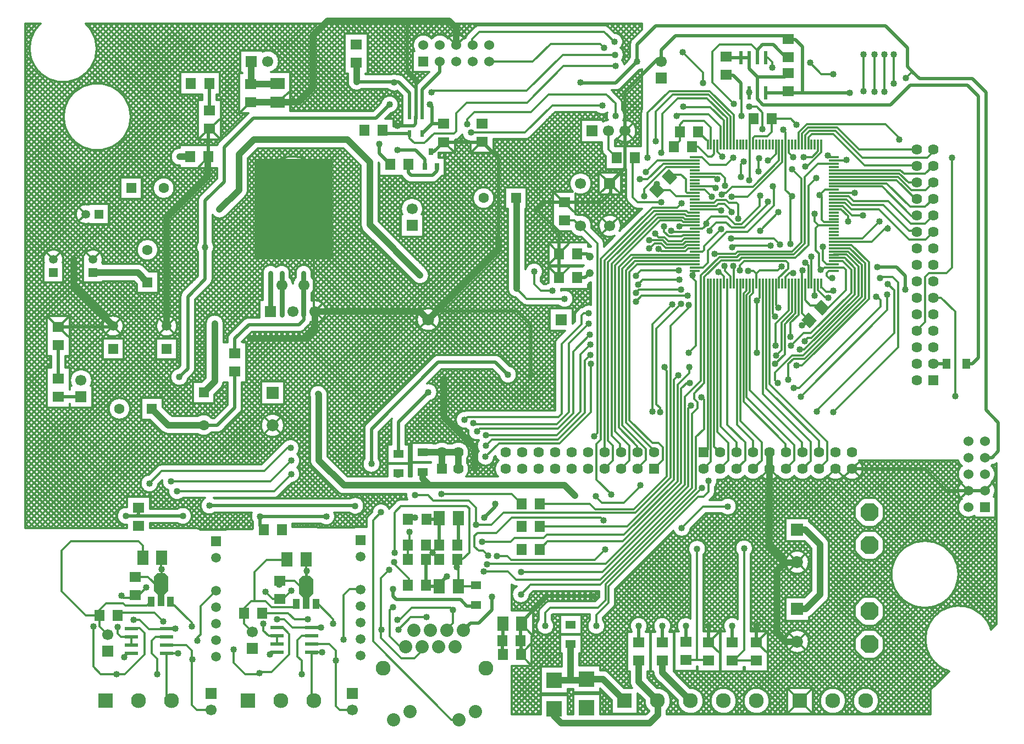
<source format=gtl>
G04 DipTrace 3.2.0.1*
G04 Top.gbr*
%MOIN*%
G04 #@! TF.FileFunction,Copper,L1,Top*
G04 #@! TF.Part,Single*
%AMOUTLINE0*
4,1,4,
0.002922,-0.047318,
-0.047334,0.002646,
-0.002922,0.047318,
0.047334,-0.002646,
0.002922,-0.047318,
0*%
%AMOUTLINE3*
4,1,4,
0.003213,-0.047299,
-0.047349,0.002354,
-0.003213,0.047299,
0.047349,-0.002354,
0.003213,-0.047299,
0*%
%AMOUTLINE6*
4,1,10,
0.019685,-0.100394,
0.019685,-0.033465,
0.043307,-0.009843,
0.043307,0.076772,
0.019685,0.100394,
-0.019685,0.100394,
-0.043307,0.076772,
-0.043307,-0.009843,
-0.019685,-0.033465,
-0.019685,-0.100394,
0.019685,-0.100394,
0*%
%AMOUTLINE33*
4,1,8,
-0.054554,-0.022598,
-0.054554,0.022598,
-0.022598,0.054554,
0.022598,0.054554,
0.054554,0.022598,
0.054554,-0.022598,
0.022598,-0.054554,
-0.022598,-0.054554,
-0.054554,-0.022598,
0*%
G04 #@! TA.AperFunction,Conductor*
%ADD13C,0.019685*%
%ADD14C,0.03937*%
G04 #@! TA.AperFunction,CopperBalancing*
%ADD15C,0.011811*%
G04 #@! TA.AperFunction,Conductor*
%ADD18C,0.029528*%
G04 #@! TA.AperFunction,CopperBalancing*
%ADD19C,0.012992*%
%ADD20R,0.062992X0.070866*%
%ADD21R,0.070866X0.062992*%
%ADD23R,0.088583X0.070866*%
G04 #@! TA.AperFunction,ComponentPad*
%ADD24R,0.05315X0.05315*%
%ADD25C,0.05315*%
%ADD27R,0.070866X0.088583*%
G04 #@! TA.AperFunction,ComponentPad*
%ADD28R,0.072835X0.072835*%
%ADD29C,0.072835*%
%ADD30R,0.059055X0.059055*%
%ADD31C,0.059055*%
%ADD39R,0.023622X0.043307*%
%ADD43R,0.03937X0.059055*%
G04 #@! TA.AperFunction,ComponentPad*
%ADD44R,0.066929X0.066929*%
%ADD45C,0.066929*%
%ADD46C,0.271654*%
%ADD47C,0.08*%
%ADD48C,0.09*%
%ADD50R,0.011811X0.062992*%
%ADD51R,0.062992X0.011811*%
%ADD56R,0.023622X0.07874*%
%ADD57R,0.07874X0.023622*%
G04 #@! TA.AperFunction,ComponentPad*
%ADD59R,0.070866X0.070866*%
%ADD60C,0.070866*%
%ADD61R,0.047244X0.062992*%
G04 #@! TA.AperFunction,ComponentPad*
%ADD62R,0.062992X0.062992*%
%ADD63C,0.062992*%
%ADD64R,0.062992X0.047244*%
%ADD66R,0.094488X0.094488*%
%ADD69R,0.025591X0.041339*%
G04 #@! TA.AperFunction,ComponentPad*
%ADD70C,0.06378*%
%ADD71R,0.06378X0.06378*%
%ADD72C,0.06*%
%ADD73R,0.06X0.06*%
%ADD74R,0.090551X0.090551*%
%ADD75C,0.090551*%
%ADD76C,0.048*%
G04 #@! TA.AperFunction,ViaPad*
%ADD79C,0.04*%
%ADD178OUTLINE0*%
%ADD181OUTLINE3*%
%ADD184OUTLINE6*%
G04 #@! TA.AperFunction,ComponentPad*
%ADD211OUTLINE33*%
%FSLAX26Y26*%
G04*
G70*
G90*
G75*
G01*
G04 Top*
%LPD*%
X1615761Y1775029D2*
D13*
X2498593D1*
X2500000Y1773622D1*
X1590551Y3342520D2*
Y3625984D1*
X1704724Y3740157D1*
Y3948819D1*
X1881890Y4125984D1*
X2625984D1*
X2708661Y4208661D1*
X1590551Y3342520D2*
Y3149606D1*
X1484252Y3043307D1*
Y2606299D1*
X1433071Y2555118D1*
X2324780Y1708661D2*
X1921575D1*
X1109134Y1712598D2*
X1174529D1*
X1454724D1*
X2761811Y2088583D2*
Y2094488D1*
X4838386Y4491929D2*
X4888386D1*
Y4426575D1*
X4938386Y4376575D1*
Y4279331D1*
X4748031Y4498031D2*
Y4491929D1*
X4838386D1*
X4938386Y4376575D2*
X5104921D1*
X5125984Y4397638D1*
X2559055Y4051181D2*
X2555118D1*
X1185039Y1763780D2*
Y1723109D1*
X1174529Y1712598D1*
X1921575Y1708661D2*
Y1653228D1*
X1944882Y1629921D1*
X2761811Y2088583D2*
Y2281496D1*
X2943898Y2463583D1*
X4748031Y4498031D2*
Y4490157D1*
X4938386Y4279331D2*
Y4240748D1*
X4972441Y4206693D1*
X5746063D1*
X5866142Y4326772D1*
X6212598D1*
X6279528Y4259843D1*
Y2671260D1*
X6244094Y2635827D1*
X6204724D1*
X5129576Y3121900D2*
D15*
Y2960285D1*
X5049213Y2879921D1*
Y2744094D1*
X5403198Y3257727D2*
X5456840D1*
X5507874Y3206693D1*
Y3064961D1*
X5263780Y2820866D1*
X5218504D1*
X5143701Y2746063D1*
X5047244Y2635827D2*
X5104331Y2692913D1*
Y2875984D1*
X5168946Y2940600D1*
Y3121900D1*
X5403198Y3277412D2*
X5468651D1*
X5529528Y3216535D1*
Y3055118D1*
X5265748Y2791339D1*
X5242126D1*
X5224409Y2773622D1*
X5188631Y3121900D2*
Y2932726D1*
X5139764Y2883858D1*
Y2797244D1*
X5194882Y2720472D2*
X5222441D1*
X5551181Y3049213D1*
Y3226378D1*
X5480315Y3297244D1*
X5403345D1*
X5403198Y3297097D1*
X4873671Y3121900D2*
Y3080364D1*
X4854331Y3061024D1*
Y2405512D1*
X5110236Y2149606D1*
Y2098966D1*
X5112008Y2097194D1*
X4893356Y3121900D2*
Y3072490D1*
X4874016Y3053150D1*
Y2433071D1*
X5163386Y2143701D1*
Y2048572D1*
X5112008Y1997194D1*
X4913041Y3121900D2*
Y3064615D1*
X4893701Y3045276D1*
Y2474409D1*
X5210630Y2157480D1*
Y2098572D1*
X5212008Y2097194D1*
X4972096Y3121900D2*
Y2453101D1*
X5261811Y2163386D1*
Y2046997D1*
X5212008Y1997194D1*
X4991781Y3121900D2*
Y2486566D1*
X5311024Y2167323D1*
Y2084646D1*
X5312992Y2082677D1*
Y2096210D1*
X5312008Y2097194D1*
X5011466Y3121900D2*
Y2512156D1*
X5362205Y2161417D1*
Y2047391D1*
X5312008Y1997194D1*
X3313386Y4468504D2*
X3576772D1*
X3685039Y4576772D1*
X3986220D1*
X4009843Y4553150D1*
X5765748Y4511811D2*
Y4334646D1*
X5730315Y3456693D2*
Y3472441D1*
X5633711Y3375837D1*
X5403198D1*
Y3316782D2*
X5490304D1*
X5572835Y3234252D1*
Y3041339D1*
X5216535Y2685039D1*
X5147638D1*
X5045276Y2582677D1*
Y2535433D1*
X5061024Y2519685D1*
X4527559Y2517717D2*
X4518701Y2526575D1*
X4476378Y2484252D1*
Y1913386D1*
X4122047Y1559055D1*
X3667013D1*
X3618110Y1510152D1*
X4560678Y3612058D2*
X4677018D1*
X4692913Y3627953D1*
X4750000D1*
X4765895Y3612058D1*
X4811171D1*
X4820866Y3602362D1*
Y3515748D1*
X5090206Y3964420D2*
Y3859891D1*
X4877953Y3647638D1*
X4783465D1*
X5070521Y3964420D2*
Y3867765D1*
X4911417Y3708661D1*
X4785433D1*
X4748031Y3671260D1*
X4730315D1*
X4722441Y3663386D1*
X4560678Y3789223D2*
X4716682D1*
X4742126Y3763780D1*
Y3716535D1*
X4560678Y3769538D2*
X4679281D1*
X4694882Y3753937D1*
X5403198Y3612058D2*
X5468651D1*
X5507874Y3572835D1*
X5677165D1*
X5860236Y3389764D1*
X5958268D1*
X6005512Y3437008D1*
X5403198Y3631743D2*
X5480462D1*
X5511811Y3600394D1*
X5700787D1*
X5860236Y3440945D1*
X5901575D1*
X5905512Y3437008D1*
X5403198Y3651428D2*
X5492273D1*
X5522638Y3621063D1*
X5733268D1*
X5868110Y3486220D1*
X5954724D1*
X6005512Y3537008D1*
X5403198Y3710483D2*
X5695029D1*
X5872047Y3533465D1*
X5901969D1*
X5905512Y3537008D1*
X5403198Y3730168D2*
X5722588D1*
X5864173Y3588583D1*
X5957087D1*
X6005512Y3637008D1*
X5403198Y3749853D2*
X5783612D1*
X5899606Y3633858D1*
X5902362D1*
X5905512Y3637008D1*
X5403198Y3769538D2*
X5791486D1*
X5872047Y3688976D1*
X5957480D1*
X6005512Y3737008D1*
X5403198Y3789223D2*
X5799360D1*
X5854331Y3734252D1*
X5902756D1*
X5905512Y3737008D1*
X5403198Y3808908D2*
X5807234D1*
X5828740Y3787402D1*
X5955906D1*
X6005512Y3837008D1*
X5247686Y3964420D2*
Y4009497D1*
X5267717Y4029528D1*
X5399606D1*
X5590551Y3838583D1*
X5903937D1*
X5905512Y3837008D1*
X5228001Y3964420D2*
Y4021308D1*
X5255906Y4049213D1*
X5411417D1*
X5574803Y3885827D1*
X5970472D1*
X6011811Y3927165D1*
Y3930709D1*
X6005512Y3937008D1*
X5208316Y3964420D2*
Y4031151D1*
X5246063Y4068898D1*
X5423228D1*
X5557087Y3935039D1*
X5903543D1*
X5905512Y3937008D1*
X4560678Y3238042D2*
X4208514D1*
X4163386Y3192913D1*
Y2293307D1*
X4301181Y2155512D1*
X4340551D1*
X4366142Y2129921D1*
Y2051312D1*
X4312073Y1997244D1*
X4560678Y3257727D2*
X4196703D1*
X4141732Y3202756D1*
Y2277559D1*
X4311024Y2108268D1*
Y2098294D1*
X4312073Y2097244D1*
X4212073Y1997244D2*
X4207874D1*
X4261811Y2051181D1*
Y2120079D1*
X4120079Y2261811D1*
Y3212598D1*
X4184892Y3277412D1*
X4560678D1*
Y3297097D2*
X4173081D1*
X4098425Y3222441D1*
Y2248031D1*
X4210630Y2135827D1*
Y2097244D1*
X4212073D1*
X4112073Y1997244D2*
X4113386D1*
X4163386Y2047244D1*
Y2139764D1*
X4076772Y2226378D1*
Y3232283D1*
X4348425Y3503937D1*
X4478346D1*
X4488336Y3493948D1*
X4560678D1*
Y3513633D2*
X4498178D1*
X4488189Y3523622D1*
X4336614D1*
X4055118Y3242126D1*
Y2198819D1*
X4106299Y2147638D1*
Y2097244D1*
X4112073D1*
X4012073Y1997244D2*
X4062992Y2048163D1*
Y2139764D1*
X4033465Y2169291D1*
Y3251969D1*
X4324803Y3543307D1*
X4498031D1*
X4508021Y3533318D1*
X4560678D1*
Y3553003D2*
X4517864D1*
X4507874Y3562992D1*
X4312992D1*
X4011811Y3261811D1*
Y2687008D1*
X4012073Y2687270D1*
Y2097244D1*
X1381890Y1921260D2*
X1986220D1*
X2112205Y2047244D1*
X3214567Y2275591D2*
X3220472Y2269685D1*
X3722441D1*
X3795276Y2342520D1*
Y2757874D1*
X3917323Y2879921D1*
X4273622Y3885827D2*
Y4157480D1*
X4405512Y4289370D1*
X4649606D1*
X4794930Y4144046D1*
Y3964420D1*
X3291339Y2137795D2*
X3328740Y2175197D1*
X3728346D1*
X3891732Y2338583D1*
Y2655512D1*
X3925197Y2688976D1*
X4263780Y3799213D2*
X4332530Y3867963D1*
X4560678D1*
X4637450Y3121900D2*
Y2115797D1*
X4612205Y2090551D1*
Y2097391D1*
X4612008Y2097194D1*
X4657135Y3121900D2*
Y2042322D1*
X4612008Y1997194D1*
X4676820Y3121900D2*
Y2132382D1*
X4712008Y2097194D1*
X4696505Y3121900D2*
Y2222786D1*
X4763780Y2155512D1*
Y2048966D1*
X4712008Y1997194D1*
X4716190Y3121900D2*
Y2254282D1*
X4812992Y2157480D1*
Y2098178D1*
X4812008Y2097194D1*
X4755560Y3121900D2*
Y2266093D1*
X4864173Y2157480D1*
Y2049360D1*
X4812008Y1997194D1*
X4814615Y3121900D2*
Y2266093D1*
X4911417Y2169291D1*
Y2097785D1*
X4912008Y2097194D1*
X4834301Y3121900D2*
Y2287747D1*
X4964567Y2157480D1*
Y2049753D1*
X4912008Y1997194D1*
X5050836Y3121900D2*
Y2990503D1*
X5064961Y2976378D1*
X3010491Y1284769D2*
D13*
X2934932D1*
X2928682Y1291018D1*
X2970144Y1490215D2*
D15*
Y1493281D1*
X2928682Y1534743D1*
X2970144Y1493281D2*
Y1496709D1*
X3008178Y1534743D1*
X2970144Y1490215D2*
Y1485286D1*
X3008178Y1447252D1*
X2970144Y1490215D2*
Y1488714D1*
X2928682Y1447252D1*
X3010491Y1697226D2*
D13*
Y1537055D1*
X3008178Y1534743D1*
X2930934Y1690976D2*
X3004241D1*
X3010491Y1697226D1*
X2928682Y1447252D2*
Y1291018D1*
X3505118Y871299D2*
Y955079D1*
X3504016Y956181D1*
Y1054213D1*
X3509055Y1059252D1*
X3505118Y871299D2*
Y893701D1*
X5180698Y950433D2*
D14*
X5113425D1*
X5059173Y1004685D1*
Y1380591D1*
X5107677Y1429094D1*
X5178160D1*
X5180698Y1431633D1*
X4931850Y1045197D2*
D13*
Y945157D1*
X4643858Y1045197D2*
Y945157D1*
X3010491Y1284769D2*
Y1299861D1*
X3055118Y1344488D1*
X3328740Y1222441D2*
Y1141732D1*
X3250000Y1062992D1*
X3199606D1*
X3155906Y1019291D1*
X6218079Y1865969D2*
X6318079D1*
X3509055Y1059252D2*
Y1070079D1*
X3663386Y1224409D1*
X3946850D1*
X1862205Y2787402D2*
D14*
X2198819D1*
X2255000Y2843583D1*
Y2953325D1*
X698793Y2858478D2*
D13*
X1025446D1*
X1031142Y2864173D1*
X791189Y3267717D2*
D14*
Y3104126D1*
X1031142Y2864173D1*
X1610236Y3891732D2*
X1614173D1*
X1610236D2*
X1606299D1*
Y3773622D1*
X1356102Y3523425D1*
Y2864173D1*
X1610236Y3891732D2*
D13*
Y4055118D1*
X1616142Y4061024D1*
X2255000Y2953325D2*
D14*
D3*
X1870079Y4212598D2*
Y4218504D1*
X1866142Y4222441D1*
X2025591D1*
X2027559Y4220472D1*
X3039370Y2545276D2*
Y2309055D1*
X3226378Y2122047D1*
Y1998031D1*
X3368701Y3384399D2*
Y3329331D1*
X2942913Y2903543D1*
X3113386Y4568504D2*
Y4670965D1*
X3068701Y4715650D1*
X2814185D1*
X2331201D1*
X2243701Y4628150D1*
Y4309399D1*
X2154774Y4220472D1*
X2027559D1*
X2814185Y4715650D2*
D13*
Y4407665D1*
X2868701Y4353150D1*
Y4138436D1*
X2867913Y4137648D1*
X3368701Y3384399D2*
Y3883268D1*
X3269685Y3982283D1*
X3035433Y3980315D2*
X3269685D1*
Y3982283D1*
X2755906Y4078740D2*
X2854331D1*
X2866142Y4090551D1*
Y4135877D1*
X2867913Y4137648D1*
X3566929Y2569291D2*
Y2872047D1*
X3482283Y2956693D1*
X2996063D1*
X2942913Y2903543D1*
X4136640Y4047160D2*
Y3821089D1*
X4043701Y3728150D1*
X3736220Y3303150D2*
Y3157480D1*
Y3303150D2*
Y3437008D1*
X3598425Y3574803D1*
X4136640Y4047160D2*
Y4284278D1*
X4336614Y4484252D1*
X4340157D1*
X4354331Y4470079D1*
X4988386Y4279331D2*
X5129173Y4279528D1*
X5212598D1*
X5498031D1*
X5125984Y4287402D2*
Y4282717D1*
X5129173Y4279528D1*
X4354331Y4470079D2*
Y4537402D1*
X4440945Y4624016D1*
X5114173D1*
Y4602362D1*
X5169291D1*
X5212598Y4559055D1*
Y4279528D1*
X2958661Y3921260D2*
X2976378D1*
X3035433Y3980315D1*
X1185039Y1653543D2*
Y1661417D1*
X2055118Y1629921D2*
D3*
X3767717Y3614173D2*
X3637795D1*
X3598425Y3574803D1*
X5053150Y1222441D2*
Y1386614D1*
X5059173Y1380591D1*
X2255000Y2953325D2*
D14*
X2893131D1*
X2942913Y2903543D1*
X5012008Y2097194D2*
Y1997194D1*
Y1524764D1*
X5107677Y1429094D1*
X5512008Y1997194D2*
D13*
X5951625D1*
X6082677Y1866142D1*
X6217906D1*
X6218079Y1865969D1*
X5125984Y4606299D2*
X5114173Y4624016D1*
X5403198Y3218357D2*
D15*
X5346310D1*
X5332677Y3204724D1*
X5320866D1*
X5403198Y3474262D2*
X5309202D1*
X5285433Y3498031D1*
Y3545276D1*
X5527559Y3671113D2*
X5403198D1*
X5332677Y3204724D2*
X5311024Y3226378D1*
Y3305118D1*
X5293307Y3322835D1*
Y3458367D1*
X5309202Y3474262D1*
X5129576Y3964420D2*
Y3915699D1*
X5155512Y3889764D1*
X5228001Y3121900D2*
Y3021999D1*
X5259843Y2990157D1*
X5315341D1*
X5329207Y2976291D1*
X5369992D1*
X5476378Y3082677D1*
Y3204724D1*
X5462598Y3218504D1*
X5403345D1*
X5403198Y3218357D1*
X4913041Y3964420D2*
Y4005560D1*
X4923228Y4015748D1*
X5000000D1*
X5025591Y4041339D1*
Y4122047D1*
X5141732D1*
X5177165Y4086614D1*
X4657135Y3964420D2*
Y4067274D1*
X4616142Y4108268D1*
X4490157D1*
X4468504Y4086614D1*
Y4045276D1*
X4470472Y4043307D1*
X4464567D2*
X4470472D1*
Y3990157D1*
X4433071Y3952756D1*
X4560678Y3671113D2*
X4511958D1*
X4505906Y3677165D1*
Y3753937D1*
X4476378Y3783465D1*
X4405512D1*
Y3767716D1*
Y3779528D1*
X4401575Y3783465D1*
X4560678Y3474262D2*
X4470325D1*
X4464567Y3468504D1*
X4838583Y3767717D2*
Y3844488D1*
X4856299Y3862205D1*
X5025591Y4125984D2*
Y4122047D1*
X4932726Y3121900D2*
Y3181448D1*
X4915354Y3198819D1*
X4881890D1*
X4932726Y3181448D2*
X4954034Y3202756D1*
X5062992D1*
X5084646Y3224409D1*
X4954724Y3442913D2*
X5066929Y3555118D1*
X4649606Y3442913D2*
X4651575D1*
X4649606D2*
Y3452756D1*
X4688976Y3492126D1*
X4750000D1*
X4781496Y3460630D1*
X4860236D1*
X5003937Y3604331D1*
Y3618110D1*
X5665354Y3222441D2*
D13*
X5781496D1*
X5834646Y3169291D1*
Y3086614D1*
X3767717Y3614173D2*
X3992223D1*
X4049950Y3671900D1*
Y3721900D1*
X4043701Y3728150D1*
X2121142Y3723462D2*
D15*
Y3469459D1*
X2249951Y3340650D1*
Y2958375D1*
X2255000Y2953325D1*
X4504409Y837953D2*
X4573808D1*
X4640827D1*
X4643858Y834921D1*
X4573808Y837953D2*
Y1512806D1*
X4572835Y1513780D1*
X4301181Y2344488D2*
Y2874016D1*
X4421260Y2994094D1*
X4281496Y3336614D2*
Y3342520D1*
X4293307D1*
X4314961Y3364173D1*
X4356299D1*
X4381890Y3338583D1*
X4494094D1*
X4511664Y3356152D1*
X4560678D1*
X4786339Y834921D2*
X4931850D1*
X4786339D2*
X4795551D1*
X4860236Y899606D1*
Y1513780D1*
X4858268Y1515748D1*
X4348425Y2340551D2*
Y2368110D1*
X4326772Y2389764D1*
Y2850394D1*
X4474409Y2998031D1*
X4338583Y3330709D2*
X4344488D1*
X4356299Y3318898D1*
X4501969D1*
X4519538Y3336467D1*
X4560678D1*
Y3572688D2*
X4714714D1*
X4720472Y3566929D1*
X5149261Y3121900D2*
Y2950442D1*
X5084646Y2885827D1*
Y2718504D1*
X5053150Y2687008D1*
X4525591Y2614173D2*
Y2578740D1*
X4454724Y2507874D1*
Y1923228D1*
X4129921Y1598425D1*
X3663386D1*
X3643701Y1578740D1*
X3464567D1*
X3442913Y1557087D1*
X3267717D1*
X3504370Y1372260D2*
X4000213D1*
X4519685Y1891732D1*
Y2364173D1*
X4535433Y2379921D1*
Y2381890D1*
X5202756Y2437008D2*
X5726378Y2960630D1*
Y3055118D1*
X5397638Y3078740D2*
Y3072835D1*
X5354331D1*
X5326427Y3100739D1*
Y3121900D1*
X908039Y3188976D2*
D14*
X1181102D1*
X1240157Y3129921D1*
X1508929Y1041045D2*
D15*
Y1065042D1*
X1380470Y1193501D1*
X1053879Y753575D2*
X1103575D1*
X1221299Y871299D1*
Y1001654D1*
X1190984Y1031969D1*
X1147045D1*
X1143622Y1028546D1*
X912087Y1041014D2*
Y798543D1*
X957055Y753575D1*
X1053879D1*
X1356220Y978546D2*
X1289136D1*
X1266772Y956181D1*
Y877362D1*
X1299856Y844278D1*
Y753575D1*
X1356220Y928546D2*
X1476297D1*
X1509291Y895551D1*
Y837851D1*
Y565118D1*
X1539606Y534803D1*
X1624787D1*
X1624822Y534837D1*
X1512451Y840650D2*
X1509291Y837851D1*
X2261627Y1178530D2*
X2274570D1*
X2367205Y1085895D1*
Y1059252D1*
X4702756Y3190945D2*
Y3185039D1*
X4716535D1*
X4736220Y3165354D1*
Y3122245D1*
X4735875Y3121900D1*
X2174764Y753575D2*
Y834587D1*
X2149951Y859399D1*
Y959402D1*
X2174950Y984400D1*
X2236983D1*
X2237378Y984795D1*
X1762451Y903150D2*
Y821899D1*
X1831201Y753150D1*
X1912451D1*
X1917707Y758406D1*
X2024780Y1034795D2*
X2062056D1*
X2099951Y996900D1*
Y871900D1*
X1993701Y765650D1*
X1924951D1*
X1917707Y758406D1*
X2237378Y1034795D2*
X2293701D1*
X2237378D2*
X2118306D1*
X2068701Y1084400D1*
X2024780D1*
X1154606Y1083142D2*
X1191346D1*
X1248583Y1025906D1*
X1353580D1*
X1356220Y1028546D1*
X1409252D1*
X2237378Y934795D2*
X2343306D1*
X2381201Y896900D1*
Y832049D1*
Y559399D1*
X2406201Y534399D1*
X2480543D1*
X2480982Y534837D1*
X2381201Y834400D2*
Y832049D1*
X2237378Y884795D2*
Y603567D1*
X2250394Y590551D1*
X2237378Y884795D2*
Y878150D1*
X2268965D1*
Y884400D1*
X2299951D1*
X2202572Y1249396D2*
Y1446126D1*
X2201446Y1447252D1*
X2202572Y1249396D2*
X2206201D1*
Y1378150D1*
X2037450Y1296900D2*
Y1326091D1*
X2043528Y1320013D1*
X2131955D1*
X2202572Y1249396D1*
X2427835Y962244D2*
Y1232047D1*
X2464213Y1268425D1*
X2528425D1*
X2531201Y1265650D1*
X1321415Y1264367D2*
X1324370D1*
Y1389685D1*
X1321415D1*
Y1454068D1*
X1326538Y1459192D1*
X1166732Y1342283D2*
X1243499D1*
X1321415Y1264367D1*
X1356220Y878546D2*
X1424951D1*
X1356220D2*
Y618583D1*
X1384252Y590551D1*
X1542638Y956181D2*
Y974370D1*
X1560827Y992559D1*
Y1164026D1*
X1656201Y1259400D1*
X1166732Y1342283D2*
D3*
X2212451Y1084400D2*
Y1078150D1*
Y1084400D2*
X2131199D1*
X2093314Y1122286D1*
X1935037D1*
X2024780Y884795D2*
X1994097D1*
X1981201Y871899D1*
X2024780Y934795D2*
Y984795D1*
X2043528Y1209777D2*
X2062829D1*
X2112451Y1259399D1*
X2043528Y1209777D2*
X1999573D1*
X1956201Y1253150D1*
X1943701Y1059399D2*
Y1015650D1*
X1974950Y984400D1*
X2024385D1*
X2024780Y984795D1*
X1824801Y1122286D2*
Y1059803D1*
X1874795Y1009808D1*
X2143517Y1178530D2*
Y1159399D1*
X1993702D1*
X1956201Y1196900D1*
X1887450D1*
Y1371899D1*
X1962451Y1446900D1*
X2086921D1*
X2087273Y1447252D1*
X1887450Y1196900D2*
X1868702D1*
X1824801Y1152999D1*
Y1122286D1*
X1060129Y1109601D2*
Y1125945D1*
X1281929D1*
X1336496Y1071378D1*
X1143622Y878546D2*
X1122444D1*
X1100039Y856142D1*
X1143622Y978546D2*
Y928546D1*
Y978546D2*
X1080706D1*
X1060630Y998622D1*
Y1038031D1*
X1081201Y1228150D2*
X1092461Y1216890D1*
X1151575D1*
X1166732Y1232047D1*
X1187953D1*
X1233425Y1277520D1*
X949892Y1109601D2*
X864769D1*
X718071Y1256299D1*
Y1501850D1*
X775669Y1559449D1*
X1184921D1*
X1212205Y1532165D1*
Y1459352D1*
X1212365Y1459192D1*
X949892Y1109601D2*
Y1041055D1*
X999887Y991060D1*
X949892Y1109601D2*
Y1142530D1*
X987874Y1180512D1*
X1093976D1*
X1106102Y1168386D1*
X1237244D1*
X1262360Y1193501D1*
X4036640Y4047160D2*
Y3933832D1*
X4084646Y3885827D1*
X2755906Y3933071D2*
D13*
X2864173D1*
X2921260Y3875984D1*
Y3830709D1*
X4887795Y4194882D2*
D15*
X4935039D1*
X4970472Y4159449D1*
Y4059055D1*
X4948819Y3881890D2*
X4946850Y3879921D1*
Y3801181D1*
X5033465Y3712598D2*
X5039370Y3706693D1*
Y3594488D1*
X4879921Y3435039D1*
X4751969D1*
X4639764Y3322835D1*
Y3250000D1*
X4608121Y3218357D1*
X4560678D1*
Y3316782D2*
X4604184D1*
X4614173Y3326772D1*
Y3348425D1*
X4717520Y3451772D1*
X4356299Y3616142D2*
X4212598D1*
X4183071Y3645669D1*
Y3874016D1*
X4194882Y3885827D1*
X1503937Y4336614D2*
D13*
D3*
X1866142Y4332677D2*
D14*
X2025591D1*
X2027559Y4334646D1*
X1870079Y4468504D2*
Y4336614D1*
X1866142Y4332677D1*
X1616142Y4171260D2*
D13*
Y4334646D1*
X1614173Y4336614D1*
X2645669Y3968504D2*
Y3913386D1*
X2712598Y3846457D1*
X1500000Y3891732D2*
D14*
X1434646D1*
X1677165Y3570866D2*
X1795276Y3688976D1*
Y3905512D1*
X1885827Y3996063D1*
X2450787D1*
X2587450Y3859400D1*
Y3478151D1*
X2893701Y3171900D1*
X2996063Y3830709D2*
D13*
Y3807087D1*
X2968504Y3779528D1*
X2838583D1*
X2822835Y3795276D1*
Y3846457D1*
X2905315Y4137648D2*
Y4299016D1*
X3011811Y4405512D1*
Y4466929D1*
X3013386Y4468504D1*
X3267717Y4098425D2*
Y4092520D1*
X3269685D1*
X3507874Y1785123D2*
D15*
D3*
X3021654Y1844488D2*
X3448509D1*
X3507874Y1785123D1*
X3504370Y1509745D2*
X3507467D1*
X3507874Y1510152D1*
X2818446Y1534743D2*
Y1447252D1*
X2827992Y1617047D2*
Y1534743D1*
X2818446D1*
X2736220Y1431102D2*
X2731083Y1425965D1*
X2824961Y1332087D1*
Y1291018D1*
X2818446D1*
X2188071Y3113186D2*
D18*
X2187008D1*
Y2933071D1*
X1769685Y2698819D2*
D13*
Y2787402D1*
X1854331Y2872047D1*
X2159449D1*
X2188071Y2900669D1*
Y3113186D1*
X2187008D2*
D18*
Y3187008D1*
X698819Y2435039D2*
D13*
X837013D1*
X837404Y2434648D1*
X3124664Y1284769D2*
D15*
X3224654D1*
X3230903Y1291018D1*
X2738189Y1488189D2*
Y1733386D1*
X2776457Y1771654D1*
X3177165D1*
X3190945Y1757874D1*
Y1490157D1*
X3151575Y1450787D1*
X3118415D1*
Y1447252D1*
X3124664Y1284769D2*
Y1389764D1*
Y1441003D1*
X3118415Y1447252D1*
X3116142Y1401575D2*
Y1389764D1*
X3124664D1*
X1581063Y2263780D2*
D14*
X1365472D1*
X1267047Y2362205D1*
X1769685Y2588583D2*
D13*
Y2368110D1*
X1663386Y2261811D1*
X1583031D1*
X1581063Y2263780D1*
X1647638Y2879921D2*
D14*
Y2527205D1*
X1581063Y2460630D1*
X2054213Y3113186D2*
D18*
X2055118D1*
Y2933071D1*
Y3113186D2*
Y3187008D1*
X2908386Y2097480D2*
D14*
X3024651Y2097244D1*
X3124651D1*
X3024651Y1997244D2*
Y2097244D1*
X3124651D2*
Y1997244D1*
X3237244Y1168386D2*
D15*
X3235425D1*
X3230903Y1172908D1*
D13*
Y1168386D1*
X2727953Y1269528D2*
Y1225984D1*
X2749173Y1204764D1*
X3137756D1*
X3177165Y1165354D1*
X3223349D1*
X3230903Y1172908D1*
X3394882Y1059252D2*
Y957283D1*
X3393780Y956181D1*
Y872402D1*
X3394882Y871299D1*
X3124664Y1697226D2*
Y1540992D1*
X3118415Y1534743D1*
X3124016Y1702756D2*
D15*
Y1697874D1*
X3124664Y1697226D1*
X3283465Y1702756D2*
D13*
X3348425Y1767717D1*
Y1785433D1*
X2759843Y1962598D2*
Y1968504D1*
X2761811Y1970472D1*
X3426772Y2569291D2*
X3350394Y2645669D1*
X3003937D1*
X2598425Y2240157D1*
Y2027559D1*
X5070521Y3121900D2*
D15*
Y3157135D1*
X5125984Y3212598D1*
Y3244094D1*
X5112205Y3257874D1*
X4858268D1*
X4832677Y3232283D1*
Y3200787D1*
X3846457Y3303150D2*
D13*
X3905118D1*
X3921260Y3287008D1*
X4794930Y3121900D2*
D15*
Y3233907D1*
X4791339Y3230315D1*
X4474409Y3084646D2*
X4220472D1*
X4200787Y3064961D1*
X3846457Y3157480D2*
D13*
X3891732D1*
X3921260Y3187008D1*
X4775245Y3121900D2*
D15*
Y3165699D1*
X4742126Y3198819D1*
Y3226378D1*
X4740157Y3228346D1*
X4515748Y3047244D2*
X4234252D1*
X4200787Y3013780D1*
X1987283Y2953344D2*
D18*
X1986220D1*
Y3187008D1*
X2805906Y919291D2*
D15*
X2773937D1*
X2709764Y983465D1*
Y1141102D1*
X2727953Y1159291D1*
X2706732Y1386654D2*
X2656201Y1336122D1*
Y1022874D1*
Y971752D1*
X2777559Y850394D1*
X2860236D1*
X2906811Y896969D1*
Y918386D1*
X2905906Y919291D1*
X2931063Y1098661D2*
X2837087D1*
X2761299Y1022874D1*
X2658228D2*
X2656201D1*
X3092520Y1143701D2*
Y1063071D1*
X3048740Y1019291D1*
X3055906D1*
X3043228Y1031969D2*
X3055906Y1019291D1*
X2755906Y1080709D2*
X2767598D1*
X2843150Y1156260D1*
X3079961D1*
X3092520Y1143701D1*
X698819Y2545276D2*
D13*
Y2748215D1*
X698793Y2748241D1*
X3129906Y476291D2*
D15*
X3082764D1*
X2608268Y950787D1*
Y1686467D1*
X2656201Y1734400D1*
X3035433Y4090551D2*
D13*
X2964517D1*
X2905315Y4031349D1*
X2964517Y4090551D2*
Y4196900D1*
X2952756Y4208661D1*
X2506201Y4571900D2*
D3*
X5403198Y3238042D2*
D15*
X5360383D1*
X5336614Y3261811D1*
Y3344488D1*
X5403198Y3493948D2*
X5342667D1*
X5328740Y3507874D1*
Y3647638D1*
X5316929Y3659449D1*
X5403198Y3690798D2*
X5348278D1*
X5316929Y3659449D1*
X5366142Y3899606D2*
X5368110D1*
X5356152Y3887648D1*
X5403198D1*
X5139764Y3362205D2*
Y3643701D1*
X5147638Y3651575D1*
X6318079Y2065969D2*
D13*
X6361244D1*
X6399606Y2104331D1*
Y2279528D1*
X6324803Y2354331D1*
Y4283465D1*
X6242618Y4365650D1*
X5921752D1*
X5880730Y4406672D1*
X5848425Y4438976D1*
Y4551181D1*
X5714567Y4685039D1*
X4322835D1*
X4210630Y4572835D1*
Y4468504D1*
X4080709Y4338583D1*
X3868110D1*
X3866142Y4340551D1*
X5366142Y3899606D2*
D15*
X5358268D1*
X5370226Y3887648D1*
X5403198D1*
X5109891Y3964420D2*
Y4039715D1*
X5094488Y4055118D1*
X5838583Y4370079D2*
X5875176Y4406672D1*
X5880730D1*
X5109891Y3964420D2*
Y3689322D1*
X5147638Y3651575D1*
X5208316Y3121900D2*
Y2941291D1*
X5251969Y2897638D1*
X5212598Y3200787D2*
X5208316Y3205070D1*
Y3121900D1*
X4893356Y3964420D2*
Y4100049D1*
X4915354Y4122047D1*
X4893356Y3964420D2*
X4893701D1*
Y3753937D1*
X4889764Y3750000D1*
X4637450Y3964420D2*
Y3986566D1*
X4580709Y4043307D1*
Y4037402D1*
X4570866Y4047244D1*
X4608268Y4338583D2*
Y4401575D1*
X4484252Y4525591D1*
X4560678Y3651428D2*
X4446997D1*
X4408884Y3689541D1*
X4327790D1*
Y3724409D1*
X4627953Y3486220D2*
Y3476378D1*
X4606152Y3454577D1*
X4560678D1*
X4627953Y3486220D2*
Y3498031D1*
X4659449Y3529528D1*
X4755906D1*
X4803150Y3482283D1*
X4842520D1*
X4952756Y3592520D1*
Y3657480D1*
X4954724Y3655512D1*
X4952411Y3121900D2*
Y3035088D1*
X4935039Y3017717D1*
X5208661Y2868110D2*
X5222441D1*
X5251969Y2897638D1*
X4545276Y3173228D2*
X4551181D1*
Y3189175D1*
X4560678Y3198672D1*
X4545276Y3173228D2*
Y3155512D1*
X4564961Y3135827D1*
Y2744094D1*
X4523622Y2702756D1*
X4935039D2*
Y3017717D1*
X5403198Y3867963D2*
X5476231D1*
X5480315Y3872047D1*
X3507874Y1647638D2*
D3*
X3903543Y549744D2*
D14*
Y552992D1*
X3910236D1*
X4361929Y833819D2*
Y762480D1*
X4533858Y590551D1*
X4504961Y1044646D2*
D13*
Y948740D1*
X4504409Y948189D1*
X4786339Y1045197D2*
Y945157D1*
X6005512Y2637008D2*
X6085433D1*
X6086614Y2635827D1*
X4361929Y1045197D2*
Y944055D1*
X3706575Y543493D2*
D14*
Y498976D1*
X3749567Y455984D1*
X4286142D1*
X4334646Y504488D1*
Y589764D1*
X4333858Y590551D1*
X4219449Y833819D2*
Y704961D1*
X4333858Y590551D1*
X3710157Y540866D2*
X3709202D1*
X3706575Y543493D1*
X4219449Y1045197D2*
D13*
Y944055D1*
X4676820Y3964420D2*
D15*
Y3907135D1*
X4663386Y3893701D1*
X4637795D1*
X4578740Y3952756D1*
X4543307D1*
X3903543Y722972D2*
D14*
X4001437D1*
X4133858Y590551D1*
X3706575Y716722D2*
X3804134D1*
X3897293D1*
X3903543Y722972D1*
X3807165Y935079D2*
X3804134Y716722D1*
X5180698Y1147283D2*
X5232087D1*
X5319882Y1235079D1*
Y1298740D1*
Y1363318D1*
Y1538228D1*
X5228937Y1629173D1*
X5181388D1*
X5180698Y1628483D1*
X3807165Y1053189D2*
D3*
X2908386Y1979370D2*
Y1938071D1*
X2948819Y1897638D1*
X3769685D1*
X3832677Y1834646D1*
X2948819Y1897638D2*
X2431102D1*
X2279528Y2049213D1*
Y2448819D1*
X2275591Y2452756D1*
X5397638Y4393701D2*
D15*
X5326772D1*
X5259843Y4460630D1*
X4724409Y3893701D2*
X4696505Y3921605D1*
Y3964420D1*
X4793307Y3883858D2*
X4750000Y3840551D1*
X4649606D1*
X4602509Y3887648D1*
X4560678D1*
X3866535Y3472244D2*
X3860433D1*
X3828740Y3503937D1*
X3767717D1*
X5109891Y3121900D2*
Y3163041D1*
X5131890Y3185039D1*
X5155512D1*
X6005512Y3037008D2*
X6051575D1*
X6137795Y2950787D1*
Y2438976D1*
X3305118Y1470472D2*
X3274487Y1501104D1*
X3247671D1*
X3222798Y1525976D1*
Y1590908D1*
X3242126Y1610236D1*
X3356299D1*
X3448819Y1702756D1*
X3990157D1*
X4005906Y1687008D1*
X3960630Y1830709D2*
Y1828740D1*
X3996063Y1793307D1*
X4129921D1*
X4228346Y1891732D1*
Y1897638D1*
X4480315Y1639764D2*
X4610236Y1769685D1*
X4759843D1*
X3866535Y3472244D2*
Y3467815D1*
X3968701Y3365650D1*
Y2215651D1*
X3949950Y2196900D1*
X4748031Y4387795D2*
D13*
Y4383858D1*
X4793307D1*
X4838583Y4338583D1*
Y4279528D1*
X4838386Y4279331D1*
X4560678Y3434892D2*
D15*
X4425344D1*
X4417323Y3442913D1*
X4842520Y4139764D2*
Y4275197D1*
X4838386Y4279331D1*
X5031151Y3121900D2*
Y2937353D1*
X5045276Y2923228D1*
X3652559Y1045197D2*
Y1126969D1*
X3681102Y1155512D1*
X3972441D1*
X4017717Y1200787D1*
Y1297244D1*
X4602362Y1881890D1*
X5299213Y2344488D2*
Y2352362D1*
X5769685Y2822835D1*
Y3080709D1*
X5730315Y3120079D1*
X5287056Y3049213D2*
Y3121900D1*
X3961772Y1045197D2*
Y1111378D1*
X4037402Y1187008D1*
Y1285433D1*
X4580709Y1828740D1*
X4612205D1*
X4641732Y1858268D1*
Y1925197D1*
X5397638Y2342520D2*
Y2340551D1*
X5793307Y2736220D1*
Y3127953D1*
X5757874Y3163386D1*
X5675197D1*
X5683071Y3155512D1*
X5391732D2*
X5372047D1*
X5358268Y3169291D1*
Y3185039D1*
X5371900Y3198672D1*
X5403198D1*
X4560678Y3710483D2*
X4675344D1*
X4685039Y3700787D1*
X3504370Y1236654D2*
X3562992Y1295276D1*
X3984252D1*
X4564961Y1875984D1*
Y2190945D1*
X4614173Y2240157D1*
Y2417323D1*
X4600394Y2431102D1*
X5159449Y2488189D2*
X5192913D1*
X5687008Y2982283D1*
Y3021654D1*
X5669291Y3039370D1*
X5653543D1*
X5657480Y3043307D1*
X5368110Y3035433D2*
Y3039370D1*
X5350394D1*
X5306741Y3083022D1*
Y3121900D1*
X5905512Y2837008D2*
Y2838583D1*
X5954724Y2887795D1*
Y3161417D1*
X5980315Y3187008D1*
X6086614D1*
X6118110Y3218504D1*
Y3885827D1*
X5800745Y3995627D2*
X5799213Y3994094D1*
Y4003937D1*
X5714567Y4088583D1*
X5238189D1*
X5188976Y4039370D1*
Y3964765D1*
X5188631Y3964420D1*
X5403198Y3395522D2*
X5576625D1*
X5679134Y3498031D1*
X5708661Y4285433D2*
Y4511811D1*
X4070866Y4588583D2*
X4009843Y4649606D1*
X3251969D1*
X3208661Y4606299D1*
Y4573228D1*
X3213386Y4568504D1*
X4560678Y3690798D2*
X4620226D1*
X4661417Y3649606D1*
X1419291Y1862205D2*
X2007874D1*
X2112205Y1966535D1*
X3238189Y2224409D2*
X3255906Y2242126D1*
X3728346D1*
X3820866Y2334646D1*
Y2708661D1*
X3923228Y2811024D1*
X4356299Y3915354D2*
Y3919291D1*
X4362205Y3925197D1*
Y4151575D1*
X4456693Y4246063D1*
X4633858D1*
X4755560Y4124361D1*
Y3964420D1*
X4560678Y3828593D2*
X4385680D1*
X4253937Y3696850D1*
Y3653543D1*
X3929134Y2635827D2*
Y2342520D1*
X3740157Y2153543D1*
X3372047D1*
X3289370Y2070866D1*
X3618110Y1647638D2*
X4147638D1*
X4433071Y1933071D1*
Y2539370D1*
X4458661Y2564961D1*
X5125984Y2537402D2*
Y2633858D1*
X5157480Y2665354D1*
X5224409D1*
X5592520Y3033465D1*
Y3244094D1*
X5500000Y3336614D1*
X5403345D1*
X5403198Y3336467D1*
X3618110Y1785123D2*
X3921570D1*
X3954724Y1751969D1*
X4188976D1*
X4389764Y1952756D1*
Y2592520D1*
X4365903Y2616381D1*
X4374255D1*
X5175197Y2625984D2*
Y2633858D1*
X5177165Y2631890D1*
Y2624016D1*
X5210630D1*
X5614173Y3027559D1*
Y3251969D1*
X5509990Y3356152D1*
X5403198D1*
X3232283Y1659449D2*
Y1763780D1*
X3188976Y1807087D1*
X2972441D1*
X2940945Y1838583D1*
X2862205D1*
Y1702756D2*
X2820866D1*
Y1691144D1*
X2820698Y1690976D1*
X3232283Y1659449D2*
X3324803D1*
X3397638Y1732283D1*
X4198819D1*
X4411417Y1944882D1*
Y2864173D1*
X4523622Y2976378D1*
Y2992126D1*
X4679134Y3303150D2*
X4805118D1*
X4818898Y3316929D1*
X5149606D1*
X5204724Y3372047D1*
Y3759843D1*
X5147638Y3816929D1*
X5003937Y3870079D2*
X5013780D1*
X5050836Y3907135D1*
Y3964420D1*
X4560678Y3395522D2*
X4495916D1*
X4480315Y3379921D1*
X4399606D1*
X4375984Y3403543D1*
X4340551D1*
X4318898Y3425197D1*
X4890551Y4281496D2*
X4888386Y4279331D1*
X4560678Y3375837D2*
X4503790D1*
X4488189Y3360236D1*
X4389764D1*
X4366142Y3383858D1*
X4295276D1*
X4297244Y3385827D1*
X4281496D1*
X5029528Y4431102D2*
Y4464567D1*
X5002165Y4491929D1*
X4988386D1*
X4938386D2*
D13*
Y4538780D1*
X4970472Y4570866D1*
X5035433D1*
X5125984Y4480315D1*
Y4496063D1*
X4560678Y3415207D2*
D15*
X4488042D1*
X4480315Y3407480D1*
X4401575D1*
X4372047Y3437008D1*
Y3468504D1*
X4797244Y4210630D2*
X4665354Y4342520D1*
Y4527559D1*
X4710630Y4572835D1*
X4901575D1*
X4937992Y4536417D1*
X4970472Y4568898D1*
Y4570866D1*
X4775245Y3964420D2*
Y4134203D1*
X4641732Y4267717D1*
X4425197D1*
X4322835Y4165354D1*
Y3980315D1*
X4320866Y3978346D1*
Y3984252D1*
X3917323Y2940945D2*
X3885827D1*
X3872047Y2927165D1*
Y2875984D1*
X3751969Y2755906D1*
Y2332677D1*
X3732283Y2312992D1*
X3181102D1*
X3163386Y2295276D1*
X2108268Y2124016D2*
X2088583D1*
X1948819Y1984252D1*
X1326772D1*
X1251969Y1909449D1*
X4560678Y3848278D2*
X4367963D1*
X4273622Y3753937D1*
X4224409D1*
X3927165Y2751969D2*
Y2742126D1*
X3917323D1*
X3866142Y2690945D1*
Y2346457D1*
X3722441Y2202756D1*
X3291339D1*
X3299213Y1417323D2*
X3303150D1*
X3299213Y1421260D1*
X4017717D1*
X4498031Y1901575D1*
Y2435039D1*
X4596457Y2533465D1*
Y3171260D1*
X4708661Y3283465D1*
X4816929D1*
X4830709Y3297244D1*
X5159449D1*
X5226378Y3364173D1*
Y3767717D1*
X5307087Y3848425D1*
X5403051D1*
X5403198Y3848278D1*
X3277559Y1374016D2*
X3427165D1*
X3476378Y1324803D1*
X3984252D1*
X4541339Y1881890D1*
Y2332677D1*
X4574803Y2366142D1*
Y2401575D1*
X4555118Y2421260D1*
Y2456693D1*
X4616142Y2517717D1*
Y3161417D1*
X4718504Y3263780D1*
X4828740D1*
X4842520Y3277559D1*
X5169291D1*
X5248031Y3356299D1*
Y3716535D1*
X5295276Y3763780D1*
X5228346Y3830709D2*
X5240157D1*
X5326772Y3917323D1*
Y3964075D1*
X5326427Y3964420D1*
X3358268Y1468504D2*
X3423228D1*
X3446850Y1444882D1*
X3950787D1*
X4015748Y1509843D1*
X4051181Y1842520D2*
Y1844488D1*
X3962598Y1933071D1*
Y2147638D1*
X3990157Y2175197D1*
Y3271654D1*
X4301181Y3582677D1*
X4452756D1*
X4478346Y3608268D1*
X5218504Y3889764D2*
X5271654D1*
X5307087Y3925197D1*
Y3964075D1*
X5306741Y3964420D1*
X4735875D2*
Y4110581D1*
X4653543Y4192913D1*
X4486220D1*
X4490157Y4196850D1*
X3998031Y4202756D2*
X3694882D1*
X3529528Y4037402D1*
X3200787D1*
X4716190Y3964420D2*
Y4075148D1*
X4643701Y4147638D1*
X4456693D1*
X4448819Y4139764D1*
X4078740D2*
Y4214567D1*
X4023622Y4269685D1*
X3671260D1*
X3564961Y4163386D1*
X3222441D1*
X3179134Y4120079D1*
Y4088583D1*
X2830512Y4031349D2*
D13*
X2685186D1*
X2665354Y4051181D1*
X5403198Y3592373D2*
D15*
X5456840D1*
X5513780Y3535433D1*
X5578740D1*
X5582677Y4287402D2*
Y4511811D1*
X4078740Y4440945D2*
X3763780D1*
X3541339Y4218504D1*
X3177165D1*
X3113720Y4155059D1*
Y4046791D1*
X3100394Y4033465D1*
X2978346D1*
X2919291Y3974409D1*
X2858268D1*
X2830512Y4002165D1*
Y4031349D1*
X2508465Y4346900D2*
D14*
Y4459400D1*
X2506201Y4461664D1*
X2508465Y4346900D2*
D13*
X2736220D1*
X2762450D1*
X2830512Y4278839D1*
Y4137648D1*
X5403198Y3572688D2*
D15*
X5446997D1*
X5488189Y3531496D1*
Y3498031D1*
X5647638Y4285433D2*
Y4513780D1*
X4074803Y4509843D2*
X3757874D1*
X3539370Y4291339D1*
X2970472D1*
X2962598Y4283465D1*
X2736220Y4340551D2*
Y4346900D1*
X3479224Y3090650D2*
D14*
Y3636375D1*
X3474951Y3640648D1*
X5247686Y3121900D2*
D15*
Y3230660D1*
X5228346Y3250000D1*
X5017717Y3352362D2*
X4777559D1*
X4787402Y3342520D1*
X4466535Y3145669D2*
X4244094D1*
X4214567Y3116142D1*
X3769685Y3029528D2*
X3540346D1*
X3479224Y3090650D1*
X5267371Y3121900D2*
Y3285433D1*
X5074803Y3358268D2*
X5076772D1*
X5039370Y3395669D1*
X4777559D1*
X4462598Y3202756D2*
X4232283D1*
X4200787Y3171260D1*
X4204724D1*
X4200787Y3167323D1*
X3694882Y3078740D2*
X3625984D1*
X3584646Y3120079D1*
Y3194882D1*
X4560678Y3592373D2*
X4688829D1*
X4702756Y3606299D1*
X4738189D1*
X4783465Y3561024D1*
Y3555118D1*
D79*
X1615761Y1775029D3*
X2500000Y1773622D3*
X1590551Y3342520D3*
X2708661Y4208661D3*
X1433071Y2555118D3*
X1590551Y3342520D3*
X2324780Y1708661D3*
X1921575D3*
X1109134Y1712598D3*
X1454724D3*
D3*
X1921575Y1708661D3*
X2761811Y2094488D3*
X2559055Y4051181D3*
X2943898Y2463583D3*
X4748031Y4490157D3*
X5049213Y2744094D3*
X5143701Y2746063D3*
X5047244Y2635827D3*
X5224409Y2773622D3*
X5139764Y2797244D3*
X5194882Y2720472D3*
X4009843Y4553150D3*
X5765748Y4511811D3*
Y4334646D3*
X5730315Y3456693D3*
X5061024Y2519685D3*
X4527559Y2517717D3*
X4820866Y3515748D3*
X4783465Y3647638D3*
X4722441Y3663386D3*
X4742126Y3716535D3*
X4694882Y3753937D3*
X1381890Y1921260D3*
X2112205Y2047244D3*
X3214567Y2275591D3*
X3917323Y2879921D3*
X4273622Y3885827D3*
X3291339Y2137795D3*
X3925197Y2688976D3*
X4263780Y3799213D3*
X5064961Y2976378D3*
X2970144Y1490215D3*
D3*
D3*
X3505118Y893701D3*
X4931850Y1045197D3*
X4643858D3*
X3055118Y1344488D3*
X3328740Y1222441D3*
X3946850Y1224409D3*
X1862205Y2787402D3*
X791189Y3267717D3*
X1614173Y3891732D3*
X1870079Y4212598D3*
X3039370Y2545276D3*
X3226378Y1998031D3*
X3368701Y3384399D3*
X2868701Y4353150D3*
X3368701Y3384399D3*
X2755906Y4078740D3*
X3566929Y2569291D3*
X3598425Y3574803D3*
X5498031Y4279528D3*
X1185039Y1661417D3*
X2055118Y1629921D3*
X3946850Y1224409D3*
X5320866Y3204724D3*
X5285433Y3545276D3*
X5527559Y3671113D3*
X5155512Y3889764D3*
X5177165Y4086614D3*
X4464567Y4043307D3*
X4401575Y3783465D3*
X4464567Y3468504D3*
X4838583Y3767717D3*
X4856299Y3862205D3*
X5025591Y4125984D3*
X4881890Y3198819D3*
X5084646Y3224409D3*
X4954724Y3442913D3*
X5066929Y3555118D3*
X5285433Y3545276D3*
X4649606Y3442913D3*
X5003937Y3618110D3*
X4649606Y3442913D3*
X5066929Y3555118D3*
X5665354Y3222441D3*
X5834646Y3086614D3*
X4643858Y834921D3*
X4572835Y1513780D3*
X4301181Y2344488D3*
X4421260Y2994094D3*
X4281496Y3336614D3*
X4931850Y834921D3*
X4858268Y1515748D3*
X4348425Y2340551D3*
X4474409Y2998031D3*
X4338583Y3330709D3*
X4720472Y3566929D3*
X5053150Y2687008D3*
X4525591Y2614173D3*
X3267717Y1557087D3*
X3504370Y1372260D3*
X4535433Y2381890D3*
X5202756Y2437008D3*
X5726378Y3055118D3*
X5397638Y3078740D3*
X1508929Y1041045D3*
X1053879Y753575D3*
X912087Y1041014D3*
X1053879Y753575D3*
X1299856D3*
X1512451Y840650D3*
X2367205Y1059252D3*
X4702756Y3190945D3*
X2174764Y753575D3*
X1762451Y903150D3*
X1917707Y758406D3*
X2293701Y1034795D3*
X2024780Y1084400D3*
D3*
X1154606Y1083142D3*
X1409252Y1028546D3*
X2381201Y834400D3*
X2299951Y884400D3*
X2206201Y1378150D3*
X2037450Y1296900D3*
X2427835Y962244D3*
X1324370Y1389685D3*
X1424951Y878546D3*
X1542638Y956181D3*
X1166732Y1342283D3*
D3*
X2212451Y1084400D3*
D3*
X1981201Y871899D3*
X2112451Y1259399D3*
X1956201Y1253150D3*
X1943701Y1059399D3*
X1336496Y1071378D3*
X1100039Y856142D3*
X1060630Y1038031D3*
X1081201Y1228150D3*
X1233425Y1277520D3*
X2755906Y3933071D3*
X4887795Y4194882D3*
X4970472Y4059055D3*
X4948819Y3881890D3*
X4946850Y3801181D3*
X5033465Y3712598D3*
X4717520Y3451772D3*
X4356299Y3616142D3*
X1503937Y4336614D3*
X1866142Y4332677D3*
X2645669Y3968504D3*
X1434646Y3891732D3*
D3*
X1677165Y3570866D3*
X2893701Y3171900D3*
X3267717Y4098425D3*
X3507874Y1785123D3*
X3021654Y1844488D3*
X3504370Y1509745D3*
X2827992Y1617047D3*
X2736220Y1431102D3*
X2738189Y1488189D3*
X3116142Y1401575D3*
X1647638Y2879921D3*
X3230903Y1168386D3*
X2727953Y1269528D3*
X3230903Y1168386D3*
D3*
X3124016Y1702756D3*
X3283465D3*
X3348425Y1785433D3*
X3393780Y956181D3*
X2759843Y1962598D3*
X3348425Y1785433D3*
X3426772Y2569291D3*
X2598425Y2027559D3*
X4832677Y3200787D3*
X4791339Y3230315D3*
X4474409Y3084646D3*
X4200787Y3064961D3*
X4740157Y3228346D3*
X4515748Y3047244D3*
X4200787Y3013780D3*
X2727953Y1159291D3*
X2706732Y1386654D3*
X2931063Y1098661D3*
X2761299Y1022874D3*
X2658228D3*
X3092520Y1143701D3*
X2755906Y1080709D3*
X3092520Y1143701D3*
X2656201Y1734400D3*
X2952756Y4208661D3*
X2506201Y4571900D3*
X5336614Y3344488D3*
X5316929Y3659449D3*
D3*
X5366142Y3899606D3*
X5139764Y3362205D3*
X5147638Y3651575D3*
X5336614Y3344488D3*
X5316929Y3659449D3*
X3866142Y4340551D3*
X5366142Y3899606D3*
X5094488Y4055118D3*
X5838583Y4370079D3*
X5212598Y3200787D3*
X5336614Y3344488D3*
X4889764Y3750000D3*
X5147638Y3651575D3*
X4570866Y4047244D3*
X4608268Y4338583D3*
X4484252Y4525591D3*
X4210630Y4468504D3*
X4327790Y3724409D3*
X4570866Y4047244D3*
X4627953Y3486220D3*
D3*
X4954724Y3655512D3*
X4935039Y3017717D3*
X5208661Y2868110D3*
X4545276Y3173228D3*
X4523622Y2702756D3*
X4935039D3*
X4545276Y3173228D3*
X4935039Y3017717D3*
X5480315Y3872047D3*
X3507874Y1647638D3*
X3910236Y552992D3*
D3*
X4504961Y1044646D3*
X4786339Y1045197D3*
X4361929D3*
X3710157Y540866D3*
X4219449Y1045197D3*
X5319882Y1298740D3*
Y1363318D3*
Y1235079D3*
X3807165Y1053189D3*
X3832677Y1834646D3*
X2275591Y2452756D3*
X5397638Y4393701D3*
X5259843Y4460630D3*
X4724409Y3893701D3*
X4793307Y3883858D3*
X5155512Y3185039D3*
X6137795Y2438976D3*
X3305118Y1470472D3*
X4005906Y1687008D3*
X3960630Y1830709D3*
X4228346Y1897638D3*
X4480315Y1639764D3*
X4759843Y1769685D3*
X3949950Y2196900D3*
X4228346Y1897638D3*
X4417323Y3442913D3*
X4842520Y4139764D3*
X5045276Y2923228D3*
X3652559Y1045197D3*
X4602362Y1881890D3*
X5299213Y2344488D3*
X5730315Y3120079D3*
X5287056Y3049213D3*
X3961772Y1045197D3*
X4641732Y1925197D3*
X5397638Y2342520D3*
X5683071Y3155512D3*
X5391732D3*
X4685039Y3700787D3*
X3504370Y1236654D3*
X4600394Y2431102D3*
X5159449Y2488189D3*
X5657480Y3043307D3*
X5368110Y3035433D3*
X6118110Y3885827D3*
X5800745Y3995627D3*
X5679134Y3498031D3*
X5708661Y4285433D3*
Y4511811D3*
X4070866Y4588583D3*
X4661417Y3649606D3*
X1419291Y1862205D3*
X2112205Y1966535D3*
X3238189Y2224409D3*
X3923228Y2811024D3*
X4356299Y3915354D3*
X4253937Y3653543D3*
X3929134Y2635827D3*
X3289370Y2070866D3*
X4458661Y2564961D3*
X5125984Y2537402D3*
X4374255Y2616381D3*
X5175197Y2625984D3*
X3232283Y1659449D3*
X2862205Y1838583D3*
Y1702756D3*
X4523622Y2992126D3*
X4679134Y3303150D3*
X5147638Y3816929D3*
X5003937Y3870079D3*
X3232283Y1659449D3*
X4318898Y3425197D3*
X4890551Y4281496D3*
X4281496Y3385827D3*
X5029528Y4431102D3*
X4372047Y3468504D3*
X4797244Y4210630D3*
X4320866Y3984252D3*
X3917323Y2940945D3*
X3163386Y2295276D3*
X2108268Y2124016D3*
X1251969Y1909449D3*
X4224409Y3753937D3*
X3927165Y2751969D3*
X3291339Y2202756D3*
X3299213Y1417323D3*
X3277559Y1374016D3*
X5295276Y3763780D3*
X5228346Y3830709D3*
X3358268Y1468504D3*
X4015748Y1509843D3*
X4051181Y1842520D3*
X4478346Y3608268D3*
X5218504Y3889764D3*
X4490157Y4196850D3*
X3998031Y4202756D3*
X3200787Y4037402D3*
X4448819Y4139764D3*
X4078740D3*
X3179134Y4088583D3*
X5578740Y3535433D3*
X5582677Y4287402D3*
Y4511811D3*
X4078740Y4440945D3*
X2508465Y4346900D3*
D3*
X5488189Y3498031D3*
X5647638Y4285433D3*
Y4513780D3*
X4074803Y4509843D3*
X2962598Y4283465D3*
X2736220Y4340551D3*
X3479224Y3090650D3*
X5228346Y3250000D3*
X5017717Y3352362D3*
X4787402Y3342520D3*
X4466535Y3145669D3*
X4214567Y3116142D3*
X3769685Y3029528D3*
X3479224Y3090650D3*
X5267371Y3285433D3*
X5074803Y3358268D3*
X4777559Y3395669D3*
X4462598Y3202756D3*
X4200787Y3167323D3*
X3694882Y3078740D3*
X3584646Y3194882D3*
X4783465Y3555118D3*
X532170Y4696401D2*
D15*
X500450Y4664681D1*
X565576Y4696401D2*
X500450Y4631274D1*
X553783Y4651201D2*
X500450Y4597868D1*
X530375Y4594387D2*
X500450Y4564461D1*
X524829Y4555434D2*
X500450Y4531054D1*
X525955Y4523153D2*
X500450Y4497648D1*
X531240Y4495031D2*
X500450Y4464241D1*
X539575Y4469960D2*
X500450Y4430834D1*
X550423Y4447401D2*
X500450Y4397428D1*
X563456Y4427027D2*
X500450Y4364021D1*
X578528Y4408693D2*
X500450Y4330615D1*
X899642Y4696401D2*
X883288Y4680047D1*
X595541Y4392299D2*
X500450Y4297208D1*
X933049Y4696401D2*
X897708Y4661060D1*
X614528Y4377880D2*
X500450Y4263801D1*
X966456Y4696401D2*
X910056Y4640001D1*
X635587Y4365532D2*
X500450Y4230395D1*
X999862Y4696401D2*
X920120Y4616659D1*
X658929Y4355467D2*
X500450Y4196988D1*
X1033269Y4696401D2*
X927542Y4590674D1*
X684914Y4348045D2*
X500450Y4163582D1*
X1066676Y4696401D2*
X931636Y4561362D1*
X714226Y4343951D2*
X500450Y4130175D1*
X1100082Y4696401D2*
X931000Y4527319D1*
X748269Y4344587D2*
X500450Y4096768D1*
X1133489Y4696401D2*
X921980Y4484892D1*
X790696Y4353608D2*
X500450Y4063362D1*
X1166895Y4696401D2*
X500450Y4029955D1*
X1200302Y4696401D2*
X500450Y3996548D1*
X1233709Y4696401D2*
X860272Y4322964D1*
X745920Y4208612D2*
X500450Y3963142D1*
X1267115Y4696401D2*
X906092Y4335378D1*
X733506Y4162792D2*
X500450Y3929735D1*
X1300522Y4696401D2*
X941619Y4337498D1*
X731402Y4127281D2*
X500450Y3896329D1*
X1333928Y4696401D2*
X971894Y4334366D1*
X734534Y4097006D2*
X500450Y3862922D1*
X1367335Y4696401D2*
X998580Y4327646D1*
X741255Y4070320D2*
X500450Y3829515D1*
X1400742Y4696401D2*
X1022493Y4318152D1*
X750732Y4046391D2*
X500450Y3796109D1*
X1434148Y4696401D2*
X1044074Y4306326D1*
X762574Y4024827D2*
X500450Y3762702D1*
X1467555Y4696401D2*
X1063534Y4292380D1*
X776521Y4005367D2*
X500450Y3729295D1*
X1500962Y4696401D2*
X1081020Y4276459D1*
X792441Y3987880D2*
X500450Y3695889D1*
X1534368Y4696401D2*
X1096549Y4258582D1*
X810319Y3972351D2*
X500450Y3662482D1*
X1567775Y4696401D2*
X1110071Y4238697D1*
X830203Y3958829D2*
X500450Y3629076D1*
X1601181Y4696401D2*
X1121457Y4216676D1*
X852224Y3947443D2*
X500450Y3595669D1*
X1634588Y4696401D2*
X1130429Y4192241D1*
X876659Y3938472D2*
X500450Y3562262D1*
X1667995Y4696401D2*
X1136497Y4164903D1*
X903998Y3932404D2*
X500450Y3528856D1*
X1701401Y4696401D2*
X1138764Y4133763D1*
X935137Y3930136D2*
X500450Y3495449D1*
X1734808Y4696401D2*
X1445231Y4406823D1*
X1437672Y4399265D2*
X1135192Y4096785D1*
X972116Y3933709D2*
X500450Y3462042D1*
X1768215Y4696401D2*
X1478637Y4406823D1*
X1437672Y4365858D2*
X1118847Y4047034D1*
X1021867Y3950053D2*
X500450Y3428636D1*
X1801621Y4696401D2*
X1512044Y4406823D1*
X1437672Y4332451D2*
X500450Y3395229D1*
X1835028Y4696401D2*
X1545450Y4406823D1*
X1437672Y4299045D2*
X500450Y3361823D1*
X1868434Y4696401D2*
X1578857Y4406823D1*
X1438438Y4266405D2*
X500450Y3328416D1*
X1901841Y4696401D2*
X1612264Y4406823D1*
X1471845Y4266405D2*
X500450Y3295009D1*
X1935248Y4696401D2*
X1645670Y4406823D1*
X1505252Y4266405D2*
X833195Y3594348D1*
X815098Y3576251D2*
X500450Y3261603D1*
X1968654Y4696401D2*
X1809001Y4536747D1*
X1801841Y4529587D2*
X1679077Y4406823D1*
X1538658Y4266405D2*
X876193Y3603939D1*
X805507Y3533253D2*
X500450Y3228196D1*
X2002061Y4696401D2*
X1842407Y4536747D1*
X1801850Y4496189D2*
X1680447Y4374787D1*
X1571527Y4265866D2*
X910317Y3604657D1*
X814805Y3509145D2*
X500450Y3194790D1*
X2035467Y4696401D2*
X1875814Y4536747D1*
X1801850Y4462783D2*
X1680447Y4341380D1*
X1545933Y4206867D2*
X1106124Y3767057D1*
X1075468Y3736401D2*
X943723Y3604657D1*
X831410Y3492343D2*
X668119Y3329052D1*
X607334Y3268268D2*
X500450Y3161383D1*
X2068874Y4696401D2*
X1909220Y4536747D1*
X1801850Y4429376D2*
X1680447Y4307974D1*
X1545933Y4173460D2*
X1139531Y3767057D1*
X1075468Y3702994D2*
X977130Y3604657D1*
X855274Y3482801D2*
X695621Y3323147D1*
X607318Y3234845D2*
X500450Y3127976D1*
X2102281Y4696401D2*
X1938321Y4532441D1*
X1795945Y4390065D2*
X1680447Y4274567D1*
X1672295Y4266415D2*
X1660759Y4254879D1*
X1545933Y4140053D2*
X1172937Y3767057D1*
X1075468Y3669588D2*
X1006230Y3600350D1*
X887833Y3481953D2*
X714689Y3308809D1*
X607318Y3201438D2*
X500450Y3094570D1*
X2135687Y4696401D2*
X1975854Y4536568D1*
X1795945Y4356658D2*
X1676810Y4237523D1*
X1545933Y4106647D2*
X1206344Y3767057D1*
X1075468Y3636181D2*
X1006230Y3566944D1*
X921239Y3481953D2*
X726923Y3287636D1*
X607318Y3168032D2*
X500450Y3061163D1*
X2169094Y4696401D2*
X2001888Y4529195D1*
X1795945Y4323251D2*
X1686352Y4213659D1*
X1545933Y4073240D2*
X1415266Y3942573D1*
X1383810Y3911117D2*
X1208008Y3735315D1*
X1107210Y3634517D2*
X1006230Y3533537D1*
X954646Y3481953D2*
X728701Y3256008D1*
X607318Y3134625D2*
X500450Y3027756D1*
X2202501Y4696401D2*
X2020777Y4514677D1*
X1795945Y4289845D2*
X1686352Y4180252D1*
X1545933Y4039833D2*
X1468035Y3961935D1*
X1381999Y3875900D2*
X1208008Y3701908D1*
X1140617Y3634517D2*
X1006230Y3500131D1*
X988053Y3481953D2*
X730022Y3223922D1*
X633727Y3127627D2*
X500450Y2994350D1*
X2235907Y4696401D2*
X2033598Y4494092D1*
X1795945Y4256438D2*
X1686352Y4146846D1*
X1545933Y4006427D2*
X1501441Y3961935D1*
X1394005Y3854498D2*
X1208008Y3668501D1*
X1174024Y3634517D2*
X730022Y3190516D1*
X667134Y3127627D2*
X500450Y2960943D1*
X2269314Y4696401D2*
X2038198Y4465285D1*
X1795945Y4223032D2*
X1686352Y4113439D1*
X1567661Y3994748D2*
X1534848Y3961935D1*
X1413742Y3840829D2*
X1339970Y3767057D1*
X1272319Y3699406D2*
X901525Y3328612D1*
X847135Y3274222D2*
X730022Y3157109D1*
X700540Y3127627D2*
X500450Y2927537D1*
X2302720Y4696401D2*
X2011169Y4404850D1*
X1795945Y4189625D2*
X1686352Y4080032D1*
X1601067Y3994748D2*
X1568254Y3961935D1*
X1433724Y3827405D2*
X1367195Y3760875D1*
X1278501Y3672181D2*
X931131Y3324811D1*
X846694Y3240375D2*
X500450Y2894130D1*
X2336127Y4696401D2*
X2044576Y4404850D1*
X1795945Y4156218D2*
X1686352Y4046626D1*
X1634474Y3994748D2*
X1601661Y3961935D1*
X1461259Y3821532D2*
X1386639Y3746912D1*
X1292447Y3652721D2*
X951357Y3311631D1*
X846694Y3206968D2*
X500450Y2860723D1*
X2369534Y4696401D2*
X2077983Y4404850D1*
X1829302Y4156169D2*
X1686352Y4013219D1*
X1667880Y3994748D2*
X1635068Y3961935D1*
X1494665Y3821532D2*
X1399851Y3726718D1*
X1312658Y3639525D2*
X964798Y3291665D1*
X846694Y3173561D2*
X500450Y2827317D1*
X2402940Y4696401D2*
X2106626Y4400087D1*
X1528072Y3821532D2*
X1404761Y3698221D1*
X1341155Y3634615D2*
X969088Y3262549D1*
X846694Y3140155D2*
X500450Y2793910D1*
X2436347Y4696401D2*
X2106626Y4366680D1*
X1561478Y3821532D2*
X983378Y3243431D1*
X867573Y3127627D2*
X664693Y2924747D1*
X628589Y2888643D2*
X500450Y2760503D1*
X2469754Y4696401D2*
X2106626Y4333273D1*
X1594885Y3821532D2*
X1016784Y3243431D1*
X900980Y3127627D2*
X698100Y2924747D1*
X628589Y2855236D2*
X500450Y2727097D1*
X2503160Y4696401D2*
X2444933Y4638174D1*
X2435988Y4629229D2*
X2106626Y4299867D1*
X1628292Y3821532D2*
X1050191Y3243431D1*
X934387Y3127627D2*
X731507Y2924747D1*
X628589Y2821829D2*
X500450Y2693690D1*
X2536567Y4696401D2*
X2478340Y4638174D1*
X2435988Y4595822D2*
X2106626Y4266460D1*
X1660116Y3819950D2*
X1232671Y3392505D1*
X1174415Y3334249D2*
X1083597Y3243431D1*
X974693Y3134527D2*
X764913Y2924747D1*
X628589Y2788423D2*
X500450Y2660284D1*
X2569973Y4696401D2*
X2511747Y4638174D1*
X2435988Y4562415D2*
X2106626Y4233054D1*
X1660116Y3786543D2*
X1262848Y3389275D1*
X1177645Y3304072D2*
X1117004Y3243431D1*
X1008100Y3134527D2*
X768991Y2895419D1*
X628589Y2755016D2*
X500450Y2626877D1*
X2603380Y4696401D2*
X2545153Y4638174D1*
X2435988Y4529009D2*
X2106626Y4199647D1*
X1549554Y3642575D2*
X1283939Y3376960D1*
X1189960Y3282981D2*
X1150411Y3243431D1*
X1041506Y3134527D2*
X768991Y2862012D1*
X628589Y2721610D2*
X500450Y2593470D1*
X2636787Y4696401D2*
X2576407Y4636021D1*
X2435988Y4495602D2*
X2110981Y4170596D1*
X1545933Y3605547D2*
X1298750Y3358365D1*
X1208572Y3268186D2*
X1183785Y3243399D1*
X1074913Y3134527D2*
X768991Y2828605D1*
X628589Y2688203D2*
X500450Y2560064D1*
X2670193Y4696401D2*
X2576407Y4602614D1*
X2435988Y4462196D2*
X2144388Y4170596D1*
X1915396Y3941604D2*
X1849731Y3875939D1*
X1545933Y3572141D2*
X1306254Y3332461D1*
X1234475Y3260683D2*
X1209557Y3235765D1*
X1108320Y3134527D2*
X768991Y2795199D1*
X654198Y2680406D2*
X500450Y2526657D1*
X2703600Y4696401D2*
X2576407Y4569208D1*
X2435988Y4428789D2*
X2177795Y4170596D1*
X1948803Y3941604D2*
X1849731Y3842532D1*
X1545933Y3538734D2*
X1227386Y3220187D1*
X1141726Y3134527D2*
X768991Y2761792D1*
X654198Y2646999D2*
X500450Y2493251D1*
X2737006Y4696401D2*
X2576407Y4535801D1*
X2436004Y4395399D2*
X2211201Y4170596D1*
X1982209Y3941604D2*
X1849731Y3809126D1*
X1545933Y3505328D2*
X1244089Y3203484D1*
X1166585Y3125980D2*
X768991Y2728385D1*
X628621Y2588016D2*
X500450Y2459844D1*
X2770413Y4696401D2*
X2576407Y4502394D1*
X2454013Y4380000D2*
X2244608Y4170596D1*
X2015616Y3941604D2*
X1849731Y3775719D1*
X1545933Y3471921D2*
X1270205Y3196192D1*
X1173893Y3099881D2*
X768991Y2694979D1*
X755984Y2681972D2*
X743431Y2669418D1*
X628621Y2554609D2*
X500450Y2426437D1*
X2803820Y4696401D2*
X2576407Y4468988D1*
X2453686Y4346267D2*
X2278015Y4170596D1*
X2049023Y3941604D2*
X1849731Y3742312D1*
X1545933Y3438514D2*
X1303611Y3196192D1*
X1173893Y3066474D2*
X1035771Y2928352D1*
X966961Y2859542D2*
X743431Y2636012D1*
X628621Y2521202D2*
X500450Y2393031D1*
X2837226Y4696401D2*
X2576407Y4435581D1*
X2460554Y4319728D2*
X2311421Y4170596D1*
X2082429Y3941604D2*
X1849731Y3708906D1*
X1659578Y3518752D2*
X1635165Y3494340D1*
X1545933Y3405108D2*
X1306433Y3165608D1*
X1204478Y3063652D2*
X1061837Y2921012D1*
X974302Y2833476D2*
X752369Y2611544D1*
X628621Y2487796D2*
X500450Y2359624D1*
X2870633Y4696401D2*
X2576407Y4402175D1*
X2476360Y4302128D2*
X2344828Y4170596D1*
X2115836Y3941604D2*
X2054151Y3879919D1*
X1964674Y3790442D2*
X1846926Y3672693D1*
X1692952Y3518720D2*
X1635165Y3460933D1*
X1543177Y3368944D2*
X1306433Y3132201D1*
X1237884Y3063652D2*
X1080335Y2906103D1*
X989211Y2814978D2*
X769024Y2594792D1*
X628621Y2454389D2*
X500450Y2326217D1*
X2904040Y4696401D2*
X2599162Y4391523D1*
X2500273Y4292634D2*
X2378234Y4170596D1*
X2149242Y3941604D2*
X2100314Y3892675D1*
X1951935Y3744296D2*
X1635165Y3427527D1*
X1537174Y3329535D2*
X1306433Y3098794D1*
X1271291Y3063652D2*
X1092324Y2884685D1*
X1010644Y2803006D2*
X998319Y2790680D1*
X966847Y2759208D2*
X793785Y2586146D1*
X785900Y2578261D2*
X769024Y2561385D1*
X628621Y2420983D2*
X500450Y2292811D1*
X2937446Y4696401D2*
X2632568Y4391523D1*
X2543336Y4302291D2*
X2411641Y4170596D1*
X2182649Y3941604D2*
X2134634Y3893588D1*
X1951021Y3709976D2*
X1635165Y3394120D1*
X1545933Y3304888D2*
X1306433Y3065388D1*
X1304705Y3063660D2*
X1094347Y2853301D1*
X1042012Y2800967D2*
X1031726Y2790680D1*
X966847Y2725802D2*
X843716Y2602670D1*
X628621Y2387576D2*
X500450Y2259404D1*
X2970853Y4696401D2*
X2907357Y4632905D1*
X2848987Y4574535D2*
X2665975Y4391523D1*
X2576743Y4302291D2*
X2445048Y4170596D1*
X2216056Y3941604D2*
X2163391Y3888939D1*
X1955670Y3681218D2*
X1640369Y3365917D1*
X1545933Y3271481D2*
X1065132Y2790680D1*
X966847Y2692395D2*
X869603Y2595151D1*
X643221Y2368768D2*
X500450Y2225998D1*
X3004259Y4696401D2*
X2936963Y4629105D1*
X2852788Y4544929D2*
X2699382Y4391523D1*
X2610149Y4302291D2*
X2478454Y4170596D1*
X2249462Y3941604D2*
X2188397Y3880539D1*
X1964071Y3656212D2*
X1644953Y3337094D1*
X1545933Y3238075D2*
X1095440Y2787581D1*
X969930Y2662071D2*
X888377Y2580519D1*
X676627Y2368768D2*
X500450Y2192591D1*
X3037666Y4696401D2*
X2957582Y4616316D1*
X2848612Y4507347D2*
X2736589Y4395324D1*
X2643556Y4302291D2*
X2511861Y4170596D1*
X2282869Y3941604D2*
X2210451Y3869186D1*
X1975424Y3634158D2*
X1635165Y3293900D1*
X1545933Y3204668D2*
X1095440Y2754174D1*
X1003337Y2662071D2*
X901084Y2559819D1*
X710034Y2368768D2*
X500450Y2159184D1*
X3071073Y4696401D2*
X3007610Y4632938D1*
X2848612Y4473940D2*
X2766097Y4391425D1*
X2676963Y4302291D2*
X2545268Y4170596D1*
X2316276Y3941604D2*
X2229960Y3855288D1*
X1989321Y3614649D2*
X1635165Y3260494D1*
X1545933Y3171261D2*
X1095440Y2720768D1*
X1036743Y2662071D2*
X905472Y2530800D1*
X743440Y2368768D2*
X500450Y2125778D1*
X3104479Y4696401D2*
X3037118Y4629039D1*
X2848612Y4440533D2*
X2790287Y4382209D1*
X2703959Y4295880D2*
X2578674Y4170596D1*
X2349682Y3941604D2*
X2247104Y3839025D1*
X2005584Y3597506D2*
X1635165Y3227087D1*
X1439629Y3031551D2*
X1331015Y2922937D1*
X1297341Y2889263D2*
X1095440Y2687361D1*
X1070150Y2662071D2*
X905635Y2497557D1*
X774498Y2366420D2*
X500450Y2092371D1*
X3137886Y4696401D2*
X3057704Y4616218D1*
X2848612Y4407127D2*
X2807203Y4365718D1*
X2727807Y4286321D2*
X2704699Y4263214D1*
X2383089Y3941604D2*
X2261898Y3820413D1*
X2024180Y3582695D2*
X1635165Y3193680D1*
X1439629Y2998144D2*
X1368826Y2927341D1*
X1292921Y2851435D2*
X905635Y2464150D1*
X807905Y2366420D2*
X500450Y2058964D1*
X3171293Y4696401D2*
X3107846Y4632954D1*
X2878626Y4403734D2*
X2823906Y4349014D1*
X2760332Y4285441D2*
X2732951Y4258060D1*
X2416495Y3941604D2*
X2274247Y3799355D1*
X2045255Y3570363D2*
X1635165Y3160274D1*
X1439629Y2964737D2*
X1392478Y2917586D1*
X1302691Y2827800D2*
X905635Y2430744D1*
X841311Y2366420D2*
X500450Y2025558D1*
X3204699Y4696401D2*
X3137273Y4628974D1*
X2912032Y4403734D2*
X2840609Y4332311D1*
X2777036Y4268737D2*
X2751563Y4243265D1*
X2438826Y3930528D2*
X2283822Y3775523D1*
X2069070Y3560771D2*
X1528861Y3020563D1*
X1439629Y2931331D2*
X1409247Y2900948D1*
X1319329Y2811031D2*
X1298979Y2790680D1*
X1291795Y2783497D2*
X905635Y2397337D1*
X874718Y2366420D2*
X500450Y1992151D1*
X3238106Y4696401D2*
X3157809Y4616104D1*
X2945439Y4403734D2*
X2857313Y4315608D1*
X2785893Y4244188D2*
X2762280Y4220575D1*
X2455530Y3913825D2*
X2290036Y3748331D1*
X2096278Y3554573D2*
X1528861Y2987156D1*
X1439629Y2897924D2*
X1419164Y2877459D1*
X1342818Y2801113D2*
X1332385Y2790680D1*
X1291795Y2750090D2*
X500450Y1958745D1*
X3271512Y4696401D2*
X3265410Y4690298D1*
X2785893Y4210781D2*
X2753700Y4178588D1*
X2738736Y4163624D2*
X2696494Y4121383D1*
X2472233Y3897121D2*
X2291553Y3716442D1*
X2128151Y3553040D2*
X1528861Y2953750D1*
X1439629Y2864517D2*
X1415380Y2840268D1*
X1380009Y2804898D2*
X1365792Y2790680D1*
X1291795Y2716683D2*
X500450Y1925338D1*
X3304919Y4696401D2*
X3298816Y4690298D1*
X2783936Y4175417D2*
X2729901Y4121383D1*
X2488936Y3880418D2*
X2284817Y3676298D1*
X2168311Y3559793D2*
X1528861Y2920343D1*
X1439629Y2831111D2*
X1399199Y2790680D1*
X1291795Y2683277D2*
X500450Y1891931D1*
X3338326Y4696401D2*
X3332223Y4690298D1*
X2783936Y4142011D2*
X2731630Y4089705D1*
X2505640Y3863715D2*
X1528861Y2886936D1*
X1439629Y2797704D2*
X1420404Y2778479D1*
X1303996Y2662071D2*
X1070401Y2428476D1*
X1003924Y2361999D2*
X500450Y1858525D1*
X3371732Y4696401D2*
X3365629Y4690298D1*
X2783936Y4108604D2*
X2751302Y4075971D1*
X2522343Y3847011D2*
X1528861Y2853530D1*
X1439629Y2764298D2*
X1420404Y2745072D1*
X1337403Y2662071D2*
X1097984Y2422653D1*
X1009747Y2334416D2*
X500450Y1825118D1*
X3405139Y4696401D2*
X3399036Y4690298D1*
X2532994Y3824256D2*
X1643175Y2934436D1*
X1593123Y2884385D2*
X1528861Y2820123D1*
X1439629Y2730891D2*
X1420404Y2711666D1*
X1370810Y2662071D2*
X1117673Y2408935D1*
X1023465Y2314727D2*
X500450Y1791712D1*
X3438546Y4696401D2*
X3432443Y4690298D1*
X2532994Y3790850D2*
X1977795Y3235651D1*
X1937564Y3195419D2*
X1671622Y2929478D1*
X1593172Y2851028D2*
X1528861Y2786717D1*
X1439629Y2697484D2*
X1420404Y2678259D1*
X1404216Y2662071D2*
X1131114Y2388969D1*
X1043431Y2301286D2*
X500450Y1758305D1*
X3471952Y4696401D2*
X3465849Y4690298D1*
X2532994Y3757443D2*
X2007564Y3232013D1*
X1936683Y3161132D2*
X1690332Y2914781D1*
X1593172Y2817621D2*
X1528861Y2753310D1*
X1439629Y2664078D2*
X1136431Y2360880D1*
X1071520Y2295969D2*
X500450Y1724898D1*
X3505359Y4696401D2*
X3499256Y4690298D1*
X2646329Y3837371D2*
X2641915Y3832957D1*
X2532994Y3724037D2*
X2044021Y3235063D1*
X1936683Y3127725D2*
X1701179Y2892221D1*
X1593172Y2784214D2*
X1528861Y2719903D1*
X1439629Y2630671D2*
X1415674Y2606716D1*
X1381477Y2572519D2*
X1237434Y2428476D1*
X1200775Y2391817D2*
X500450Y1691492D1*
X3538765Y4696401D2*
X3532663Y4690298D1*
X2646329Y3803964D2*
X2641915Y3799550D1*
X2532994Y3690630D2*
X2075014Y3232649D1*
X1936683Y3094318D2*
X1702093Y2859728D1*
X1593172Y2750808D2*
X1528861Y2686497D1*
X1380711Y2538346D2*
X1270841Y2428476D1*
X1200775Y2358410D2*
X500450Y1658085D1*
X3572172Y4696401D2*
X3566069Y4690298D1*
X2652022Y3776251D2*
X2641915Y3766144D1*
X2532994Y3657223D2*
X2094001Y3218230D1*
X1936683Y3060912D2*
X1702093Y2826322D1*
X1593172Y2717401D2*
X1528861Y2653090D1*
X1393026Y2517255D2*
X1304247Y2428476D1*
X1200775Y2325004D2*
X514217Y1638446D1*
X3605579Y4696401D2*
X3599476Y4690298D1*
X2685428Y3776251D2*
X2641915Y3732737D1*
X2532994Y3623817D2*
X2104130Y3194953D1*
X1936683Y3027505D2*
X1930752Y3021574D1*
X1919050Y3009872D2*
X1702093Y2792915D1*
X1593172Y2683994D2*
X1528861Y2619683D1*
X1413057Y2503879D2*
X1333315Y2424137D1*
X1205114Y2295936D2*
X547623Y1638446D1*
X3638985Y4696401D2*
X3632882Y4690298D1*
X2718835Y3776251D2*
X2641915Y3699331D1*
X2532994Y3590410D2*
X2178154Y3235569D1*
X2138444Y3195860D2*
X2104652Y3162068D1*
X1919050Y2976466D2*
X1859241Y2916657D1*
X1725070Y2782485D2*
X1707672Y2765087D1*
X1593172Y2650588D2*
X1486483Y2543899D1*
X1444294Y2501710D2*
X1333315Y2390731D1*
X1238521Y2295936D2*
X581030Y1638446D1*
X3672392Y4696401D2*
X3666289Y4690298D1*
X2752242Y3776251D2*
X2641915Y3665924D1*
X2532994Y3557003D2*
X2208118Y3232127D1*
X2137465Y3161474D2*
X2116870Y3140879D1*
X1919050Y2943059D2*
X1892648Y2916657D1*
X1593172Y2617181D2*
X1341373Y2365382D1*
X1263869Y2287878D2*
X614437Y1638446D1*
X3705798Y4696401D2*
X3699696Y4690298D1*
X2783316Y3773918D2*
X2641915Y3632517D1*
X2532994Y3523597D2*
X2226649Y3217251D1*
X1593172Y2583775D2*
X1536300Y2526902D1*
X1514794Y2505396D2*
X1358076Y2348679D1*
X1280572Y2271175D2*
X647843Y1638446D1*
X3739205Y4696401D2*
X3733102Y4690298D1*
X2798665Y3755861D2*
X2641915Y3599111D1*
X2532994Y3490190D2*
X2236224Y3193419D1*
X1593172Y2550368D2*
X1569706Y2526902D1*
X1514794Y2471990D2*
X1374780Y2331976D1*
X1297276Y2254471D2*
X681250Y1638446D1*
X3772612Y4696401D2*
X3766509Y4690298D1*
X2816576Y3740365D2*
X2641915Y3565704D1*
X2535947Y3459736D2*
X2237219Y3161008D1*
X1903635Y2827424D2*
X1839895Y2763684D1*
X1514794Y2438583D2*
X1394452Y2318241D1*
X1313979Y2237768D2*
X714657Y1638446D1*
X3806018Y4696401D2*
X3799916Y4690298D1*
X3023671Y3914053D2*
X3006223Y3896606D1*
X2844534Y3734917D2*
X2641915Y3532298D1*
X2548850Y3439232D2*
X2250660Y3141042D1*
X1937042Y2827424D2*
X1839895Y2730278D1*
X1514794Y2405176D2*
X1427858Y2318241D1*
X1330894Y2221277D2*
X748063Y1638446D1*
X3839425Y4696401D2*
X3833322Y4690298D1*
X3153023Y4009999D2*
X3105644Y3962620D1*
X3057077Y3914053D2*
X3029174Y3886150D1*
X2877941Y3734917D2*
X2643057Y3500033D1*
X2565553Y3422529D2*
X2256304Y3113279D1*
X1970449Y2827424D2*
X1839895Y2696871D1*
X1537386Y2394362D2*
X1461265Y2318241D1*
X1353519Y2210495D2*
X781470Y1638446D1*
X3872832Y4696401D2*
X3866729Y4690298D1*
X3168895Y3992464D2*
X3105644Y3929213D1*
X3090484Y3914053D2*
X3043626Y3867196D1*
X2911347Y3734917D2*
X2807382Y3630951D1*
X2787948Y3611518D2*
X2659760Y3483329D1*
X2582256Y3405825D2*
X2236550Y3060119D1*
X2003855Y2827424D2*
X1839895Y2663464D1*
X1570792Y2394362D2*
X1494672Y2318241D1*
X1385751Y2209320D2*
X814876Y1638446D1*
X3906238Y4696401D2*
X3900135Y4690298D1*
X3192922Y3983085D2*
X3043626Y3833789D1*
X2944754Y3734917D2*
X2852142Y3642304D1*
X2776595Y3566758D2*
X2676464Y3466626D1*
X2598960Y3389122D2*
X2236550Y3026712D1*
X2037262Y2827424D2*
X1839895Y2630058D1*
X1725070Y2515232D2*
X1647334Y2437497D1*
X1604199Y2394362D2*
X1528078Y2318241D1*
X1419158Y2209320D2*
X848283Y1638446D1*
X3939645Y4696401D2*
X3933542Y4690298D1*
X3199479Y3956235D2*
X3043626Y3800382D1*
X2979906Y3736662D2*
X2877637Y3634393D1*
X2776253Y3533009D2*
X2693167Y3449923D1*
X2615663Y3372419D2*
X2264280Y3021036D1*
X2070668Y2827424D2*
X1839895Y2596651D1*
X1725070Y2481826D2*
X1647334Y2404090D1*
X1637606Y2394362D2*
X1572626Y2329382D1*
X1452564Y2209320D2*
X881690Y1638446D1*
X3973051Y4696401D2*
X3966949Y4690298D1*
X3199479Y3922829D2*
X2896151Y3619501D1*
X2776253Y3499602D2*
X2709870Y3433219D1*
X2632366Y3355715D2*
X2289319Y3012668D1*
X2104075Y2827424D2*
X1839895Y2563245D1*
X1725070Y2448419D2*
X1603145Y2326495D1*
X1485971Y2209320D2*
X1239098Y1962447D1*
X1198964Y1922314D2*
X915096Y1638446D1*
X4006458Y4696401D2*
X4000355Y4690298D1*
X3226068Y3916010D2*
X2908581Y3598524D1*
X2776253Y3466195D2*
X2726573Y3416516D1*
X2649069Y3339012D2*
X2307506Y2997449D1*
X2137482Y2827424D2*
X1839895Y2529838D1*
X1832370Y2522313D2*
X1814302Y2504245D1*
X1725070Y2415012D2*
X1624416Y2314359D1*
X1519378Y2209320D2*
X1334979Y2024922D1*
X1200384Y1890326D2*
X1140102Y1830044D1*
X1114828Y1804771D2*
X948503Y1638446D1*
X4039865Y4696401D2*
X4029187Y4685723D1*
X3259474Y3916010D2*
X2912430Y3568967D1*
X2776253Y3432789D2*
X2743277Y3399813D1*
X2665773Y3322309D2*
X2319561Y2976097D1*
X2173514Y2830051D2*
X1814302Y2470838D1*
X1548935Y2205471D2*
X1368386Y2024922D1*
X1213466Y1870002D2*
X1173508Y1830044D1*
X1054376Y1710913D2*
X981909Y1638446D1*
X4073271Y4696401D2*
X4047163Y4670292D1*
X3373592Y3996721D2*
X3339898Y3963028D1*
X3292881Y3916010D2*
X2912724Y3535854D1*
X2783038Y3406168D2*
X2759980Y3383110D1*
X2682476Y3305606D2*
X2322725Y2945855D1*
X2262479Y2885609D2*
X1814302Y2437431D1*
X1574626Y2197755D2*
X1401792Y2024922D1*
X1234263Y1857393D2*
X1206915Y1830044D1*
X1061619Y1684748D2*
X1015316Y1638446D1*
X4106678Y4696401D2*
X4063866Y4653589D1*
X3406998Y3996721D2*
X3339898Y3929621D1*
X3326288Y3916010D2*
X2912724Y3502447D1*
X2816445Y3406168D2*
X2776683Y3366406D1*
X2699179Y3288902D2*
X1939544Y2529267D1*
X1927026Y2516749D2*
X1814302Y2404025D1*
X1627476Y2217199D2*
X1435199Y2024922D1*
X1327224Y1916947D2*
X1304199Y1893921D1*
X1267490Y1857213D2*
X1240321Y1830044D1*
X1077653Y1667376D2*
X1048723Y1638446D1*
X4140085Y4696401D2*
X4085300Y4641616D1*
X3440405Y3996721D2*
X2912724Y3469040D1*
X2849852Y3406168D2*
X2793387Y3349703D1*
X2715883Y3272199D2*
X1972951Y2529267D1*
X1927026Y2483343D2*
X1814302Y2370618D1*
X1660883Y2217199D2*
X1468605Y2024922D1*
X1335397Y1891713D2*
X1255247Y1811563D1*
X1101893Y1658209D2*
X1082129Y1638446D1*
X4173491Y4696401D2*
X4107157Y4630067D1*
X3473812Y3996721D2*
X2912724Y3435634D1*
X2883258Y3406168D2*
X2810090Y3333000D1*
X2732586Y3255496D2*
X2006357Y2529267D1*
X1927026Y2449936D2*
X1502012Y2024922D1*
X1352051Y1874961D2*
X1255247Y1778156D1*
X4206898Y4696401D2*
X4121235Y4610738D1*
X3507218Y3996721D2*
X2826793Y3316296D1*
X2749289Y3238792D2*
X2039764Y2529267D1*
X1927026Y2416529D2*
X1535419Y2024922D1*
X1364970Y1854473D2*
X1267709Y1757212D1*
X4236960Y4693057D2*
X4124986Y4581083D1*
X3543463Y3999560D2*
X2843497Y3299593D1*
X2765993Y3222089D2*
X2069403Y2525499D1*
X1930794Y2386891D2*
X1568825Y2024922D1*
X1374300Y1830397D2*
X1301116Y1757212D1*
X4172937Y4595626D2*
X4119457Y4542146D1*
X3739385Y4162074D2*
X3284030Y3706720D1*
X3212023Y3634713D2*
X2860200Y3282890D1*
X2782696Y3205386D2*
X2069403Y2492092D1*
X1964201Y2386891D2*
X1602232Y2024922D1*
X1391787Y1814476D2*
X1334522Y1757212D1*
X4166020Y4555303D2*
X4129032Y4518315D1*
X3772791Y4162074D2*
X3309868Y3699151D1*
X3219608Y3608891D2*
X2876903Y3266186D1*
X2799399Y3188682D2*
X2069403Y2458686D1*
X1997608Y2386891D2*
X1635639Y2024922D1*
X1418146Y1807430D2*
X1367929Y1757212D1*
X1278697Y1667980D2*
X1255247Y1644530D1*
X4166020Y4521897D2*
X4120745Y4476622D1*
X3806198Y4162074D2*
X3328415Y3684291D1*
X3234452Y3590328D2*
X2893607Y3249483D1*
X2816103Y3171979D2*
X2069403Y2425279D1*
X2031014Y2386891D2*
X1970488Y2326364D1*
X1933094Y2288971D2*
X1669045Y2024922D1*
X1465646Y1821523D2*
X1401335Y1757212D1*
X1312103Y1667980D2*
X1282569Y1638446D1*
X4157212Y4479682D2*
X4132000Y4454470D1*
X3839604Y4162074D2*
X3340681Y3663151D1*
X3255608Y3578078D2*
X2910310Y3232780D1*
X2832806Y3155276D2*
X2069403Y2391873D1*
X2064427Y2386897D2*
X2009212Y2331682D1*
X1927760Y2250230D2*
X1702452Y2024922D1*
X1499053Y1821523D2*
X1443550Y1766020D1*
X1345510Y1667980D2*
X1315976Y1638446D1*
X3873011Y4162074D2*
X3417852Y3706916D1*
X3408679Y3697742D2*
X3343797Y3632860D1*
X3285883Y3574946D2*
X2927013Y3216076D1*
X2849509Y3138572D2*
X2034039Y2323102D1*
X1936341Y2225404D2*
X1735858Y2024922D1*
X1532460Y1821523D2*
X1474771Y1763835D1*
X1378916Y1667980D2*
X1349382Y1638446D1*
X3906418Y4162074D2*
X3451259Y3706916D1*
X3408679Y3664335D2*
X2942248Y3197905D1*
X2867697Y3123354D2*
X2052340Y2307997D1*
X1951445Y2207102D2*
X1769265Y2024922D1*
X1565866Y1821523D2*
X1494786Y1750443D1*
X1412323Y1667980D2*
X1382789Y1638446D1*
X4071722Y4293972D2*
X4064535Y4286785D1*
X3939824Y4162074D2*
X3893146Y4115396D1*
X3868411Y4090661D2*
X3484666Y3706916D1*
X3408679Y3630929D2*
X2948431Y3170681D1*
X2894921Y3117171D2*
X2284653Y2506904D1*
X2221455Y2443705D2*
X2064819Y2287069D1*
X1972390Y2194640D2*
X1802672Y2024922D1*
X1561919Y1784169D2*
X1507101Y1729351D1*
X1437982Y1660232D2*
X1416196Y1638446D1*
X4228087Y4416930D2*
X4081238Y4270081D1*
X3967832Y4156675D2*
X3926553Y4115396D1*
X3868411Y4057254D2*
X3518072Y3706916D1*
X3408679Y3597522D2*
X2308273Y2497116D1*
X2225076Y2413920D2*
X2069305Y2258148D1*
X2001311Y2190154D2*
X1836078Y2024922D1*
X1564985Y1753829D2*
X1506302Y1695146D1*
X1472171Y1661015D2*
X1449602Y1638446D1*
X4236960Y4392397D2*
X4097941Y4253378D1*
X3992740Y4148177D2*
X3959960Y4115396D1*
X3868411Y4023848D2*
X3541219Y3696655D1*
X3418939Y3574376D2*
X2324568Y2480005D1*
X2225076Y2380513D2*
X1869485Y2024922D1*
X1578753Y1734189D2*
X1483009Y1638446D1*
X4236960Y4358991D2*
X4113796Y4235827D1*
X4024515Y4146545D2*
X3993366Y4115396D1*
X3868411Y3990441D2*
X3541219Y3663249D1*
X3424762Y3546792D2*
X2333638Y2455668D1*
X2225076Y2347106D2*
X1902891Y2024922D1*
X1600252Y1722282D2*
X1516415Y1638446D1*
X4236960Y4325584D2*
X4119424Y4208048D1*
X3890302Y3978925D2*
X3541219Y3629842D1*
X3424762Y3513386D2*
X2333980Y2422604D1*
X2225076Y2313700D2*
X2083936Y2172560D1*
X1635860Y1724484D2*
X1548289Y1636912D1*
X4236960Y4292177D2*
X4120501Y4175718D1*
X3923708Y3978925D2*
X3541219Y3596436D1*
X3424762Y3479979D2*
X2909478Y2964695D1*
X2881774Y2936991D2*
X2333980Y2389197D1*
X2225076Y2280293D2*
X2122008Y2177225D1*
X1675204Y1730421D2*
X1572952Y1628169D1*
X4236960Y4258771D2*
X4131903Y4153713D1*
X3957115Y3978925D2*
X3533683Y3555493D1*
X3424762Y3446572D2*
X2951497Y2973308D1*
X2873145Y2894955D2*
X2333980Y2355791D1*
X2225076Y2246886D2*
X2144094Y2165905D1*
X1708611Y1730421D2*
X1606930Y1628740D1*
X4236960Y4225364D2*
X4127547Y4115951D1*
X3990521Y3978925D2*
X3533683Y3522086D1*
X3424762Y3413166D2*
X2976911Y2965315D1*
X2881154Y2869558D2*
X2333980Y2322384D1*
X2225076Y2213480D2*
X2158384Y2146787D1*
X1742018Y1730421D2*
X1640924Y1629327D1*
X4236960Y4191958D2*
X4157398Y4112395D1*
X3995970Y3950967D2*
X3830232Y3785229D1*
X3809444Y3764441D2*
X3725444Y3680442D1*
X3697512Y3652509D2*
X3533683Y3488680D1*
X3424762Y3379759D2*
X2995539Y2950536D1*
X2895916Y2850913D2*
X2333980Y2288978D1*
X2225076Y2180073D2*
X2162543Y2117540D1*
X1775424Y1730421D2*
X1674901Y1629898D1*
X4232948Y4154538D2*
X4179272Y4100863D1*
X3998204Y3919795D2*
X3874420Y3796011D1*
X3798662Y3720252D2*
X3758851Y3680442D1*
X3697512Y3619103D2*
X3533683Y3455273D1*
X3424762Y3346352D2*
X3008262Y2929853D1*
X2916600Y2838190D2*
X2333980Y2255571D1*
X2225076Y2146667D2*
X2157307Y2078898D1*
X1808831Y1730421D2*
X1708879Y1630469D1*
X4232948Y4121132D2*
X4194980Y4083164D1*
X4100643Y3988826D2*
X4077323Y3965507D1*
X4012135Y3900318D2*
X3899850Y3788034D1*
X3806638Y3694822D2*
X3792258Y3680442D1*
X3697512Y3585696D2*
X3533683Y3421866D1*
X3424762Y3312946D2*
X3013042Y2901226D1*
X2945227Y2833411D2*
X2333980Y2222164D1*
X2225076Y2113260D2*
X2166556Y2054740D1*
X1842238Y1730421D2*
X1742872Y1631056D1*
X4232948Y4087725D2*
X4204001Y4058778D1*
X4125012Y3979790D2*
X4101253Y3956030D1*
X4018382Y3873159D2*
X3918332Y3773109D1*
X3697512Y3552289D2*
X3533683Y3388460D1*
X3424762Y3279539D2*
X2333980Y2188758D1*
X2225076Y2079853D2*
X2150962Y2005739D1*
X1869315Y1724092D2*
X1776850Y1631627D1*
X4232948Y4054318D2*
X4198928Y4020298D1*
X4163508Y3984879D2*
X4134659Y3956030D1*
X4018382Y3839753D2*
X3930696Y3752067D1*
X3842622Y3663993D2*
X3837920Y3659291D1*
X3697512Y3518883D2*
X3533683Y3355053D1*
X3424762Y3246133D2*
X2333980Y2155351D1*
X2225109Y2046479D2*
X2163913Y1985284D1*
X1869527Y1690898D2*
X1810828Y1632198D1*
X4232948Y4020912D2*
X4168066Y3956030D1*
X4027663Y3815627D2*
X4008422Y3796386D1*
X3975466Y3763430D2*
X3934448Y3722412D1*
X3872277Y3660241D2*
X3837914Y3625878D1*
X3697512Y3485476D2*
X3533683Y3321647D1*
X3424762Y3212726D2*
X2333980Y2121944D1*
X2232759Y2020723D2*
X2165023Y1952987D1*
X2125753Y1913717D2*
X2031673Y1819637D1*
X1876965Y1664929D2*
X1844821Y1632785D1*
X4232948Y3987505D2*
X4201472Y3956030D1*
X4061070Y3815627D2*
X4041829Y3796386D1*
X3975466Y3730023D2*
X3837914Y3592472D1*
X3697512Y3452069D2*
X3533683Y3288240D1*
X3424762Y3179319D2*
X2333980Y2088538D1*
X2248337Y2002894D2*
X2065080Y1819637D1*
X4094477Y3815627D2*
X4075235Y3796386D1*
X3975466Y3696616D2*
X3837914Y3559065D1*
X3716515Y3437666D2*
X3533683Y3254833D1*
X3424762Y3145913D2*
X2342544Y2063695D1*
X2265040Y1986191D2*
X2098487Y1819637D1*
X4127883Y3815627D2*
X4108642Y3796386D1*
X3975466Y3663210D2*
X3850768Y3538512D1*
X3749922Y3437666D2*
X3685611Y3373355D1*
X3669945Y3357689D2*
X3533683Y3221427D1*
X3424762Y3112506D2*
X3002488Y2690232D1*
X2553874Y2241618D2*
X2359247Y2046992D1*
X2281743Y1969488D2*
X2131893Y1819637D1*
X4142401Y3796738D2*
X4111937Y3766274D1*
X4005577Y3659915D2*
X3884044Y3538382D1*
X3783329Y3437666D2*
X3719018Y3373355D1*
X3669945Y3324283D2*
X3594542Y3248880D1*
X3425398Y3079736D2*
X3035944Y2690281D1*
X2553808Y2208146D2*
X2375951Y2030288D1*
X2298447Y1952784D2*
X2165300Y1819637D1*
X4142401Y3763332D2*
X4111937Y3732868D1*
X4038984Y3659915D2*
X3906816Y3527747D1*
X3811042Y3431973D2*
X3752424Y3373355D1*
X3669945Y3290876D2*
X3617901Y3238831D1*
X3435789Y3056720D2*
X3069350Y2690281D1*
X2553808Y2174739D2*
X2392654Y2013585D1*
X2315150Y1936081D2*
X2198706Y1819637D1*
X4142401Y3729925D2*
X4111937Y3699461D1*
X4072390Y3659915D2*
X3923242Y3510766D1*
X3828007Y3415531D2*
X3785831Y3373355D1*
X3669945Y3257469D2*
X3633250Y3220774D1*
X3454123Y3041648D2*
X3102757Y2690281D1*
X2553808Y2141333D2*
X2409357Y1996882D1*
X2331853Y1919378D2*
X2232113Y1819637D1*
X4142401Y3696518D2*
X4111937Y3666054D1*
X4105798Y3659915D2*
X3933241Y3487358D1*
X3851414Y3405532D2*
X3819237Y3373355D1*
X3678819Y3232936D2*
X3639367Y3193485D1*
X3478868Y3032986D2*
X3136163Y2690281D1*
X3046931Y2601049D2*
X2961545Y2515663D1*
X2717204Y2271322D2*
X2643041Y2197158D1*
X2553808Y2107926D2*
X2426061Y1980178D1*
X2348557Y1902674D2*
X2265520Y1819637D1*
X4142401Y3663112D2*
X4010608Y3531319D1*
X3984633Y3505344D2*
X3935834Y3456545D1*
X3877807Y3398518D2*
X3852644Y3373355D1*
X3712225Y3232936D2*
X3706979Y3227690D1*
X3669945Y3190656D2*
X3625322Y3146033D1*
X3495572Y3016283D2*
X3169570Y2690281D1*
X3080338Y2601049D2*
X2982359Y2503070D1*
X2717204Y2237915D2*
X2643041Y2163752D1*
X2553808Y2074519D2*
X2442764Y1963475D1*
X2365260Y1885971D2*
X2298926Y1819637D1*
X2143338Y1664049D2*
X2123982Y1644693D1*
X4144570Y3631875D2*
X4052676Y3539980D1*
X3975955Y3463259D2*
X3952538Y3439842D1*
X3894510Y3381814D2*
X3886051Y3373355D1*
X3745632Y3232936D2*
X3740386Y3227690D1*
X3669945Y3157249D2*
X3637719Y3125024D1*
X3512291Y2999596D2*
X3202977Y2690281D1*
X3113744Y2601049D2*
X2995458Y2482762D1*
X2717204Y2204508D2*
X2643041Y2130345D1*
X2543842Y2031146D2*
X2464785Y1952089D1*
X2381963Y1869268D2*
X2332333Y1819637D1*
X2176744Y1664049D2*
X2157389Y1644693D1*
X4158419Y3612317D2*
X4077796Y3531694D1*
X3984241Y3438139D2*
X3969241Y3423139D1*
X3779039Y3232936D2*
X3773793Y3227690D1*
X3535193Y2989091D2*
X3236383Y2690281D1*
X3147151Y2601049D2*
X2996926Y2450823D1*
X2956645Y2410543D2*
X2806420Y2260318D1*
X2717204Y2171102D2*
X2643041Y2096938D1*
X2549127Y2003025D2*
X2498192Y1952089D1*
X2399205Y1853103D2*
X2365740Y1819637D1*
X2210151Y1664049D2*
X2190795Y1644693D1*
X4175122Y3595614D2*
X4096049Y3516540D1*
X3999395Y3419886D2*
X3985944Y3406435D1*
X3812445Y3232936D2*
X3807199Y3227690D1*
X3568355Y2988846D2*
X3269790Y2690281D1*
X3180558Y2601049D2*
X2806420Y2226911D1*
X2695542Y2116033D2*
X2643041Y2063532D1*
X2564020Y1984511D2*
X2531598Y1952089D1*
X2423167Y1843658D2*
X2399146Y1819637D1*
X2243557Y1664049D2*
X2224202Y1644693D1*
X4193049Y3580134D2*
X4108185Y3495270D1*
X4020682Y3407767D2*
X4002207Y3389292D1*
X3845852Y3232936D2*
X3840606Y3227690D1*
X3601762Y2988846D2*
X3303196Y2690281D1*
X3213964Y2601049D2*
X2806420Y2193504D1*
X2695542Y2082626D2*
X2652110Y2039195D1*
X2586791Y1973875D2*
X2565005Y1952089D1*
X2456101Y1843185D2*
X2432553Y1819637D1*
X2276964Y1664049D2*
X2257608Y1644693D1*
X4221790Y3575468D2*
X4111464Y3465142D1*
X4050794Y3404472D2*
X4009384Y3363062D1*
X3879258Y3232936D2*
X3874013Y3227690D1*
X3635168Y2988846D2*
X3336603Y2690281D1*
X3247371Y2601049D2*
X2806420Y2160098D1*
X2695542Y2049220D2*
X2642568Y1996245D1*
X2629740Y1983418D2*
X2598411Y1952089D1*
X2489507Y1843185D2*
X2465959Y1819637D1*
X2304025Y1657703D2*
X2291015Y1644693D1*
X3668575Y2988846D2*
X3367057Y2687329D1*
X3280778Y2601049D2*
X2826712Y2146983D1*
X2695542Y2015813D2*
X2631818Y1952089D1*
X2522914Y1843185D2*
X2507685Y1827956D1*
X2410150Y1730421D2*
X2378463Y1698734D1*
X2334708Y1654979D2*
X2324422Y1644693D1*
X3800407Y3087272D2*
X3792682Y3079546D1*
X3701981Y2988846D2*
X3686883Y2973748D1*
X3679797Y2966662D2*
X3386387Y2673252D1*
X3314184Y2601049D2*
X2869008Y2155873D1*
X2842120Y2128985D2*
X2828082Y2114947D1*
X2695542Y1982407D2*
X2665225Y1952089D1*
X2556320Y1843185D2*
X2531778Y1818642D1*
X2443557Y1730421D2*
X2357828Y1644693D1*
X3833814Y3087272D2*
X3811718Y3065176D1*
X3734034Y2987492D2*
X3720290Y2973748D1*
X3679797Y2933256D2*
X3403090Y2656548D1*
X3339516Y2592975D2*
X2902415Y2155873D1*
X2842120Y2095578D2*
X2828082Y2081540D1*
X2589727Y1843185D2*
X2547698Y1801156D1*
X2472461Y1725919D2*
X2391235Y1644693D1*
X3867220Y3087272D2*
X3822957Y3043008D1*
X3679797Y2899849D2*
X3419793Y2639845D1*
X3356220Y2576271D2*
X2935822Y2155873D1*
X2842120Y2062171D2*
X2828082Y2048133D1*
X2623134Y1843185D2*
X2554777Y1774829D1*
X2498805Y1718856D2*
X2424283Y1644334D1*
X3928031Y3114676D2*
X3912720Y3099365D1*
X3900627Y3087272D2*
X3817851Y3004496D1*
X3794714Y2981359D2*
X3787103Y2973748D1*
X3679797Y2866442D2*
X3436660Y2623305D1*
X3372760Y2559405D2*
X3163404Y2350049D1*
X3108623Y2295267D2*
X2969228Y2155873D1*
X2842118Y2028762D2*
X2828082Y2014727D1*
X2656540Y1843185D2*
X2456499Y1643143D1*
X3928031Y3081269D2*
X3820200Y2973438D1*
X3680107Y2833346D2*
X3460002Y2613240D1*
X3382824Y2536063D2*
X3200432Y2353670D1*
X3115261Y2268500D2*
X3008409Y2161647D1*
X2842120Y1995358D2*
X2828082Y1981320D1*
X2689947Y1843185D2*
X2626370Y1779608D1*
X2610998Y1764236D2*
X2490476Y1643714D1*
X3928031Y3047862D2*
X3820200Y2940031D1*
X3713514Y2833346D2*
X3475368Y2595199D1*
X3400865Y2520697D2*
X3233839Y2353670D1*
X3130921Y2250752D2*
X3041979Y2161811D1*
X2842120Y1961952D2*
X2832258Y1952089D1*
X2723353Y1843185D2*
X2668177Y1788009D1*
X2567624Y1687456D2*
X2524470Y1644302D1*
X3928031Y3014456D2*
X3908398Y2994823D1*
X3831367Y2917792D2*
X3820200Y2906625D1*
X3746921Y2833346D2*
X3481501Y2567926D1*
X3428139Y2514564D2*
X3267245Y2353670D1*
X3154654Y2241079D2*
X3065272Y2151697D1*
X2756760Y1843185D2*
X2690834Y1777259D1*
X2567592Y1654017D2*
X2558447Y1644872D1*
X3712747Y2765766D2*
X3300652Y2353670D1*
X3179807Y2232826D2*
X3108711Y2161729D1*
X2790167Y1843185D2*
X2705629Y1758647D1*
X3711296Y2730907D2*
X3334058Y2353670D1*
X3186365Y2205976D2*
X3142150Y2161762D1*
X2808338Y1827950D2*
X2792718Y1812330D1*
X3711296Y2697501D2*
X3367465Y2353670D1*
X3199218Y2185424D2*
X3164725Y2150931D1*
X3711296Y2664094D2*
X3400872Y2353670D1*
X3219788Y2172586D2*
X3180858Y2133656D1*
X3711296Y2630687D2*
X3434278Y2353670D1*
X3242869Y2162261D2*
X3190286Y2109678D1*
X3711296Y2597281D2*
X3467685Y2353670D1*
X3238122Y2124107D2*
X3185866Y2071851D1*
X3711296Y2563874D2*
X3501092Y2353670D1*
X3239166Y2091745D2*
X3180956Y2033534D1*
X3711296Y2530468D2*
X3534498Y2353670D1*
X3236540Y2055712D2*
X3190319Y2009491D1*
X3711296Y2497061D2*
X3567905Y2353670D1*
X3248317Y2034082D2*
X3185686Y1971452D1*
X3711296Y2463654D2*
X3601311Y2353670D1*
X3267859Y2020217D2*
X3199731Y1952089D1*
X3711296Y2430248D2*
X3634718Y2353670D1*
X3350967Y2069919D2*
X3343307Y2062259D1*
X3297970Y2016922D2*
X3233137Y1952089D1*
X3711296Y2396841D2*
X3668125Y2353670D1*
X3364506Y2050052D2*
X3266544Y1952089D1*
X3711296Y2363434D2*
X3701531Y2353670D1*
X3345421Y1997560D2*
X3299950Y1952089D1*
X3351049Y1969781D2*
X3333357Y1952089D1*
X3467885Y1284859D2*
X3450438Y1267412D1*
X3457527Y1207688D2*
X3450438Y1200599D1*
X3473953Y1190707D2*
X3450438Y1167192D1*
X3498747Y1182094D2*
X3454973Y1138320D1*
X3604660Y1254600D2*
X3488380Y1138320D1*
X3638067Y1254600D2*
X3521786Y1138320D1*
X3671473Y1254600D2*
X3555193Y1138320D1*
X3704880Y1254600D2*
X3579253Y1128973D1*
X3738287Y1254600D2*
X3679815Y1196129D1*
X3611935Y1128249D2*
X3579253Y1095567D1*
X3771693Y1254600D2*
X3713287Y1196194D1*
X3611886Y1094794D2*
X3579253Y1062160D1*
X3805100Y1254600D2*
X3746694Y1196194D1*
X3597874Y1047375D2*
X3579253Y1028753D1*
X3838506Y1254600D2*
X3780100Y1196194D1*
X3698747Y1114841D2*
X3693240Y1109334D1*
X3603698Y1019792D2*
X3579253Y995347D1*
X3871913Y1254600D2*
X3813507Y1196194D1*
X3732153Y1114841D2*
X3696176Y1078863D1*
X3618884Y1001571D2*
X3570281Y952969D1*
X3905320Y1254600D2*
X3846914Y1196194D1*
X3740896Y1090177D2*
X3706452Y1055733D1*
X3642031Y991311D2*
X3571391Y920671D1*
X3938726Y1254600D2*
X3880320Y1196194D1*
X3740896Y1056771D2*
X3571391Y887265D1*
X3485225Y801099D2*
X3450438Y766312D1*
X3972133Y1254600D2*
X3913727Y1196194D1*
X3740896Y1023364D2*
X3571391Y853858D1*
X3518632Y801099D2*
X3450438Y732906D1*
X3977043Y1226104D2*
X3947133Y1196194D1*
X3745741Y994802D2*
X3571391Y820451D1*
X3552038Y801099D2*
X3450438Y699499D1*
X4714990Y1930644D2*
X4693938Y1909592D1*
X3899186Y1114841D2*
X3873437Y1089091D1*
X3740896Y956551D2*
X3450438Y666093D1*
X4766111Y1948359D2*
X4682405Y1864653D1*
X4431686Y1613934D2*
X4078085Y1260332D1*
X3921093Y1103341D2*
X3873437Y1055684D1*
X3740896Y923144D2*
X3450438Y632686D1*
X4786501Y1935342D2*
X4661526Y1810367D1*
X4447019Y1595860D2*
X4078085Y1226926D1*
X3908615Y1057456D2*
X3873437Y1022278D1*
X3740896Y889738D2*
X3649899Y798740D1*
X3624561Y773402D2*
X3450438Y599279D1*
X4815226Y1930660D2*
X4694933Y1810367D1*
X4470345Y1585779D2*
X4078085Y1193519D1*
X3910311Y1025746D2*
X3873437Y988871D1*
X3751776Y867211D2*
X3683306Y798740D1*
X3624561Y739995D2*
X3450438Y565873D1*
X4866233Y1948261D2*
X4736903Y1818931D1*
X4646986Y1729014D2*
X4002447Y1084475D1*
X3923507Y1005535D2*
X3873437Y955464D1*
X3751303Y833331D2*
X3716713Y798740D1*
X3624561Y706588D2*
X3450438Y532466D1*
X4886655Y1935277D2*
X4774127Y1822748D1*
X4680392Y1729014D2*
X4013947Y1062568D1*
X3944403Y993024D2*
X3873437Y922058D1*
X3624561Y673182D2*
X3461269Y509891D1*
X4915462Y1930677D2*
X4796033Y1811248D1*
X4713799Y1729014D2*
X4545223Y1560437D1*
X4526164Y1541379D2*
X4013784Y1028998D1*
X3977973Y993187D2*
X3873437Y888651D1*
X3624561Y639775D2*
X3494676Y509891D1*
X4966339Y1948147D2*
X4810160Y1791967D1*
X4737549Y1719357D2*
X4585448Y1567256D1*
X4519362Y1501170D2*
X3860322Y842130D1*
X3652894Y634702D2*
X3643701Y625509D1*
X3624561Y606369D2*
X3528083Y509891D1*
X4986810Y1935211D2*
X4813993Y1762394D1*
X4767122Y1715524D2*
X4607893Y1556294D1*
X4530307Y1478709D2*
X3859849Y808250D1*
X3686301Y634702D2*
X3677107Y625509D1*
X3624561Y572962D2*
X3561489Y509891D1*
X5015698Y1930693D2*
X4622508Y1537503D1*
X4533129Y1448124D2*
X3889993Y804988D1*
X3719707Y634702D2*
X3710514Y625509D1*
X3624561Y539555D2*
X3594896Y509891D1*
X5066461Y1948049D2*
X4627304Y1508892D1*
X4533129Y1414717D2*
X4218350Y1099938D1*
X4164710Y1046298D2*
X3923400Y804988D1*
X3753114Y634702D2*
X3743921Y625509D1*
X5086965Y1935146D2*
X4614483Y1462664D1*
X4533129Y1381311D2*
X4245526Y1093707D1*
X4170941Y1019123D2*
X4162140Y1010321D1*
X4149247Y997428D2*
X3956806Y804988D1*
X3814088Y662269D2*
X3777327Y625509D1*
X5115934Y1930709D2*
X4614483Y1429258D1*
X4533129Y1347904D2*
X4263518Y1078292D1*
X4149247Y964022D2*
X3985564Y800339D1*
X3826175Y640950D2*
X3788599Y603374D1*
X5166566Y1947935D2*
X4614483Y1395851D1*
X4533129Y1314497D2*
X4273500Y1054869D1*
X4149247Y930615D2*
X3996069Y777437D1*
X3859581Y640950D2*
X3850388Y631756D1*
X3821526Y602894D2*
X3788599Y569967D1*
X5187119Y1935081D2*
X4614483Y1362444D1*
X4533129Y1281091D2*
X4350623Y1098584D1*
X4308548Y1056510D2*
X4264056Y1012018D1*
X4149247Y897208D2*
X4024598Y772560D1*
X3892988Y640950D2*
X3883795Y631756D1*
X3821526Y569487D2*
X3788599Y536560D1*
X5216171Y1930726D2*
X4855865Y1570420D1*
X4803596Y1518151D2*
X4614483Y1329038D1*
X4533129Y1247684D2*
X4381909Y1096464D1*
X4310669Y1025224D2*
X4289649Y1004204D1*
X4149247Y863802D2*
X4043683Y758238D1*
X3926395Y640950D2*
X3917201Y631756D1*
X3821526Y536081D2*
X3795890Y510445D1*
X5266688Y1947837D2*
X4883530Y1564678D1*
X4809337Y1490486D2*
X4614483Y1295631D1*
X4533129Y1214278D2*
X4401956Y1083104D1*
X4149247Y830395D2*
X4060386Y741535D1*
X3959801Y640950D2*
X3950608Y631756D1*
X5287274Y1935016D2*
X4901799Y1549541D1*
X4819565Y1467307D2*
X4614483Y1262225D1*
X4533129Y1180871D2*
X4414271Y1062013D1*
X4149247Y796989D2*
X4077090Y724832D1*
X3999586Y647327D2*
X3984014Y631756D1*
X5316407Y1930742D2*
X4912125Y1526460D1*
X4819565Y1433900D2*
X4614483Y1228818D1*
X4533129Y1147464D2*
X4476305Y1090641D1*
X4458959Y1073295D2*
X4413554Y1027889D1*
X4153211Y767546D2*
X4093793Y708128D1*
X4016289Y630624D2*
X3985564Y599899D1*
X5366810Y1947739D2*
X5118747Y1699675D1*
X5109513Y1690441D2*
X4900919Y1481847D1*
X4819565Y1400493D2*
X4614483Y1195411D1*
X4533129Y1114058D2*
X4517264Y1098193D1*
X4451423Y1032352D2*
X4429393Y1010321D1*
X4164988Y745916D2*
X4110496Y691425D1*
X4032992Y613921D2*
X3985564Y566493D1*
X5387445Y1934967D2*
X5152153Y1699675D1*
X5109508Y1657030D2*
X4900919Y1448440D1*
X4819565Y1367087D2*
X4614483Y1162005D1*
X4164988Y712510D2*
X4127200Y674722D1*
X4049696Y597218D2*
X3985564Y533086D1*
X5416643Y1930758D2*
X5185560Y1699675D1*
X5109508Y1623623D2*
X4900919Y1415034D1*
X4819565Y1333680D2*
X4614483Y1128598D1*
X4169196Y683311D2*
X4156479Y670595D1*
X4053806Y567922D2*
X3996330Y510445D1*
X5466916Y1947625D2*
X5218966Y1699675D1*
X5109508Y1590216D2*
X4900919Y1381627D1*
X4819565Y1300274D2*
X4614483Y1095192D1*
X4291731Y772439D2*
X4273908Y754617D1*
X4053806Y534515D2*
X4029737Y510445D1*
X5599107Y2046409D2*
X5574303Y2021605D1*
X5487599Y1934901D2*
X5251884Y1699186D1*
X5109997Y1557299D2*
X4900919Y1348221D1*
X4819565Y1266867D2*
X4614483Y1061785D1*
X4307863Y755165D2*
X4277301Y724603D1*
X5632514Y2046409D2*
X5578414Y1992309D1*
X5516879Y1930775D2*
X5260235Y1674131D1*
X5143404Y1557299D2*
X4900919Y1314814D1*
X4819565Y1233460D2*
X4614483Y1028378D1*
X4317095Y730991D2*
X4294004Y707900D1*
X5665920Y2046409D2*
X5277559Y1658047D1*
X5176810Y1557299D2*
X4900919Y1281407D1*
X4819565Y1200054D2*
X4630941Y1011430D1*
X4333212Y713700D2*
X4310708Y691197D1*
X4233204Y613693D2*
X4213913Y594402D1*
X5699327Y2046409D2*
X5294262Y1641344D1*
X5210217Y1557299D2*
X5146248Y1493331D1*
X5118985Y1466067D2*
X4900919Y1248001D1*
X4819565Y1166647D2*
X4664348Y1011430D1*
X4349915Y696997D2*
X4327411Y674493D1*
X4249907Y596989D2*
X4213913Y560996D1*
X5732734Y2046409D2*
X5310965Y1624641D1*
X5233461Y1547137D2*
X5188773Y1502449D1*
X5109883Y1423558D2*
X4900919Y1214594D1*
X4819565Y1133240D2*
X4786279Y1099955D1*
X4731579Y1045254D2*
X4697755Y1011430D1*
X4458013Y771689D2*
X4444122Y757798D1*
X4366618Y680294D2*
X4354423Y668099D1*
X4256301Y569977D2*
X4213913Y527589D1*
X5766140Y2046409D2*
X5327669Y1607937D1*
X5250164Y1530433D2*
X5214399Y1494668D1*
X5117664Y1397932D2*
X4900919Y1181187D1*
X4819565Y1099834D2*
X4813079Y1093348D1*
X4738185Y1018454D2*
X4731161Y1011430D1*
X4491420Y771689D2*
X4460825Y741094D1*
X4383321Y663590D2*
X4377668Y657937D1*
X4266480Y546749D2*
X4230176Y510445D1*
X5799547Y2046409D2*
X5344372Y1591234D1*
X5265432Y1512295D2*
X5233272Y1480134D1*
X5132197Y1379060D2*
X4900919Y1147781D1*
X4524827Y771689D2*
X4477529Y724391D1*
X4400025Y646887D2*
X4395399Y642261D1*
X4280182Y527044D2*
X4263583Y510445D1*
X5832953Y2046409D2*
X5610630Y1824085D1*
X5528868Y1742324D2*
X5360994Y1574449D1*
X5265432Y1478888D2*
X5246354Y1459810D1*
X5152522Y1365978D2*
X4900919Y1114374D1*
X4558233Y771689D2*
X4494232Y707688D1*
X4416728Y630184D2*
X4407991Y621447D1*
X5866360Y2046409D2*
X5643955Y1824004D1*
X5528950Y1708999D2*
X5372591Y1552640D1*
X5265432Y1445481D2*
X5251884Y1431933D1*
X5180399Y1360448D2*
X4900919Y1080968D1*
X4588606Y768655D2*
X4510935Y690984D1*
X4433431Y613480D2*
X4413864Y593913D1*
X5899767Y2046409D2*
X5666563Y1813205D1*
X5539748Y1686391D2*
X5374337Y1520979D1*
X5265432Y1412075D2*
X4900919Y1047561D1*
X4622012Y768655D2*
X4527639Y674281D1*
X4450135Y596777D2*
X4400178Y546821D1*
X5933173Y2046409D2*
X5683266Y1796502D1*
X5556452Y1669688D2*
X5374337Y1487572D1*
X5265432Y1378668D2*
X4900919Y1014154D1*
X4655419Y768655D2*
X4554782Y668017D1*
X4456398Y569634D2*
X4396655Y509891D1*
X5966580Y2046409D2*
X5699855Y1779685D1*
X5573269Y1653098D2*
X5374337Y1454166D1*
X5265432Y1345262D2*
X5138647Y1218476D1*
X5109508Y1189337D2*
X4931601Y1011430D1*
X4688826Y768655D2*
X4577928Y657757D1*
X4466659Y546488D2*
X4430061Y509891D1*
X5999987Y2046409D2*
X5707522Y1753945D1*
X5599009Y1645432D2*
X5374337Y1420759D1*
X5265432Y1311855D2*
X5172054Y1218476D1*
X5109508Y1155930D2*
X4965008Y1011430D1*
X4722232Y768655D2*
X4595610Y642033D1*
X4482383Y528806D2*
X4463468Y509891D1*
X6033393Y2046409D2*
X5707522Y1720538D1*
X5632416Y1645432D2*
X5611054Y1624070D1*
X5528868Y1541884D2*
X5374337Y1387353D1*
X5265432Y1278448D2*
X5205460Y1218476D1*
X5109508Y1122524D2*
X4998414Y1011430D1*
X4755639Y768655D2*
X4608105Y621121D1*
X4503279Y516295D2*
X4496875Y509891D1*
X6066800Y2046409D2*
X5644346Y1623956D1*
X5528983Y1508592D2*
X5374337Y1353946D1*
X5109508Y1089117D2*
X5002052Y981661D1*
X4789045Y768655D2*
X4613879Y593489D1*
X6100206Y2046409D2*
X5666775Y1612978D1*
X5539960Y1486163D2*
X5374337Y1320539D1*
X5129897Y1076100D2*
X5002052Y948255D1*
X4822452Y768655D2*
X4723625Y669828D1*
X4654587Y600790D2*
X4599182Y545385D1*
X4579031Y525233D2*
X4563688Y509891D1*
X6133613Y2046409D2*
X5683478Y1596274D1*
X5556664Y1469460D2*
X5374337Y1287133D1*
X5163304Y1076100D2*
X5002052Y914848D1*
X4861649Y774446D2*
X4755123Y667920D1*
X4656496Y569292D2*
X4597094Y509891D1*
X6159108Y2038498D2*
X5700035Y1579424D1*
X5573514Y1452903D2*
X5374337Y1253726D1*
X5196711Y1076100D2*
X5002052Y881441D1*
X4889265Y768655D2*
X4778188Y657578D1*
X4666821Y546210D2*
X4630501Y509891D1*
X6172990Y2018973D2*
X5707522Y1553505D1*
X5599433Y1445416D2*
X5371352Y1217334D1*
X5230117Y1076100D2*
X5175365Y1021348D1*
X5109785Y955768D2*
X5002052Y848035D1*
X4922672Y768655D2*
X4795805Y641788D1*
X4682627Y528610D2*
X4663908Y509891D1*
X6153318Y1965894D2*
X5707522Y1520098D1*
X5632840Y1445416D2*
X5205020Y1017596D1*
X5113537Y926113D2*
X5002052Y814628D1*
X4956079Y768655D2*
X4808235Y620811D1*
X4703604Y516180D2*
X4697314Y509891D1*
X6159190Y1938360D2*
X5226339Y1005509D1*
X5125624Y904793D2*
X5002052Y781221D1*
X4989485Y768655D2*
X4813895Y593065D1*
X6173104Y1918867D2*
X5241803Y987566D1*
X5143567Y889330D2*
X4924130Y669893D1*
X4854521Y600284D2*
X4797958Y543721D1*
X4780678Y526441D2*
X4764128Y509891D1*
X6153301Y1865658D2*
X5250872Y963229D1*
X5167904Y880260D2*
X4955465Y667822D1*
X4856576Y568933D2*
X4797534Y509891D1*
X6159255Y1838205D2*
X5858096Y1537046D1*
X5775944Y1454893D2*
X5247284Y926234D1*
X5204899Y883849D2*
X4978465Y657415D1*
X4867000Y545950D2*
X4830941Y509891D1*
X6380900Y2026443D2*
X6365280Y2010823D1*
X6173218Y1818761D2*
X5911632Y1557175D1*
X5755815Y1401358D2*
X4996000Y641543D1*
X4882871Y528414D2*
X4864347Y509891D1*
X6386960Y1999097D2*
X6378313Y1990450D1*
X6153301Y1765438D2*
X5949769Y1561905D1*
X5751084Y1363221D2*
X5611951Y1224088D1*
X5528868Y1141005D2*
X5008365Y620501D1*
X4903913Y516050D2*
X4897754Y509891D1*
X6386960Y1965690D2*
X6382620Y1961349D1*
X6159320Y1738050D2*
X5981577Y1560307D1*
X5752683Y1331413D2*
X5645178Y1223908D1*
X5529064Y1107794D2*
X5013894Y592624D1*
X6386960Y1932283D2*
X6365394Y1910718D1*
X6173332Y1718656D2*
X6009389Y1554712D1*
X5758278Y1303601D2*
X5667232Y1212555D1*
X5540417Y1085740D2*
X5125271Y670595D1*
X5116799Y662122D2*
X4996424Y541748D1*
X4982667Y527990D2*
X4964567Y509891D1*
X6386960Y1898877D2*
X6378378Y1890295D1*
X6193755Y1705671D2*
X6034215Y1546132D1*
X5766874Y1278791D2*
X5683935Y1195852D1*
X5557120Y1069037D2*
X5158678Y670595D1*
X5116799Y628716D2*
X4997974Y509891D1*
X6386960Y1865470D2*
X6382603Y1861113D1*
X6222937Y1701447D2*
X6056562Y1535073D1*
X5777934Y1256444D2*
X5700443Y1178953D1*
X5574019Y1052530D2*
X5192085Y670595D1*
X5116799Y595309D2*
X5031380Y509891D1*
X6256098Y1701202D2*
X6076724Y1521827D1*
X5791163Y1236266D2*
X5707522Y1152625D1*
X5600330Y1045434D2*
X5225491Y670595D1*
X5116799Y561902D2*
X5064787Y509891D1*
X6289505Y1701202D2*
X6094895Y1506592D1*
X5806414Y1218111D2*
X5707522Y1119219D1*
X5633737Y1045434D2*
X5611608Y1023305D1*
X5528868Y940565D2*
X5258898Y670595D1*
X5116799Y528496D2*
X5098194Y509891D1*
X6322912Y1701202D2*
X6111093Y1489383D1*
X5823607Y1201897D2*
X5644852Y1023142D1*
X5529031Y907322D2*
X5276906Y655196D1*
X6356318Y1701202D2*
X6125317Y1470200D1*
X5842789Y1187673D2*
X5667052Y1011936D1*
X5540238Y885121D2*
X5276906Y621790D1*
X6386960Y1698437D2*
X6137469Y1448946D1*
X5864044Y1175521D2*
X5683756Y995233D1*
X5556941Y868418D2*
X5276906Y588383D1*
X6386960Y1665030D2*
X6147321Y1425392D1*
X5887614Y1165685D2*
X5700280Y978350D1*
X5573824Y851894D2*
X5392345Y670415D1*
X5316978Y595048D2*
X5276906Y554976D1*
X6386960Y1631624D2*
X6154466Y1399130D1*
X5913860Y1158524D2*
X5707522Y952186D1*
X5599988Y844652D2*
X5422081Y666745D1*
X5320648Y565312D2*
X5276906Y521570D1*
X6386960Y1598217D2*
X6158185Y1369442D1*
X5943548Y1154805D2*
X5707522Y918779D1*
X5633395Y844652D2*
X5444233Y655490D1*
X5331919Y543176D2*
X5298633Y509891D1*
X6386960Y1564811D2*
X6156994Y1334845D1*
X5978145Y1155995D2*
X5461067Y638917D1*
X5348492Y526343D2*
X5332040Y509891D1*
X6386960Y1531404D2*
X6146734Y1291178D1*
X6021812Y1166256D2*
X5472615Y617059D1*
X5370334Y514778D2*
X5365447Y509891D1*
X6386960Y1497997D2*
X5476824Y587861D1*
X6386960Y1464591D2*
X6066806Y1144437D1*
X5981554Y1059185D2*
X5592817Y670448D1*
X5516944Y594575D2*
X5432260Y509891D1*
X6386960Y1431184D2*
X6119510Y1163734D1*
X5962241Y1006465D2*
X5622423Y666647D1*
X5520761Y564985D2*
X5465667Y509891D1*
X6386960Y1397778D2*
X6157418Y1168236D1*
X5957755Y968573D2*
X5644477Y655294D1*
X5532098Y542916D2*
X5499073Y509891D1*
X6386960Y1364371D2*
X6189096Y1166507D1*
X5959484Y936895D2*
X5661245Y638656D1*
X5548736Y526147D2*
X5532480Y509891D1*
X6386960Y1330964D2*
X6216810Y1160814D1*
X5965161Y909165D2*
X5672729Y616733D1*
X5570659Y514663D2*
X5565886Y509891D1*
X6386960Y1297558D2*
X6241555Y1152152D1*
X5973839Y884436D2*
X5676791Y587388D1*
X6386960Y1264151D2*
X6263837Y1141028D1*
X5984963Y862154D2*
X5632700Y509891D1*
X6386960Y1230744D2*
X6283949Y1127734D1*
X5998241Y842025D2*
X5666106Y509891D1*
X6386960Y1197338D2*
X6302055Y1112433D1*
X6013558Y823936D2*
X5699513Y509891D1*
X6386960Y1163931D2*
X6318204Y1095175D1*
X6030800Y807771D2*
X5732920Y509891D1*
X6386960Y1130525D2*
X6332379Y1075944D1*
X6050048Y793612D2*
X5766326Y509891D1*
X6386960Y1097118D2*
X6344466Y1054624D1*
X6071351Y781509D2*
X5799733Y509891D1*
X6386960Y1063711D2*
X6354237Y1030988D1*
X6094987Y771738D2*
X5833139Y509891D1*
X5986953Y630298D2*
X5866546Y509891D1*
X5986953Y596891D2*
X5899953Y509891D1*
X5986953Y563485D2*
X5933359Y509891D1*
X5986953Y530078D2*
X5966766Y509891D1*
X4217208Y4696401D2*
X4236955Y4676654D1*
X4183802Y4696401D2*
X4227201Y4653002D1*
X4150395Y4696401D2*
X4210498Y4636298D1*
X4116988Y4696401D2*
X4193794Y4619595D1*
X4083582Y4696401D2*
X4177140Y4602843D1*
X4050175Y4696401D2*
X4166488Y4580088D1*
X4016769Y4696401D2*
X4027365Y4685805D1*
X4125634Y4587536D2*
X4166015Y4547154D1*
X3983362Y4696401D2*
X3989465Y4690298D1*
X4118620Y4561143D2*
X4166015Y4513747D1*
X3949955Y4696401D2*
X3956058Y4690298D1*
X4128912Y4517444D2*
X4158969Y4487388D1*
X4229507Y4416849D2*
X4236955Y4409401D1*
X3916549Y4696401D2*
X3922652Y4690298D1*
X4125210Y4487740D2*
X4145740Y4467210D1*
X4209330Y4403620D2*
X4236955Y4375994D1*
X3883142Y4696401D2*
X3889245Y4690298D1*
X4192626Y4386916D2*
X4236955Y4342587D1*
X3849736Y4696401D2*
X3855838Y4690298D1*
X4175923Y4370213D2*
X4236955Y4309181D1*
X3816329Y4696401D2*
X3822432Y4690298D1*
X4159220Y4353510D2*
X4236955Y4275774D1*
X3782922Y4696401D2*
X3789025Y4690298D1*
X4142516Y4336807D2*
X4236955Y4242368D1*
X3749516Y4696401D2*
X3755618Y4690298D1*
X4125813Y4320103D2*
X4236955Y4208961D1*
X3716109Y4696401D2*
X3722212Y4690298D1*
X4108930Y4303579D2*
X4236890Y4175620D1*
X3682702Y4696401D2*
X3688805Y4690298D1*
X4085001Y4294102D2*
X4232943Y4146160D1*
X6361577Y2017526D2*
X6386968Y1992135D1*
X3649296Y4696401D2*
X3655399Y4690298D1*
X4116140Y4229556D2*
X4232943Y4112754D1*
X3615889Y4696401D2*
X3621992Y4690298D1*
X4119419Y4192871D2*
X4232943Y4079347D1*
X6375981Y1936309D2*
X6386968Y1925322D1*
X3582483Y4696401D2*
X3588585Y4690298D1*
X4133072Y4145811D2*
X4179978Y4098905D1*
X4188385Y4090498D2*
X4232943Y4045941D1*
X6361463Y1917420D2*
X6386968Y1891915D1*
X3549076Y4696401D2*
X3555179Y4690298D1*
X4204648Y4040828D2*
X4232943Y4012534D1*
X3515669Y4696401D2*
X3521772Y4690298D1*
X4197128Y4014942D2*
X4232943Y3979127D1*
X6375915Y1836155D2*
X6386968Y1825102D1*
X3482263Y4696401D2*
X3488366Y4690298D1*
X4182497Y3996167D2*
X4222634Y3956030D1*
X6132249Y2046414D2*
X6169417Y2009246D1*
X3448856Y4696401D2*
X3454959Y4690298D1*
X3997243Y4148013D2*
X4030105Y4115152D1*
X4161797Y3983460D2*
X4189227Y3956030D1*
X6098843Y2046414D2*
X6157004Y1988253D1*
X3415449Y4696401D2*
X3421552Y4690298D1*
X3949776Y4162074D2*
X3996454Y4115396D1*
X4132762Y3979088D2*
X4155820Y3956030D1*
X6065436Y2046414D2*
X6153921Y1957929D1*
X3382043Y4696401D2*
X3388146Y4690298D1*
X3916369Y4162074D2*
X3963047Y4115396D1*
X4082375Y3996069D2*
X4122414Y3956030D1*
X6032029Y2046414D2*
X6169320Y1909124D1*
X6377253Y1701191D2*
X6386968Y1691475D1*
X3348636Y4696401D2*
X3354739Y4690298D1*
X3882963Y4162074D2*
X3929641Y4115396D1*
X4077318Y3967719D2*
X4089007Y3956030D1*
X5998623Y2046414D2*
X6156955Y1888082D1*
X6343846Y1701191D2*
X6386968Y1658069D1*
X3315230Y4696401D2*
X3321332Y4690298D1*
X3849556Y4162074D2*
X3896234Y4115396D1*
X5965216Y2046414D2*
X6153970Y1857660D1*
X6310440Y1701191D2*
X6386968Y1624662D1*
X3281823Y4696401D2*
X3287926Y4690298D1*
X3816149Y4162074D2*
X3868406Y4109818D1*
X5931810Y2046414D2*
X6169222Y1809002D1*
X6277033Y1701191D2*
X6386968Y1591255D1*
X3248416Y4696401D2*
X3254519Y4690298D1*
X3782743Y4162074D2*
X3868406Y4076411D1*
X3965892Y3978925D2*
X3995965Y3948853D1*
X4129190Y3815627D2*
X4142396Y3802421D1*
X5898403Y2046414D2*
X6156890Y1787927D1*
X6240038Y1704779D2*
X6386968Y1557849D1*
X3215010Y4696401D2*
X3228314Y4683097D1*
X3749336Y4162074D2*
X3868406Y4043004D1*
X3932485Y3978925D2*
X4018377Y3893034D1*
X4095783Y3815627D2*
X4142396Y3769015D1*
X5864996Y2046414D2*
X6154003Y1757408D1*
X6209518Y1701892D2*
X6386968Y1524442D1*
X3181603Y4696401D2*
X3211170Y4666834D1*
X3715930Y4162074D2*
X3868406Y4009598D1*
X3899079Y3978925D2*
X4018377Y3859627D1*
X4062376Y3815627D2*
X4081618Y3796386D1*
X4111932Y3766072D2*
X4142396Y3735608D1*
X5831590Y2046414D2*
X6386968Y1491036D1*
X3148196Y4696401D2*
X3194467Y4650131D1*
X3697367Y4147231D2*
X4018377Y3826220D1*
X4028970Y3815627D2*
X4048211Y3796386D1*
X4111932Y3732665D2*
X4142396Y3702202D1*
X5798183Y2046414D2*
X6386968Y1457629D1*
X3114790Y4696401D2*
X3177829Y4633362D1*
X3680663Y4130527D2*
X4014805Y3796386D1*
X4111932Y3699259D2*
X4142396Y3668795D1*
X5764777Y2046414D2*
X6386968Y1424222D1*
X3081383Y4696401D2*
X3165334Y4612450D1*
X3663960Y4113824D2*
X3981398Y3796386D1*
X4111932Y3665852D2*
X4144728Y3633056D1*
X4199983Y3577801D2*
X4219143Y3558641D1*
X5731370Y2046414D2*
X6386968Y1390816D1*
X3047977Y4696401D2*
X3111113Y4633264D1*
X3647257Y4097121D2*
X3975461Y3768917D1*
X4084463Y3659915D2*
X4202440Y3541938D1*
X5697963Y2046414D2*
X6386968Y1357409D1*
X3014570Y4696401D2*
X3084280Y4626691D1*
X3630554Y4080417D2*
X3975461Y3735510D1*
X4051056Y3659915D2*
X4185736Y3525235D1*
X5664557Y2046414D2*
X6386968Y1324003D1*
X2981163Y4696401D2*
X3065228Y4612336D1*
X3613850Y4063714D2*
X3883592Y3793972D1*
X3932355Y3745209D2*
X3975461Y3702104D1*
X4017649Y3659915D2*
X4169033Y3508531D1*
X5631150Y2046414D2*
X6386968Y1290596D1*
X2947757Y4696401D2*
X3010910Y4633248D1*
X3597147Y4047011D2*
X3849696Y3794461D1*
X3932844Y3711313D2*
X3975461Y3668697D1*
X3984243Y3659915D2*
X4152330Y3491828D1*
X5597743Y2046414D2*
X6386968Y1257189D1*
X2914350Y4696401D2*
X2984142Y4626609D1*
X3580444Y4030307D2*
X3826762Y3783989D1*
X3922388Y3688363D2*
X4085321Y3525430D1*
X4096876Y3513875D2*
X4135626Y3475125D1*
X5564337Y2046414D2*
X6386968Y1223783D1*
X2880944Y4696401D2*
X2965122Y4612222D1*
X3563740Y4013604D2*
X3810173Y3767172D1*
X3905571Y3671773D2*
X4037103Y3540241D1*
X4111687Y3465657D2*
X4118923Y3458421D1*
X5578626Y1998718D2*
X6030294Y1547050D1*
X6143521Y1433824D2*
X6386968Y1190376D1*
X2847537Y4696401D2*
X2910690Y4633248D1*
X3544590Y3999348D2*
X3799978Y3743960D1*
X3882343Y3661595D2*
X4011298Y3532640D1*
X5573390Y1970548D2*
X5984229Y1559708D1*
X6156162Y1387775D2*
X6386968Y1156969D1*
X2814130Y4696401D2*
X2883987Y4626544D1*
X3513810Y3996721D2*
X3801234Y3709297D1*
X3847680Y3662851D2*
X3992572Y3517959D1*
X5560047Y1950484D2*
X5948604Y1561927D1*
X6158381Y1352150D2*
X6386968Y1123563D1*
X2780724Y4696401D2*
X2865017Y4612108D1*
X3480403Y3996721D2*
X3796683Y3680442D1*
X3837926Y3639199D2*
X3979930Y3497194D1*
X5540505Y1936619D2*
X5658629Y1818496D1*
X5701927Y1775197D2*
X5918281Y1558844D1*
X6155298Y1321827D2*
X6386968Y1090156D1*
X2747317Y4696401D2*
X2852473Y4591245D1*
X3446997Y3996721D2*
X3763276Y3680442D1*
X3837926Y3605792D2*
X3975656Y3468062D1*
X4039524Y3404194D2*
X4052110Y3391608D1*
X5513183Y1930535D2*
X5619627Y1824090D1*
X5707522Y1736196D2*
X5891545Y1552172D1*
X6148626Y1295091D2*
X6386968Y1056750D1*
X2713910Y4696401D2*
X2849145Y4561166D1*
X3413590Y3996721D2*
X3729870Y3680442D1*
X3837926Y3572385D2*
X3869972Y3540339D1*
X3934639Y3475673D2*
X4035406Y3374905D1*
X5459941Y1950370D2*
X5587102Y1823210D1*
X5706641Y1703670D2*
X5867583Y1542728D1*
X6139182Y1271129D2*
X6283486Y1126825D1*
X6323685Y1086626D2*
X6370428Y1039883D1*
X2680504Y4696401D2*
X2848607Y4528298D1*
X3380183Y3996721D2*
X3697507Y3679398D1*
X4009281Y3367623D2*
X4018703Y3358201D1*
X5440351Y1936554D2*
X5566761Y1810144D1*
X5693575Y1683329D2*
X5845987Y1530918D1*
X6127372Y1249533D2*
X6216461Y1160444D1*
X2647097Y4696401D2*
X2848607Y4494891D1*
X3346777Y3996721D2*
X3697507Y3645991D1*
X5412963Y1930535D2*
X5550057Y1793441D1*
X5676872Y1666626D2*
X5826494Y1517004D1*
X6113458Y1230040D2*
X6175779Y1167719D1*
X2613691Y4696401D2*
X2848607Y4461484D1*
X2906357Y4403734D2*
X2926398Y4383693D1*
X3339893Y3970198D2*
X3697507Y3612584D1*
X5359835Y1950256D2*
X5533990Y1776101D1*
X5659549Y1650542D2*
X5808991Y1501100D1*
X6097570Y1212521D2*
X6142601Y1167491D1*
X2580284Y4696401D2*
X2848607Y4428078D1*
X2872951Y4403734D2*
X2909695Y4366990D1*
X3339893Y3936792D2*
X3697507Y3579178D1*
X3872491Y3404194D2*
X3903330Y3373355D1*
X3912732Y3363953D2*
X3928026Y3348659D1*
X5340196Y1936489D2*
X5528868Y1747816D1*
X5631248Y1645437D2*
X5657503Y1619181D1*
X5702645Y1574040D2*
X5793430Y1483255D1*
X6079709Y1196976D2*
X6113843Y1162842D1*
X2546877Y4696401D2*
X2892991Y4350287D1*
X3327268Y3916010D2*
X3536362Y3706916D1*
X3541208Y3702070D2*
X3697507Y3545771D1*
X3805612Y3437666D2*
X3869923Y3373355D1*
X5312743Y1930535D2*
X5528868Y1714410D1*
X5597841Y1645437D2*
X5619203Y1624075D1*
X5707522Y1535756D2*
X5779875Y1463403D1*
X6059874Y1183404D2*
X6088299Y1154979D1*
X2513471Y4696401D2*
X2571697Y4638174D1*
X2576404Y4633468D2*
X2876288Y4333583D1*
X3293861Y3916010D2*
X3502956Y3706916D1*
X3541214Y3668658D2*
X3697507Y3512364D1*
X3772205Y3437666D2*
X3836516Y3373355D1*
X5259730Y1950142D2*
X5586759Y1623112D1*
X5706560Y1503312D2*
X5768456Y1441415D1*
X6037869Y1172002D2*
X6065332Y1144540D1*
X2480064Y4696401D2*
X2538291Y4638174D1*
X2576402Y4600063D2*
X2862896Y4313569D1*
X3193168Y3983297D2*
X3199474Y3976991D1*
X3260454Y3916010D2*
X3469549Y3706916D1*
X3541214Y3635251D2*
X3697507Y3478958D1*
X3738799Y3437666D2*
X3803110Y3373355D1*
X5240041Y1936424D2*
X5566549Y1609916D1*
X5693363Y1483102D2*
X5759452Y1417013D1*
X6013483Y1162982D2*
X6044599Y1131866D1*
X2446657Y4696401D2*
X2504884Y4638174D1*
X2576402Y4566657D2*
X2749659Y4393399D1*
X3134005Y4009053D2*
X3199474Y3943584D1*
X3227048Y3916010D2*
X3436143Y3706916D1*
X3541214Y3601845D2*
X3697507Y3445551D1*
X3705392Y3437666D2*
X3769703Y3373355D1*
X5212523Y1930535D2*
X5549845Y1593213D1*
X5676660Y1466398D2*
X5753335Y1389723D1*
X5986193Y1156865D2*
X6025906Y1117152D1*
X2413251Y4696401D2*
X2471478Y4638174D1*
X2576402Y4533250D2*
X2717411Y4392241D1*
X3114562Y3995090D2*
X3408690Y3700962D1*
X3535276Y3574376D2*
X3736297Y3373355D1*
X5159608Y1950044D2*
X5533827Y1575824D1*
X5659288Y1450364D2*
X5751003Y1358649D1*
X5955103Y1154549D2*
X6009186Y1100465D1*
X2379844Y4696401D2*
X2438071Y4638174D1*
X2576402Y4499843D2*
X2684722Y4391523D1*
X3105639Y3970606D2*
X3408690Y3667555D1*
X3533678Y3542567D2*
X3702890Y3373355D1*
X3843309Y3232936D2*
X3848555Y3227690D1*
X5139903Y1936342D2*
X5528868Y1547377D1*
X5630824Y1445421D2*
X5754461Y1321784D1*
X5918238Y1158007D2*
X5994424Y1081821D1*
X2346438Y4696401D2*
X2435999Y4606839D1*
X2576402Y4466437D2*
X2651315Y4391523D1*
X2754250Y4288589D2*
X2785904Y4256934D1*
X3105639Y3937199D2*
X3408690Y3634149D1*
X3533678Y3509161D2*
X3669956Y3372882D1*
X3809902Y3232936D2*
X3815148Y3227690D1*
X3920170Y3122668D2*
X3928026Y3114813D1*
X5112303Y1930535D2*
X5528868Y1513970D1*
X5597417Y1445421D2*
X5770479Y1272359D1*
X5868813Y1174025D2*
X5981701Y1061137D1*
X2313031Y4696401D2*
X2435999Y4573432D1*
X2576402Y4433030D2*
X2617909Y4391523D1*
X2721300Y4288132D2*
X2785904Y4223527D1*
X3095379Y3914053D2*
X3313396Y3696036D1*
X3333499Y3675933D2*
X3408690Y3600742D1*
X3533678Y3475754D2*
X3669956Y3339475D1*
X3776495Y3232936D2*
X3781741Y3227690D1*
X3912732Y3096700D2*
X3928026Y3081406D1*
X5059502Y1949930D2*
X5971212Y1038219D1*
X2279624Y4696401D2*
X2435999Y4540026D1*
X2576402Y4399623D2*
X2584502Y4391523D1*
X2673734Y4302291D2*
X2712827Y4263198D1*
X2763205Y4212820D2*
X2783931Y4192095D1*
X3061972Y3914053D2*
X3269566Y3706459D1*
X3343922Y3632103D2*
X3424773Y3551252D1*
X3533678Y3442348D2*
X3669956Y3306069D1*
X3743089Y3232936D2*
X3748335Y3227690D1*
X3888753Y3087272D2*
X3928026Y3047999D1*
X5039748Y1936277D2*
X5963285Y1012740D1*
X2246218Y4696401D2*
X2435999Y4506619D1*
X2640328Y4302291D2*
X2684494Y4258125D1*
X2758132Y4184487D2*
X2783931Y4158688D1*
X3028566Y3914053D2*
X3244495Y3698124D1*
X3335570Y3607048D2*
X3424773Y3517845D1*
X3533678Y3408941D2*
X3669956Y3272662D1*
X3709682Y3232936D2*
X3714928Y3227690D1*
X3855347Y3087272D2*
X3928026Y3014593D1*
X5012084Y1930535D2*
X5242938Y1699680D1*
X5251893Y1690726D2*
X5958554Y984064D1*
X2212811Y4696401D2*
X2435999Y4473213D1*
X2606921Y4302291D2*
X2665849Y4243363D1*
X2743370Y4165842D2*
X2783931Y4125281D1*
X3006235Y3902977D2*
X3023062Y3886150D1*
X3043638Y3865574D2*
X3226470Y3682741D1*
X3320188Y3589024D2*
X3424773Y3484439D1*
X3533678Y3375534D2*
X3669956Y3239256D1*
X3676271Y3232941D2*
X3681521Y3227690D1*
X3821940Y3087272D2*
X3913573Y2995638D1*
X4959396Y1949816D2*
X5209532Y1699680D1*
X5374337Y1534875D2*
X5958212Y951000D1*
X2179405Y4696401D2*
X2435999Y4439806D1*
X2573515Y4302291D2*
X2655067Y4220738D1*
X2720729Y4155077D2*
X2783931Y4091875D1*
X3043638Y3832168D2*
X3214807Y3660998D1*
X3298445Y3577361D2*
X3424773Y3451032D1*
X3533678Y3342128D2*
X3669956Y3205849D1*
X3788534Y3087272D2*
X3888143Y2987662D1*
X4939594Y1936211D2*
X5176125Y1699680D1*
X5374337Y1501469D2*
X5655464Y1220341D1*
X5703770Y1172035D2*
X5965242Y910563D1*
X2145998Y4696401D2*
X2435999Y4406399D1*
X2447000Y4395399D2*
X2454008Y4388391D1*
X2540402Y4301997D2*
X2639408Y4202991D1*
X2702998Y4139401D2*
X2721016Y4121383D1*
X2731625Y4110774D2*
X2766428Y4075971D1*
X3043638Y3798761D2*
X3212948Y3629451D1*
X3266898Y3575501D2*
X3424773Y3417625D1*
X3533678Y3308721D2*
X3593650Y3248749D1*
X3638514Y3203885D2*
X3669956Y3172442D1*
X3823555Y3018844D2*
X3865731Y2976668D1*
X4911864Y1930535D2*
X5142718Y1699680D1*
X5374337Y1468062D2*
X5618306Y1224093D1*
X5707522Y1134877D2*
X5996969Y845430D1*
X6042290Y800109D2*
X6086472Y755927D1*
X2112591Y4696401D2*
X2454008Y4354984D1*
X2516391Y4292602D2*
X2622704Y4186288D1*
X3033720Y3775272D2*
X3424773Y3384219D1*
X3533678Y3275314D2*
X3563359Y3245633D1*
X3635398Y3173594D2*
X3669956Y3139036D1*
X3813230Y2995762D2*
X3847935Y2961057D1*
X4859291Y1949701D2*
X5109508Y1699484D1*
X5374337Y1434655D2*
X5586041Y1222951D1*
X5706380Y1102612D2*
X6069768Y739224D1*
X2079185Y4696401D2*
X2604990Y4170596D1*
X3014081Y3761505D2*
X3424773Y3350812D1*
X3533678Y3241908D2*
X3543752Y3231834D1*
X3625317Y3150268D2*
X3656173Y3119413D1*
X3794977Y2980609D2*
X3801837Y2973748D1*
X3820211Y2955374D2*
X3833825Y2941760D1*
X4839439Y1936146D2*
X5109508Y1666078D1*
X5218298Y1557288D2*
X5265432Y1510153D1*
X5374337Y1401249D2*
X5566108Y1209477D1*
X5692923Y1082663D2*
X6053065Y722520D1*
X2045778Y4696401D2*
X2571583Y4170596D1*
X2997231Y3744948D2*
X3424773Y3317406D1*
X3820211Y2921968D2*
X3831362Y2910817D1*
X4811628Y1930551D2*
X5109508Y1632671D1*
X5184891Y1557288D2*
X5265432Y1476746D1*
X5374386Y1367793D2*
X5549405Y1192774D1*
X5676220Y1065959D2*
X6036362Y705817D1*
X2012371Y4696401D2*
X2538177Y4170596D1*
X2973644Y3735129D2*
X3424773Y3283999D1*
X3719926Y2988846D2*
X3735024Y2973748D1*
X4759169Y1949603D2*
X5109508Y1599265D1*
X5151484Y1557288D2*
X5215844Y1492928D1*
X5241982Y1466790D2*
X5265432Y1443340D1*
X5374337Y1334436D2*
X5533485Y1175288D1*
X5658717Y1050055D2*
X6019659Y689114D1*
X1978965Y4696401D2*
X2504770Y4170596D1*
X2940449Y3734917D2*
X3424773Y3250592D1*
X3686519Y2988846D2*
X3701618Y2973748D1*
X4739285Y1936081D2*
X5109508Y1565858D1*
X5118069Y1557296D2*
X5172895Y1502470D1*
X5251541Y1423824D2*
X5265432Y1409933D1*
X5374581Y1300784D2*
X5528868Y1146497D1*
X5629927Y1045439D2*
X5656198Y1019167D1*
X5703379Y971987D2*
X6002955Y672410D1*
X1945558Y4696401D2*
X2471363Y4170596D1*
X2907042Y3734917D2*
X3424773Y3217186D1*
X3653113Y2988846D2*
X3679792Y2962167D1*
X4711408Y1930551D2*
X5147188Y1494771D1*
X5243842Y1398117D2*
X5265432Y1376527D1*
X5374337Y1267622D2*
X5528868Y1113091D1*
X5596520Y1045439D2*
X5618649Y1023310D1*
X5707522Y934437D2*
X5986953Y655006D1*
X1912152Y4696401D2*
X2437957Y4170596D1*
X2873636Y3734917D2*
X3424773Y3183779D1*
X3619706Y2988846D2*
X3679792Y2928760D1*
X4695341Y1913212D2*
X5128266Y1480286D1*
X5229357Y1379195D2*
X5265432Y1343120D1*
X5374647Y1233906D2*
X5586319Y1022234D1*
X5706462Y902091D2*
X5986953Y621599D1*
X1878745Y4696401D2*
X2404550Y4170596D1*
X2840229Y3734917D2*
X3424773Y3150372D1*
X3586300Y2988846D2*
X3679792Y2895353D1*
X3741800Y2833346D2*
X3756588Y2818557D1*
X4684591Y1890555D2*
X4751251Y1823895D1*
X4814058Y1761088D2*
X5115135Y1460011D1*
X5209082Y1366064D2*
X5265432Y1309713D1*
X5367584Y1207562D2*
X5566271Y1008874D1*
X5693086Y882060D2*
X5986953Y588192D1*
X1845338Y4696401D2*
X2371144Y4170596D1*
X2765488Y3776251D2*
X3424773Y3116966D1*
X3552893Y2988846D2*
X3679792Y2861947D1*
X3708394Y2833346D2*
X3739885Y2801854D1*
X4682405Y1859334D2*
X4727468Y1814271D1*
X4804434Y1737305D2*
X5109508Y1432231D1*
X5181302Y1360437D2*
X5265432Y1276307D1*
X5352022Y1189717D2*
X5549568Y992171D1*
X5676383Y865356D2*
X5986953Y554786D1*
X1811932Y4696401D2*
X1971634Y4536698D1*
X2038275Y4470058D2*
X2337737Y4170596D1*
X2732082Y3776251D2*
X2871884Y3636449D1*
X2906520Y3601812D2*
X3425083Y3083249D1*
X3471823Y3036509D2*
X3723182Y2785151D1*
X4674592Y1833741D2*
X4697977Y1810356D1*
X4786719Y1721613D2*
X5257815Y1250518D1*
X5335319Y1173014D2*
X5533615Y974717D1*
X5658945Y849387D2*
X5986953Y521379D1*
X1778525Y4696401D2*
X1943350Y4531576D1*
X2033153Y4441773D2*
X2070076Y4404850D1*
X2106621Y4368305D2*
X2304330Y4170596D1*
X2641910Y3833016D2*
X2646324Y3828602D1*
X2698675Y3776251D2*
X2833111Y3641815D1*
X2911887Y3563039D2*
X3711812Y2763113D1*
X4658199Y1816727D2*
X4664570Y1810356D1*
X4760017Y1714909D2*
X5241111Y1233814D1*
X5318615Y1156310D2*
X5528868Y946058D1*
X5630269Y844657D2*
X5965030Y509896D1*
X1745118Y4696401D2*
X1904772Y4536747D1*
X2020022Y4421498D2*
X2036670Y4404850D1*
X2106621Y4334898D2*
X2270924Y4170596D1*
X2641910Y3799609D2*
X2646324Y3795195D1*
X2665269Y3776251D2*
X2808659Y3632860D1*
X2912719Y3528800D2*
X3711291Y2730229D1*
X4712517Y1729002D2*
X4873427Y1568093D1*
X4910608Y1530912D2*
X5223054Y1218465D1*
X5301912Y1139607D2*
X5528868Y912651D1*
X5596863Y844657D2*
X5931624Y509896D1*
X1711712Y4696401D2*
X1871365Y4536747D1*
X2106621Y4301491D2*
X2237517Y4170596D1*
X2641910Y3766203D2*
X2790912Y3617201D1*
X2912719Y3495394D2*
X3711291Y2696822D1*
X4679110Y1729002D2*
X4840362Y1567750D1*
X4910265Y1497847D2*
X5189648Y1218465D1*
X5285209Y1122904D2*
X5898217Y509896D1*
X1678305Y4696401D2*
X1837959Y4536747D1*
X2106621Y4268085D2*
X2204110Y4170596D1*
X2641910Y3732796D2*
X2779331Y3595375D1*
X2912719Y3461987D2*
X3711291Y2663415D1*
X4645704Y1729002D2*
X4819646Y1555060D1*
X4900919Y1473787D2*
X5156241Y1218465D1*
X5268440Y1106266D2*
X5864810Y509896D1*
X1644899Y4696401D2*
X1804552Y4536747D1*
X2106621Y4234678D2*
X2170704Y4170596D1*
X2399696Y3941604D2*
X2532989Y3808310D1*
X2641910Y3699389D2*
X2777177Y3564122D1*
X2912719Y3428580D2*
X3711291Y2630009D1*
X4619931Y1721368D2*
X4806613Y1534686D1*
X4900919Y1440381D2*
X5122834Y1218465D1*
X5251884Y1089416D2*
X5831404Y509896D1*
X1611492Y4696401D2*
X1801844Y4506048D1*
X2106621Y4201272D2*
X2137297Y4170596D1*
X2366289Y3941604D2*
X2532989Y3774903D1*
X2641910Y3665983D2*
X2776248Y3531645D1*
X2901725Y3406168D2*
X3711291Y2596602D1*
X4603228Y1704665D2*
X4805357Y1502535D1*
X4900919Y1406974D2*
X5109508Y1198385D1*
X5231804Y1076089D2*
X5797997Y509896D1*
X1578085Y4696401D2*
X1801844Y4472642D1*
X2332882Y3941604D2*
X2532989Y3741497D1*
X2641910Y3632576D2*
X2776248Y3498238D1*
X2868318Y3406168D2*
X3711291Y2563196D1*
X4586524Y1687962D2*
X4819565Y1454921D1*
X4900919Y1373568D2*
X5109508Y1164979D1*
X5198397Y1076089D2*
X5604327Y670159D1*
X5676464Y598022D2*
X5764591Y509896D1*
X1544679Y4696401D2*
X1801844Y4439235D1*
X2299476Y3941604D2*
X2532989Y3708090D1*
X2641910Y3599169D2*
X2776248Y3464832D1*
X2834912Y3406168D2*
X3711291Y2529789D1*
X4569821Y1671258D2*
X4819565Y1421515D1*
X4900919Y1340161D2*
X5109508Y1131572D1*
X5164991Y1076089D2*
X5573693Y667386D1*
X5673691Y567388D2*
X5731184Y509896D1*
X1511272Y4696401D2*
X1801844Y4405828D1*
X2266069Y3941604D2*
X2532989Y3674683D1*
X2641910Y3565763D2*
X2776248Y3431425D1*
X2801505Y3406168D2*
X3711291Y2496382D1*
X4553118Y1654555D2*
X4819565Y1388108D1*
X4900919Y1306754D2*
X5109508Y1098165D1*
X5131584Y1076089D2*
X5186353Y1021320D1*
X5251590Y956083D2*
X5551069Y656604D1*
X5662909Y544764D2*
X5697777Y509896D1*
X1477866Y4696401D2*
X1795940Y4378327D1*
X2232663Y3941604D2*
X2532989Y3641277D1*
X2641910Y3532356D2*
X3711291Y2462976D1*
X4536414Y1637852D2*
X4819565Y1354701D1*
X4900919Y1273348D2*
X5156600Y1017666D1*
X5247936Y926330D2*
X5533827Y640439D1*
X5646744Y527522D2*
X5664371Y509896D1*
X1444459Y4696401D2*
X1795940Y4344920D1*
X2199256Y3941604D2*
X2532989Y3607870D1*
X2938377Y3202482D2*
X3711291Y2429569D1*
X4528242Y1612617D2*
X4572310Y1568549D1*
X4627614Y1513246D2*
X4819565Y1321295D1*
X4900919Y1239941D2*
X5135215Y1005645D1*
X5235914Y904945D2*
X5521789Y619071D1*
X5625359Y515500D2*
X5630975Y509884D1*
X1411052Y4696401D2*
X1795940Y4311513D1*
X2165849Y3941604D2*
X2532989Y3574464D1*
X2947349Y3160104D2*
X3711291Y2396163D1*
X4512452Y1595001D2*
X4545738Y1561715D1*
X4620779Y1486674D2*
X4819565Y1287888D1*
X4900919Y1206535D2*
X5119703Y987751D1*
X5218020Y889433D2*
X5516814Y590639D1*
X1377646Y4696401D2*
X1667223Y4406823D1*
X1680442Y4393604D2*
X1795940Y4278107D1*
X2132443Y3941604D2*
X2199690Y3874357D1*
X2272039Y3802007D2*
X2532989Y3541057D1*
X2936665Y3137382D2*
X3711291Y2362756D1*
X4488539Y1585507D2*
X4528105Y1545941D1*
X4614483Y1459564D2*
X4819565Y1254482D1*
X4900919Y1173128D2*
X5110568Y963479D1*
X5193732Y880314D2*
X5403838Y670208D1*
X5476514Y597533D2*
X5564151Y509896D1*
X1344239Y4696401D2*
X1633816Y4406823D1*
X1680442Y4360198D2*
X1795940Y4244700D1*
X2099036Y3941604D2*
X2149025Y3891614D1*
X2289297Y3751343D2*
X2532989Y3507650D1*
X2918102Y3122538D2*
X3350359Y2690281D1*
X3480844Y2559796D2*
X3686970Y2353670D1*
X4425315Y1615325D2*
X4518579Y1522061D1*
X4614483Y1426157D2*
X4819565Y1221075D1*
X4900919Y1139721D2*
X5113944Y926695D1*
X5156965Y883675D2*
X5373351Y667288D1*
X5473594Y567046D2*
X5530744Y509896D1*
X1310832Y4696401D2*
X1600410Y4406823D1*
X1680442Y4326791D2*
X1795940Y4211294D1*
X2065630Y3941604D2*
X2113319Y3893914D1*
X2291597Y3715636D2*
X2533218Y3474015D1*
X2889899Y3117334D2*
X3316952Y2690281D1*
X3470926Y2536307D2*
X3653563Y2353670D1*
X4408611Y1598622D2*
X4533129Y1474104D1*
X4614483Y1392750D2*
X4819565Y1187668D1*
X4900919Y1106315D2*
X4995814Y1011419D1*
X5002060Y1005173D2*
X5350808Y656425D1*
X5462730Y544503D2*
X5497338Y509896D1*
X1277426Y4696401D2*
X1567003Y4406823D1*
X1680442Y4293384D2*
X1795940Y4177887D1*
X1817657Y4156169D2*
X1833082Y4140745D1*
X2032223Y3941604D2*
X2083745Y3890081D1*
X2287764Y3686063D2*
X3283546Y2690281D1*
X3452967Y2520860D2*
X3620156Y2353670D1*
X4391908Y1581919D2*
X4533129Y1440697D1*
X4614483Y1359344D2*
X4819565Y1154262D1*
X4900919Y1072908D2*
X4962408Y1011419D1*
X5002052Y971775D2*
X5333632Y640194D1*
X5446500Y527326D2*
X5463931Y509896D1*
X1244019Y4696401D2*
X1533597Y4406823D1*
X1674015Y4266405D2*
X1816378Y4124042D1*
X1998816Y3941604D2*
X2058152Y3882268D1*
X2279951Y3660469D2*
X2974958Y2965462D1*
X3004832Y2935588D2*
X3250139Y2690281D1*
X3425873Y2514547D2*
X3586750Y2353670D1*
X4375205Y1565215D2*
X4533129Y1407291D1*
X4614483Y1325937D2*
X4819565Y1120855D1*
X4900919Y1039501D2*
X4929001Y1011419D1*
X5002052Y938368D2*
X5269820Y670600D1*
X5276902Y663518D2*
X5321676Y618744D1*
X5425050Y515370D2*
X5430538Y509882D1*
X1210613Y4696401D2*
X1500190Y4406823D1*
X1660754Y4246260D2*
X1669490Y4237523D1*
X1686347Y4220666D2*
X1799675Y4107338D1*
X1965410Y3941604D2*
X2035593Y3871420D1*
X2269103Y3637910D2*
X2933771Y2973242D1*
X3012613Y2894401D2*
X3216732Y2690281D1*
X3305964Y2601049D2*
X3553343Y2353670D1*
X4358501Y1548512D2*
X4533129Y1373884D1*
X4614483Y1292530D2*
X4817738Y1089275D1*
X5002052Y904962D2*
X5236414Y670600D1*
X5276906Y630107D2*
X5316815Y590199D1*
X1177206Y4696401D2*
X1466783Y4406823D1*
X1686347Y4187260D2*
X1782972Y4090635D1*
X1932003Y3941604D2*
X2015644Y3857963D1*
X2255646Y3617961D2*
X2908520Y2965086D1*
X3004457Y2869150D2*
X3183326Y2690281D1*
X3272558Y2601049D2*
X3519936Y2353670D1*
X4341798Y1531809D2*
X4533129Y1340477D1*
X4614483Y1259124D2*
X4774724Y1098883D1*
X5002052Y871555D2*
X5203007Y670600D1*
X5276906Y596701D2*
X5363711Y509896D1*
X1143799Y4696401D2*
X1437667Y4402533D1*
X1686347Y4153853D2*
X1766268Y4073932D1*
X1903735Y3936465D2*
X1998076Y3842124D1*
X2239791Y3600409D2*
X2889990Y2950210D1*
X2989580Y2850620D2*
X3149919Y2690281D1*
X3239151Y2601049D2*
X3486530Y2353670D1*
X4325095Y1515105D2*
X4533129Y1307071D1*
X4614483Y1225717D2*
X4751936Y1088264D1*
X5002052Y838148D2*
X5169600Y670600D1*
X5276906Y563294D2*
X5330304Y509896D1*
X1110393Y4696401D2*
X1437667Y4369127D1*
X1540389Y4266405D2*
X1569270Y4237523D1*
X1686347Y4120447D2*
X1749565Y4057228D1*
X1887031Y3919762D2*
X1982857Y3823937D1*
X2221620Y3585174D2*
X2877381Y2929412D1*
X2968783Y2838011D2*
X3116512Y2690281D1*
X3205745Y2601049D2*
X3453123Y2353670D1*
X4308391Y1498402D2*
X4533129Y1273664D1*
X4614483Y1192311D2*
X4737060Y1069734D1*
X5002052Y804742D2*
X5136194Y670600D1*
X5276906Y529887D2*
X5296898Y509896D1*
X1076986Y4696401D2*
X1437667Y4335720D1*
X1506982Y4266405D2*
X1545945Y4227442D1*
X1686347Y4087040D2*
X1732862Y4040525D1*
X1870328Y3903059D2*
X1970052Y3803335D1*
X2201001Y3572385D2*
X2872814Y2900573D1*
X2939943Y2833443D2*
X3083106Y2690281D1*
X3172338Y2601049D2*
X3419717Y2353670D1*
X4291688Y1481699D2*
X4533129Y1240258D1*
X4614483Y1158904D2*
X4731742Y1041645D1*
X5002052Y771335D2*
X5116799Y656588D1*
X1043579Y4696401D2*
X1437667Y4302314D1*
X1473576Y4266405D2*
X1545945Y4194036D1*
X1686347Y4053633D2*
X1716158Y4023822D1*
X1853625Y3886355D2*
X1959955Y3780025D1*
X2177708Y3562272D2*
X3049699Y2690281D1*
X3138931Y2601049D2*
X3386310Y2353670D1*
X4274985Y1464995D2*
X4533129Y1206851D1*
X4614483Y1125497D2*
X4728561Y1011419D1*
X4971320Y768660D2*
X5116799Y623181D1*
X1010173Y4696401D2*
X1545945Y4160629D1*
X1686347Y4020227D2*
X1699455Y4007118D1*
X1849726Y3856847D2*
X1953071Y3753502D1*
X2151185Y3555389D2*
X3016293Y2690281D1*
X3105525Y2601049D2*
X3352903Y2353670D1*
X4258282Y1448292D2*
X4533129Y1173444D1*
X4614483Y1092091D2*
X4695155Y1011419D1*
X4937914Y768660D2*
X5116799Y589775D1*
X976766Y4696401D2*
X1545945Y4127222D1*
X1678419Y3994748D2*
X1682744Y3990423D1*
X1849726Y3823441D2*
X1950543Y3722624D1*
X2120290Y3552877D2*
X2986262Y2686905D1*
X3072118Y2601049D2*
X3319497Y2353670D1*
X4241578Y1431589D2*
X4533129Y1140038D1*
X4614483Y1058684D2*
X4661748Y1011419D1*
X4904507Y768660D2*
X5116799Y556368D1*
X943360Y4696401D2*
X1545945Y4093816D1*
X1645013Y3994748D2*
X1666815Y3972945D1*
X1849726Y3790034D2*
X1955274Y3684487D1*
X2082170Y3557591D2*
X2967227Y2672534D1*
X3038712Y2601049D2*
X3286090Y2353670D1*
X4224875Y1414885D2*
X4533129Y1106631D1*
X4614483Y1025278D2*
X4628341Y1011419D1*
X4856550Y783210D2*
X4861656Y778104D1*
X4871100Y768660D2*
X5116799Y522961D1*
X909953Y4696401D2*
X1545945Y4060409D1*
X1611606Y3994748D2*
X1644419Y3961935D1*
X1849726Y3756628D2*
X1986380Y3619974D1*
X2017656Y3588697D2*
X2950523Y2655830D1*
X3014097Y2592257D2*
X3252684Y2353670D1*
X4208172Y1398182D2*
X4507014Y1099340D1*
X4837694Y768660D2*
X4935803Y670551D1*
X5013862Y592492D2*
X5096458Y509896D1*
X876546Y4696401D2*
X1545945Y4027003D1*
X1578200Y3994748D2*
X1611012Y3961935D1*
X1849726Y3723221D2*
X2933820Y2639127D1*
X2997394Y2575553D2*
X3219277Y2353670D1*
X4191468Y1381479D2*
X4479480Y1093467D1*
X4804287Y768660D2*
X4906817Y666130D1*
X5009441Y563506D2*
X5063052Y509896D1*
X917407Y4622133D2*
X1577606Y3961935D1*
X1849726Y3689814D2*
X2917117Y2622424D1*
X2980690Y2558850D2*
X3185870Y2353670D1*
X4174765Y1364776D2*
X4461292Y1078249D1*
X4770881Y768660D2*
X4885090Y654451D1*
X4997762Y541779D2*
X5029645Y509896D1*
X929853Y4576280D2*
X1544199Y3961935D1*
X1843348Y3662786D2*
X2900413Y2605721D1*
X2963987Y2542147D2*
X3156427Y2349706D1*
X4158062Y1348072D2*
X4451048Y1055086D1*
X4737474Y768660D2*
X4868631Y637503D1*
X4980814Y525320D2*
X4996238Y509896D1*
X931990Y4540737D2*
X1510793Y3961935D1*
X1651195Y3821532D2*
X1660111Y3812616D1*
X1828260Y3644467D2*
X2883710Y2589017D1*
X2947284Y2525444D2*
X2955922Y2516805D1*
X2997116Y2475611D2*
X3132107Y2340621D1*
X4141358Y1331369D2*
X4374431Y1098296D1*
X4415022Y1057705D2*
X4458274Y1014453D1*
X4704067Y768660D2*
X4857490Y615237D1*
X4958548Y514179D2*
X4962847Y509880D1*
X928858Y4510462D2*
X1477386Y3961935D1*
X1617788Y3821532D2*
X1660111Y3779210D1*
X1811557Y3627764D2*
X2207878Y3231442D1*
X2231439Y3207881D2*
X2867007Y2572314D1*
X2995306Y2444015D2*
X3115990Y2323330D1*
X4124655Y1314666D2*
X4342623Y1096697D1*
X4413440Y1025881D2*
X4434198Y1005123D1*
X4670661Y768660D2*
X4854048Y585273D1*
X922154Y4483760D2*
X1443979Y3961935D1*
X1584382Y3821532D2*
X1653456Y3752458D1*
X1794853Y3611061D2*
X2171601Y3234313D1*
X2236545Y3169369D2*
X2850303Y2555611D1*
X2982077Y2423837D2*
X3108634Y2297280D1*
X3165405Y2240509D2*
X3183489Y2222425D1*
X3236199Y2169715D2*
X3242570Y2163344D1*
X3343596Y2062318D2*
X3363017Y2042897D1*
X4107952Y1297962D2*
X4322348Y1083566D1*
X4637254Y768660D2*
X4735347Y670567D1*
X4813879Y592035D2*
X4896018Y509896D1*
X912677Y4459830D2*
X1426493Y3946014D1*
X1550975Y3821532D2*
X1636752Y3735755D1*
X1778150Y3594357D2*
X2150983Y3221525D1*
X2256184Y3116323D2*
X2833600Y2538907D1*
X2961149Y2411359D2*
X3236633Y2135875D1*
X3333988Y2038519D2*
X3350081Y2022426D1*
X4091248Y1281259D2*
X4309804Y1062703D1*
X4603848Y768660D2*
X4706491Y666016D1*
X4809328Y563180D2*
X4862612Y509896D1*
X900835Y4438266D2*
X1021046Y4318054D1*
X1119234Y4219867D2*
X1402564Y3936537D1*
X1517569Y3821532D2*
X1620049Y3719052D1*
X1761447Y3577654D2*
X2139026Y3200075D1*
X2251568Y3087533D2*
X2816897Y2522204D1*
X2941493Y2397608D2*
X3241314Y2097787D1*
X3316290Y2022811D2*
X3345563Y1993538D1*
X4078085Y1261016D2*
X4247558Y1091543D1*
X4265801Y1073300D2*
X4309820Y1029280D1*
X4567423Y771678D2*
X4684846Y654255D1*
X4797567Y541534D2*
X4829205Y509896D1*
X886904Y4418790D2*
X971589Y4334105D1*
X1135285Y4170410D2*
X1386757Y3918937D1*
X1484162Y3821532D2*
X1603346Y3702348D1*
X1744743Y3560951D2*
X2072817Y3232878D1*
X2100994Y3204701D2*
X2137477Y3168218D1*
X2238731Y3066964D2*
X2800193Y2505501D1*
X2924790Y2380904D2*
X3145450Y2160245D1*
X3187655Y2118039D2*
X3234594Y2071100D1*
X3289604Y2016090D2*
X3353605Y1952089D1*
X4078085Y1227609D2*
X4206991Y1098704D1*
X4272962Y1032732D2*
X4295368Y1010326D1*
X4534017Y771678D2*
X4668436Y637258D1*
X4780554Y525141D2*
X4795799Y509896D1*
X575887Y4696401D2*
X582413Y4689874D1*
X870984Y4401304D2*
X934708Y4337580D1*
X1138759Y4133529D2*
X1379874Y3892414D1*
X1450755Y3821532D2*
X1586643Y3685645D1*
X1728040Y3544248D2*
X2038399Y3233889D1*
X2104647Y3167640D2*
X2127347Y3144941D1*
X2236545Y3035743D2*
X2250811Y3021476D1*
X2323161Y2949127D2*
X2783490Y2488797D1*
X2908086Y2364201D2*
X3109873Y2162414D1*
X3189824Y2082463D2*
X3320198Y1952089D1*
X4078085Y1194203D2*
X4184480Y1087807D1*
X4500610Y771678D2*
X4657376Y614911D1*
X4758206Y514081D2*
X4762387Y509901D1*
X542480Y4696401D2*
X566876Y4672005D1*
X853106Y4385775D2*
X903617Y4335263D1*
X1136443Y4102438D2*
X1569939Y3668942D1*
X1711288Y3527593D2*
X2007798Y3231083D1*
X2316261Y2922620D2*
X2766787Y2472094D1*
X2891383Y2347498D2*
X3086548Y2152333D1*
X3179744Y2059137D2*
X3286792Y1952089D1*
X4072702Y1166179D2*
X4169832Y1069049D1*
X4467203Y771678D2*
X4654081Y584800D1*
X509074Y4696401D2*
X553337Y4652137D1*
X833238Y4372236D2*
X876328Y4329147D1*
X1130326Y4075149D2*
X1553725Y3651749D1*
X1688370Y3517105D2*
X1971080Y3234395D1*
X2302053Y2903421D2*
X2750084Y2455391D1*
X2874680Y2330795D2*
X3045099Y2160375D1*
X3187769Y2017705D2*
X3253385Y1952089D1*
X3950869Y1254605D2*
X3977043Y1228432D1*
X4056945Y1148530D2*
X4164955Y1040519D1*
X4432133Y773341D2*
X4534891Y670583D1*
X4613879Y591595D2*
X4695579Y509896D1*
X500450Y4671618D2*
X541957Y4630111D1*
X811223Y4360845D2*
X851914Y4320154D1*
X1121327Y4050741D2*
X1545933Y3626134D1*
X1643469Y3528599D2*
X1950369Y3221699D1*
X2281783Y2890285D2*
X2733369Y2438699D1*
X2857982Y2314086D2*
X3009691Y2162376D1*
X3189780Y1982287D2*
X3219967Y1952101D1*
X3917467Y1254600D2*
X3965483Y1206585D1*
X4040246Y1131821D2*
X4161747Y1010321D1*
X4609219Y562849D2*
X4662177Y509891D1*
X500450Y4638211D2*
X532969Y4605692D1*
X786787Y4351874D2*
X829926Y4308735D1*
X1109908Y4028753D2*
X1545933Y3592728D1*
X1635165Y3503496D2*
X1938314Y3200347D1*
X2253530Y2885131D2*
X2716666Y2421995D1*
X2841278Y2297383D2*
X2986414Y2152247D1*
X3179651Y1959010D2*
X3186560Y1952101D1*
X3884061Y1254600D2*
X3942467Y1196194D1*
X4023543Y1115118D2*
X4149252Y989409D1*
X4597377Y541284D2*
X4628771Y509891D1*
X500450Y4604805D2*
X526901Y4578354D1*
X759465Y4345789D2*
X810074Y4295180D1*
X1096353Y4008901D2*
X1338202Y3767052D1*
X1404842Y3700412D2*
X1545933Y3559321D1*
X1635165Y3470089D2*
X1936683Y3168571D1*
X2226991Y2878263D2*
X2699962Y2405292D1*
X2824575Y2280680D2*
X2949386Y2155868D1*
X3850654Y1254600D2*
X3909060Y1196194D1*
X4006840Y1098415D2*
X4149252Y956003D1*
X4580298Y524956D2*
X4595364Y509891D1*
X500450Y4571398D2*
X524634Y4547214D1*
X728326Y4343522D2*
X792229Y4279619D1*
X1080808Y3991040D2*
X1310668Y3761180D1*
X1398987Y3672861D2*
X1545933Y3525915D1*
X1635165Y3436682D2*
X1936683Y3135165D1*
X2211413Y2860434D2*
X2683259Y2388589D1*
X2807872Y2263976D2*
X2915980Y2155868D1*
X3817247Y1254600D2*
X3875654Y1196194D1*
X4015110Y1056738D2*
X4149252Y922596D1*
X500450Y4537992D2*
X528173Y4510268D1*
X691363Y4347078D2*
X776325Y4262116D1*
X1063305Y3975136D2*
X1291012Y3747429D1*
X1385219Y3653222D2*
X1545933Y3492508D1*
X1635165Y3403276D2*
X1936683Y3101758D1*
X2194710Y2843731D2*
X2666556Y2371886D1*
X2806420Y2232021D2*
X2882573Y2155868D1*
X3783841Y1254600D2*
X3842247Y1196194D1*
X4013087Y1025354D2*
X4149252Y889189D1*
X4273913Y764528D2*
X4454120Y584321D1*
X500450Y4504585D2*
X544469Y4460566D1*
X641661Y4363374D2*
X762411Y4242624D1*
X1043813Y3961222D2*
X1277620Y3727415D1*
X1365221Y3639814D2*
X1545933Y3459101D1*
X1640010Y3365025D2*
X1936683Y3068352D1*
X2175038Y2829997D2*
X2649852Y2355182D1*
X2806420Y2198615D2*
X2849167Y2155868D1*
X3750434Y1254600D2*
X3808840Y1196194D1*
X3890194Y1114841D2*
X3921098Y1083936D1*
X3999760Y1005274D2*
X4149252Y855783D1*
X4273913Y731121D2*
X4334456Y670578D1*
X4413901Y591133D2*
X4495144Y509891D1*
X500450Y4471178D2*
X750601Y4221027D1*
X1022200Y3949428D2*
X1272351Y3699277D1*
X1337067Y3634561D2*
X1545933Y3425695D1*
X1643566Y3328062D2*
X1936683Y3034945D1*
X2144192Y2827436D2*
X2633149Y2338479D1*
X2696739Y2274889D2*
X2717204Y2254424D1*
X2806420Y2165208D2*
X2824650Y2146978D1*
X2828081Y2143547D2*
X2842120Y2129508D1*
X3717028Y1254600D2*
X3775434Y1196194D1*
X3873442Y1098186D2*
X3909468Y1062160D1*
X3978734Y992894D2*
X4149252Y822376D1*
X4409089Y562539D2*
X4461737Y509891D1*
X500450Y4437772D2*
X741140Y4197081D1*
X998254Y3939967D2*
X1171169Y3767052D1*
X1208008Y3730214D2*
X1545933Y3392288D1*
X1635165Y3303056D2*
X1919050Y3019171D1*
X2110786Y2827436D2*
X2616446Y2321776D1*
X2680036Y2258186D2*
X2717204Y2221017D1*
X2828082Y2110139D2*
X2842120Y2096101D1*
X3683621Y1254600D2*
X3742027Y1196194D1*
X3873442Y1064780D2*
X3910039Y1028183D1*
X3944757Y993464D2*
X4149252Y788970D1*
X4397182Y541040D2*
X4428331Y509891D1*
X500450Y4404365D2*
X734469Y4170346D1*
X971519Y3933296D2*
X1137762Y3767052D1*
X1208008Y3696807D2*
X1540159Y3364656D1*
X1635165Y3269649D2*
X1919050Y2985765D1*
X2077379Y2827436D2*
X2599742Y2305072D1*
X2663332Y2241482D2*
X2717204Y2187611D1*
X2828082Y2076733D2*
X2842120Y2062695D1*
X3650214Y1254600D2*
X3708620Y1196194D1*
X3873442Y1031373D2*
X4164993Y739822D1*
X4389107Y515707D2*
X4394924Y509891D1*
X500450Y4370959D2*
X731386Y4140022D1*
X941195Y3930213D2*
X1104356Y3767052D1*
X1208008Y3663400D2*
X1536440Y3334968D1*
X1635165Y3236243D2*
X1919050Y2952358D1*
X2043972Y2827436D2*
X2583039Y2288369D1*
X2646629Y2224779D2*
X2717204Y2154204D1*
X2828082Y2043326D2*
X2842120Y2029288D1*
X3616808Y1254600D2*
X3675507Y1195901D1*
X3873442Y997967D2*
X4164993Y706415D1*
X500450Y4337552D2*
X733588Y4104413D1*
X905586Y3932415D2*
X1075468Y3762534D1*
X1203489Y3634512D2*
X1545933Y3292068D1*
X1635165Y3202836D2*
X1919050Y2918952D1*
X2010566Y2827436D2*
X2566336Y2271666D1*
X2643041Y2194961D2*
X2695542Y2142460D1*
X2828082Y2009920D2*
X2842120Y1995882D1*
X3583401Y1254600D2*
X3652801Y1185200D1*
X3723161Y1114841D2*
X3740902Y1097100D1*
X3873442Y964560D2*
X4167407Y670595D1*
X4213902Y624099D2*
X4254169Y583832D1*
X500450Y4304145D2*
X746213Y4058382D1*
X859554Y3945040D2*
X1075468Y3729127D1*
X1170083Y3634512D2*
X1545933Y3258662D1*
X1635165Y3169429D2*
X1887927Y2916668D1*
X1977159Y2827436D2*
X2554722Y2249873D1*
X2643041Y2161554D2*
X2695542Y2109053D1*
X2828082Y1976513D2*
X2842120Y1962475D1*
X3565164Y1239430D2*
X3636082Y1168513D1*
X3694093Y1110502D2*
X3740902Y1063693D1*
X3873442Y931153D2*
X4134000Y670595D1*
X4213902Y590693D2*
X4278621Y525974D1*
X500450Y4270739D2*
X1075468Y3695721D1*
X1136676Y3634512D2*
X1545933Y3225255D1*
X1633697Y3137491D2*
X1854520Y2916668D1*
X1943753Y2827436D2*
X2264616Y2506572D1*
X2333980Y2437208D2*
X2553808Y2217380D1*
X2643041Y2128148D2*
X2695542Y2075646D1*
X3555312Y1215876D2*
X3619688Y1151500D1*
X3700438Y1070750D2*
X3740902Y1030287D1*
X3873442Y897747D2*
X3966200Y804988D1*
X3985553Y785635D2*
X3993751Y777437D1*
X4213902Y557286D2*
X4260743Y510445D1*
X500450Y4237332D2*
X1075468Y3662314D1*
X1103269Y3634512D2*
X1545933Y3191848D1*
X1621154Y3116628D2*
X1828764Y2909018D1*
X1910346Y2827436D2*
X2241633Y2496149D1*
X2333980Y2403801D2*
X2553808Y2183973D1*
X2643041Y2094741D2*
X2695542Y2042240D1*
X3450443Y1287338D2*
X3463813Y1273969D1*
X3541692Y1196090D2*
X3611875Y1125907D1*
X3705870Y1031911D2*
X3744311Y993471D1*
X3861094Y876688D2*
X3932794Y804988D1*
X4213902Y523880D2*
X4227336Y510445D1*
X500450Y4203925D2*
X1540860Y3163515D1*
X1604450Y3099925D2*
X1811539Y2892836D1*
X1876939Y2827436D2*
X2226561Y2477815D1*
X2333980Y2370395D2*
X2553808Y2150567D1*
X2643041Y2061334D2*
X2695542Y2008833D1*
X3520323Y1184052D2*
X3566055Y1138320D1*
X3579258Y1125117D2*
X3611875Y1092500D1*
X3694697Y1009678D2*
X3740902Y963474D1*
X3860376Y843999D2*
X3899387Y804988D1*
X500450Y4170519D2*
X1524157Y3146811D1*
X1587747Y3083221D2*
X1794835Y2876133D1*
X1858425Y2812543D2*
X2220933Y2450035D1*
X2333980Y2336988D2*
X2553808Y2117160D1*
X2652550Y2018418D2*
X2695542Y1975427D1*
X3485269Y1185699D2*
X3532648Y1138320D1*
X3579258Y1091711D2*
X3602626Y1068342D1*
X3675710Y995259D2*
X3740902Y930067D1*
X3859919Y811049D2*
X3865981Y804988D1*
X500450Y4137112D2*
X1244752Y3392810D1*
X1306205Y3331357D2*
X1507454Y3130108D1*
X1571044Y3066518D2*
X1778132Y2859430D1*
X1841722Y2795840D2*
X2225076Y2412486D1*
X2333980Y2303581D2*
X2553808Y2083753D1*
X2642747Y1994815D2*
X2685461Y1952101D1*
X2794382Y1843180D2*
X2808420Y1829142D1*
X3450443Y1187118D2*
X3499242Y1138320D1*
X3579258Y1058304D2*
X3598206Y1039356D1*
X3646724Y990838D2*
X3740902Y896660D1*
X3985553Y652009D2*
X4053811Y583751D1*
X500450Y4103706D2*
X999503Y3604652D1*
X1006230Y3597925D2*
X1215570Y3388585D1*
X1301964Y3302191D2*
X1490750Y3113405D1*
X1554340Y3049815D2*
X1761429Y2842726D1*
X1825019Y2779136D2*
X2225076Y2379079D1*
X2333980Y2270175D2*
X2550138Y2054017D1*
X2624886Y1979270D2*
X2652055Y1952101D1*
X2760975Y1843180D2*
X2791831Y1812325D1*
X3450443Y1153712D2*
X3465835Y1138320D1*
X3579258Y1024897D2*
X3751553Y852602D1*
X3963206Y640950D2*
X3972399Y631756D1*
X3985553Y618602D2*
X4053811Y550344D1*
X500450Y4070299D2*
X966097Y3604652D1*
X1006230Y3564518D2*
X1195001Y3375748D1*
X1289126Y3281622D2*
X1474047Y3096701D1*
X1537637Y3033111D2*
X1636953Y2933795D1*
X1702093Y2868656D2*
X1744725Y2826023D1*
X1839895Y2730853D2*
X2041470Y2529278D1*
X2069403Y2501346D2*
X2225076Y2345672D1*
X2333980Y2236768D2*
X2543662Y2027086D1*
X2597938Y1972810D2*
X2618648Y1952101D1*
X2727568Y1843180D2*
X2761148Y1809601D1*
X3579258Y991491D2*
X3751096Y819652D1*
X3929799Y640950D2*
X3938992Y631756D1*
X3985553Y585196D2*
X4053811Y516937D1*
X500450Y4036892D2*
X932690Y3604652D1*
X1006230Y3531112D2*
X1180695Y3356647D1*
X1270042Y3267300D2*
X1457344Y3079998D1*
X1528861Y3008481D2*
X1613872Y2923470D1*
X1702093Y2835249D2*
X1729637Y2807705D1*
X1839895Y2697447D2*
X2008064Y2529278D1*
X2069403Y2467939D2*
X2225076Y2312266D1*
X2333980Y2203362D2*
X2585241Y1952101D1*
X2694162Y1843180D2*
X2742063Y1795279D1*
X3570286Y967056D2*
X3738602Y798740D1*
X3896392Y640950D2*
X3905586Y631756D1*
X3985553Y551789D2*
X4026897Y510445D1*
X500450Y4003486D2*
X899284Y3604652D1*
X1006230Y3497705D2*
X1173926Y3330010D1*
X1243388Y3260547D2*
X1442989Y3060946D1*
X1528861Y2975074D2*
X1598735Y2905201D1*
X1702093Y2801842D2*
X1725070Y2778866D1*
X1839895Y2664040D2*
X1974657Y2529278D1*
X2069403Y2434533D2*
X2225076Y2278859D1*
X2333980Y2169955D2*
X2551835Y1952101D1*
X2660755Y1843180D2*
X2725360Y1778575D1*
X3571379Y932556D2*
X3705195Y798740D1*
X3862986Y640950D2*
X3872179Y631756D1*
X3985553Y518383D2*
X3993490Y510445D1*
X500450Y3970079D2*
X865877Y3604652D1*
X988565Y3481964D2*
X1274341Y3196187D1*
X1306433Y3164095D2*
X1439629Y3030900D1*
X1528861Y2941667D2*
X1592960Y2877568D1*
X1839895Y2630633D2*
X1941250Y2529278D1*
X2069403Y2401126D2*
X2225076Y2245453D1*
X2333980Y2136548D2*
X2518428Y1952101D1*
X2627349Y1843180D2*
X2708657Y1761872D1*
X3571379Y899149D2*
X3671788Y798740D1*
X3808260Y662269D2*
X3821531Y648998D1*
X3829579Y640950D2*
X3838772Y631756D1*
X500450Y3936672D2*
X838652Y3598470D1*
X955158Y3481964D2*
X1196077Y3241045D1*
X1306433Y3130689D2*
X1439629Y2997493D1*
X1528861Y2908261D2*
X1593172Y2843950D1*
X1839895Y2597227D2*
X1927026Y2510096D1*
X2050236Y2386886D2*
X2225076Y2212046D1*
X2333980Y2103142D2*
X2485021Y1952101D1*
X2593942Y1843180D2*
X2648401Y1788721D1*
X3571379Y865743D2*
X3638382Y798740D1*
X3788587Y648535D2*
X3821531Y615591D1*
X500450Y3903266D2*
X819747Y3583968D1*
X921751Y3481964D2*
X1160289Y3243426D1*
X1306433Y3097282D2*
X1439629Y2964086D1*
X1528861Y2874854D2*
X1593172Y2810543D1*
X1839895Y2563820D2*
X1927026Y2476689D1*
X2016830Y2386886D2*
X2225076Y2178639D1*
X2560535Y1843180D2*
X2624357Y1779358D1*
X3571379Y832336D2*
X3624566Y779150D1*
X3769013Y634702D2*
X3778207Y625509D1*
X3788587Y615128D2*
X3821531Y582185D1*
X500450Y3869859D2*
X807693Y3562616D1*
X888345Y3481964D2*
X1126882Y3243426D1*
X1306433Y3063876D2*
X1439629Y2930680D1*
X1528861Y2841448D2*
X1593172Y2777137D1*
X1839895Y2530414D2*
X1927026Y2443282D1*
X1983423Y2386886D2*
X2225076Y2145233D1*
X2527129Y1843180D2*
X2608453Y1761856D1*
X3569210Y801099D2*
X3624566Y745743D1*
X3735607Y634702D2*
X3744800Y625509D1*
X3788587Y581721D2*
X3821531Y548778D1*
X500450Y3836453D2*
X806339Y3530563D1*
X853405Y3483497D2*
X1093476Y3243426D1*
X1273255Y3063647D2*
X1439629Y2897273D1*
X1528861Y2808041D2*
X1593172Y2743730D1*
X1814596Y2522307D2*
X1927026Y2409876D1*
X1950016Y2386886D2*
X2004883Y2332019D1*
X2069011Y2267891D2*
X2225076Y2111826D1*
X2493722Y1843180D2*
X2509505Y1827397D1*
X2553766Y1783136D2*
X2600346Y1736556D1*
X3535803Y801099D2*
X3624566Y712337D1*
X3702200Y634702D2*
X3711393Y625509D1*
X3788587Y548315D2*
X3821531Y515371D1*
X500450Y3803046D2*
X1060069Y3243426D1*
X1239848Y3063647D2*
X1380075Y2923421D1*
X1415347Y2888148D2*
X1439629Y2863866D1*
X1528861Y2774634D2*
X1593172Y2710323D1*
X1814302Y2489194D2*
X1974804Y2328692D1*
X2065684Y2237812D2*
X2129375Y2174121D1*
X2158384Y2145112D2*
X2225076Y2078419D1*
X2460316Y1843180D2*
X2479002Y1824493D1*
X2550862Y1752633D2*
X2583643Y1719853D1*
X3502397Y801099D2*
X3624566Y678930D1*
X3668793Y634702D2*
X3677987Y625509D1*
X3788587Y514908D2*
X3793049Y510447D1*
X500450Y3769639D2*
X1026663Y3243426D1*
X1135567Y3134522D2*
X1173893Y3096196D1*
X1206442Y3063647D2*
X1342851Y2927238D1*
X1419181Y2850908D2*
X1439629Y2830460D1*
X1528861Y2741228D2*
X1593172Y2676917D1*
X1814302Y2455787D2*
X1953240Y2316849D1*
X2053841Y2216248D2*
X2093211Y2176878D1*
X2161124Y2108965D2*
X2225337Y2044752D1*
X2426648Y1843441D2*
X2450440Y1819649D1*
X2537161Y1732928D2*
X2569778Y1700311D1*
X3468990Y801099D2*
X3624566Y645523D1*
X3635387Y634702D2*
X3644580Y625509D1*
X500450Y3736233D2*
X907619Y3329063D1*
X969382Y3267300D2*
X993256Y3243426D1*
X1102160Y3134522D2*
X1319346Y2917337D1*
X1409263Y2827419D2*
X1439629Y2797053D1*
X1528861Y2707821D2*
X1593172Y2643510D1*
X1714376Y2522307D2*
X1725070Y2511613D1*
X1814302Y2422380D2*
X1937564Y2299118D1*
X2036094Y2200589D2*
X2071549Y2165133D1*
X2149379Y2087303D2*
X2417034Y1819649D1*
X2515727Y1720956D2*
X2567592Y1669090D1*
X3450443Y786239D2*
X3624566Y612117D1*
X500450Y3702826D2*
X880443Y3322832D1*
X1068754Y3134522D2*
X1302708Y2900568D1*
X1392494Y2810781D2*
X1412600Y2790675D1*
X1420404Y2782872D2*
X1439629Y2763647D1*
X1528861Y2674414D2*
X1593172Y2610103D1*
X1697836Y2505440D2*
X1725070Y2478206D1*
X1814302Y2388974D2*
X1928234Y2275042D1*
X2012034Y2191242D2*
X2054911Y2148365D1*
X2166164Y2037111D2*
X2383627Y1819649D1*
X2480412Y1722864D2*
X2558376Y1644900D1*
X3450443Y752832D2*
X3624566Y578710D1*
X500450Y3669419D2*
X861571Y3308299D1*
X1035347Y3134522D2*
X1292937Y2876932D1*
X1368859Y2801011D2*
X1379194Y2790675D1*
X1420404Y2749465D2*
X1439629Y2730240D1*
X1528861Y2641008D2*
X1593172Y2576697D1*
X1683905Y2485964D2*
X1725070Y2444799D1*
X1813030Y2356839D2*
X1930941Y2238928D1*
X1975920Y2193950D2*
X2038208Y2131661D1*
X2156035Y2013834D2*
X2350220Y1819649D1*
X2439453Y1730416D2*
X2525524Y1644345D1*
X3450443Y719426D2*
X3624566Y545304D1*
X500450Y3636013D2*
X849549Y3286914D1*
X1001940Y3134522D2*
X1297308Y2839154D1*
X1331080Y2805382D2*
X1345787Y2790675D1*
X1420404Y2716059D2*
X1439629Y2696833D1*
X1528861Y2607601D2*
X1589698Y2546765D1*
X1667202Y2469261D2*
X1725070Y2411393D1*
X1800812Y2335650D2*
X2021505Y2114958D1*
X2166833Y1969629D2*
X2316814Y1819649D1*
X2406046Y1730416D2*
X2492672Y1643791D1*
X3450443Y686019D2*
X3624566Y511897D1*
X500450Y3602606D2*
X848276Y3254779D1*
X969382Y3133674D2*
X1312381Y2790675D1*
X1420404Y2682652D2*
X1439629Y2663427D1*
X1521651Y2581404D2*
X1572995Y2530061D1*
X1650499Y2452557D2*
X1720519Y2382537D1*
X1784109Y2318947D2*
X2004801Y2098255D1*
X2161352Y1941704D2*
X2283407Y1819649D1*
X2376016Y1727040D2*
X2459820Y1643236D1*
X3450443Y652613D2*
X3593165Y509891D1*
X500450Y3569200D2*
X846694Y3222955D1*
X942027Y3127622D2*
X1291795Y2777854D1*
X1407567Y2662083D2*
X1439629Y2630020D1*
X1505601Y2564049D2*
X1542752Y2526897D1*
X1647334Y2422315D2*
X1703815Y2365834D1*
X1767405Y2302244D2*
X1988098Y2081551D1*
X2146362Y1923287D2*
X2250001Y1819649D1*
X2377288Y1692361D2*
X2425989Y1643660D1*
X3450443Y619206D2*
X3559759Y509891D1*
X500450Y3535793D2*
X846694Y3189548D1*
X908620Y3127622D2*
X1291795Y2744448D1*
X1374160Y2662083D2*
X1425307Y2610935D1*
X1488897Y2547345D2*
X1514794Y2521449D1*
X1641886Y2394357D2*
X1687112Y2349131D1*
X1750702Y2285540D2*
X1971395Y2064848D1*
X2123460Y1912783D2*
X2216594Y1819649D1*
X2365136Y1671107D2*
X2391555Y1644688D1*
X3450443Y585799D2*
X3526352Y509891D1*
X500450Y3502386D2*
X674099Y3328737D1*
X729696Y3273140D2*
X846694Y3156142D1*
X875214Y3127622D2*
X1291795Y2711041D1*
X1340753Y2662083D2*
X1402128Y2600708D1*
X1478654Y2524183D2*
X1514794Y2488042D1*
X1608479Y2394357D2*
X1670409Y2332427D1*
X1733999Y2268837D2*
X1954691Y2048145D1*
X2103266Y1899570D2*
X2183187Y1819649D1*
X2345252Y1657584D2*
X2358148Y1644688D1*
X3450443Y552393D2*
X3492945Y509891D1*
X500450Y3468980D2*
X644884Y3324545D1*
X730022Y3239407D2*
X1042061Y2927368D1*
X1094347Y2875083D2*
X1291795Y2677634D1*
X1307347Y2662083D2*
X1385882Y2583548D1*
X1461493Y2507936D2*
X1514794Y2454635D1*
X1575073Y2394357D2*
X1653706Y2315724D1*
X1717296Y2252134D2*
X1937988Y2031441D1*
X2086563Y1882867D2*
X2149781Y1819649D1*
X2314357Y1655072D2*
X2324741Y1644688D1*
X3450443Y518986D2*
X3459539Y509891D1*
X500450Y3435573D2*
X624870Y3311153D1*
X730022Y3206001D2*
X1010661Y2925362D1*
X1092324Y2843699D2*
X1378329Y2557694D1*
X1435656Y2500367D2*
X1514794Y2421229D1*
X1541666Y2394357D2*
X1617934Y2318089D1*
X1700592Y2235431D2*
X1911090Y2024933D1*
X2069859Y1866163D2*
X2116374Y1819649D1*
X2271979Y1664044D2*
X2291335Y1644688D1*
X500450Y3402167D2*
X611641Y3290975D1*
X730022Y3172594D2*
X989227Y2913389D1*
X1080351Y2822265D2*
X1572978Y2329638D1*
X1681752Y2220864D2*
X1877683Y2024933D1*
X2053156Y1849460D2*
X2082968Y1819649D1*
X2238573Y1664044D2*
X2257928Y1644688D1*
X500450Y3368760D2*
X607742Y3261467D1*
X730022Y3139187D2*
X974318Y2894892D1*
X1061854Y2807356D2*
X1078534Y2790675D1*
X1095440Y2773770D2*
X1547777Y2321433D1*
X1652016Y2217194D2*
X1844277Y2024933D1*
X2036436Y1832773D2*
X2049561Y1819649D1*
X2205166Y1664044D2*
X2224522Y1644688D1*
X500450Y3335353D2*
X607318Y3228485D1*
X708181Y3127622D2*
X966961Y2868842D1*
X1035820Y2799983D2*
X1045128Y2790675D1*
X1095440Y2740363D2*
X1517567Y2318236D1*
X1623421Y2212382D2*
X1810870Y2024933D1*
X2171759Y1664044D2*
X2191115Y1644688D1*
X500450Y3301947D2*
X607318Y3195078D1*
X674774Y3127622D2*
X1011721Y2790675D1*
X1095440Y2706957D2*
X1484160Y2318236D1*
X1601791Y2200605D2*
X1777463Y2024933D1*
X2138353Y1664044D2*
X2157708Y1644688D1*
X500450Y3268540D2*
X607318Y3161672D1*
X641367Y3127622D2*
X978314Y2790675D1*
X1095440Y2673550D2*
X1450754Y2318236D1*
X1570473Y2198517D2*
X1744057Y2024933D1*
X500450Y3235133D2*
X966847Y2768736D1*
X1073500Y2662083D2*
X1307112Y2428471D1*
X1333315Y2402268D2*
X1417347Y2318236D1*
X1526268Y2209315D2*
X1710650Y2024933D1*
X500450Y3201727D2*
X966847Y2735329D1*
X1040094Y2662083D2*
X1273705Y2428471D1*
X1492861Y2209315D2*
X1677243Y2024933D1*
X500450Y3168320D2*
X744028Y2924742D1*
X768991Y2899779D2*
X966847Y2701923D1*
X1006687Y2662083D2*
X1240299Y2428471D1*
X1459454Y2209315D2*
X1643837Y2024933D1*
X500450Y3134914D2*
X710621Y2924742D1*
X768991Y2866372D2*
X966847Y2668516D1*
X973295Y2662068D2*
X1206892Y2428471D1*
X1426048Y2209315D2*
X1610430Y2024933D1*
X500450Y3101507D2*
X677214Y2924742D1*
X768991Y2832965D2*
X1200775Y2401182D1*
X1392641Y2209315D2*
X1577024Y2024933D1*
X500450Y3068100D2*
X643808Y2924742D1*
X768991Y2799559D2*
X1200775Y2367775D1*
X1358680Y2209870D2*
X1543617Y2024933D1*
X1838134Y1730416D2*
X1867456Y1701094D1*
X500450Y3034694D2*
X628589Y2906555D1*
X768991Y2766152D2*
X1200775Y2334368D1*
X1239212Y2295931D2*
X1510210Y2024933D1*
X1804727Y1730416D2*
X1876965Y1658178D1*
X500450Y3001287D2*
X628589Y2873148D1*
X768991Y2732746D2*
X1073380Y2428357D1*
X1136334Y2365403D2*
X1476804Y2024933D1*
X1771320Y1730416D2*
X1868532Y1633204D1*
X500450Y2967880D2*
X628589Y2839741D1*
X768991Y2699339D2*
X1044687Y2423643D1*
X1131636Y2336694D2*
X1443397Y2024933D1*
X1737914Y1730416D2*
X1835680Y1632650D1*
X500450Y2934474D2*
X628589Y2806335D1*
X752957Y2681967D2*
X832177Y2602747D1*
X905505Y2529419D2*
X1024379Y2410545D1*
X1118537Y2316386D2*
X1409991Y2024933D1*
X1704507Y1730416D2*
X1802828Y1632095D1*
X500450Y2901067D2*
X628589Y2772928D1*
X743431Y2658086D2*
X805980Y2595537D1*
X905635Y2495881D2*
X1010302Y2391215D1*
X1099208Y2302309D2*
X1376584Y2024933D1*
X1671100Y1730416D2*
X1769976Y1631541D1*
X500450Y2867661D2*
X628589Y2739521D1*
X743431Y2624680D2*
X756571Y2611539D1*
X769024Y2599086D2*
X786977Y2581134D1*
X905635Y2462475D2*
X1003940Y2364170D1*
X1072163Y2295947D2*
X1343177Y2024933D1*
X1546576Y1821534D2*
X1567171Y1800939D1*
X1641674Y1726436D2*
X1737124Y1630986D1*
X500450Y2834254D2*
X628589Y2706115D1*
X769024Y2565680D2*
X774033Y2560671D1*
X905635Y2429068D2*
X1312217Y2022486D1*
X1513169Y1821534D2*
X1561038Y1773666D1*
X1614401Y1720303D2*
X1704272Y1630431D1*
X500450Y2800847D2*
X654198Y2647099D1*
X905635Y2395662D2*
X1292904Y2008393D1*
X1479763Y1821534D2*
X1671436Y1629861D1*
X500450Y2767441D2*
X654198Y2613692D1*
X901476Y2366415D2*
X1276201Y1991689D1*
X1450858Y1817032D2*
X1638584Y1629306D1*
X500450Y2734034D2*
X628621Y2605862D1*
X868069Y2366415D2*
X1259498Y1974986D1*
X1317509Y1916975D2*
X1330112Y1904372D1*
X1426651Y1807832D2*
X1469382Y1765102D1*
X1507216Y1727268D2*
X1605732Y1628751D1*
X500450Y2700628D2*
X628621Y2572456D1*
X834663Y2366415D2*
X1238390Y1962687D1*
X1305210Y1895867D2*
X1436562Y1764515D1*
X1506645Y1694433D2*
X1572880Y1628197D1*
X500450Y2667221D2*
X628621Y2539049D1*
X801256Y2366415D2*
X1216255Y1951416D1*
X1293938Y1873732D2*
X1410464Y1757207D1*
X1493872Y1673798D2*
X1529230Y1638441D1*
X500450Y2633814D2*
X628621Y2505642D1*
X765500Y2368763D2*
X1201917Y1932347D1*
X1274870Y1859394D2*
X1377057Y1757207D1*
X1473401Y1660863D2*
X1495823Y1638441D1*
X500450Y2600408D2*
X628621Y2472236D1*
X732094Y2368763D2*
X1197659Y1903198D1*
X1245704Y1855153D2*
X1343650Y1757207D1*
X1441038Y1659819D2*
X1462417Y1638441D1*
X500450Y2567001D2*
X628621Y2438829D1*
X698687Y2368763D2*
X1237395Y1830056D1*
X1255247Y1812204D2*
X1310244Y1757207D1*
X1399460Y1667991D2*
X1429010Y1638441D1*
X500450Y2533594D2*
X628621Y2405423D1*
X665281Y2368763D2*
X1203988Y1830056D1*
X1255247Y1778797D2*
X1276837Y1757207D1*
X1366053Y1667991D2*
X1395603Y1638441D1*
X500450Y2500188D2*
X1170582Y1830056D1*
X1332646Y1667991D2*
X1362197Y1638441D1*
X500450Y2466781D2*
X1137175Y1830056D1*
X1299240Y1667991D2*
X1328790Y1638441D1*
X500450Y2433375D2*
X1114828Y1818996D1*
X1265833Y1667991D2*
X1295384Y1638441D1*
X500450Y2399968D2*
X1114828Y1785590D1*
X1255247Y1645171D2*
X1261977Y1638441D1*
X500450Y2366561D2*
X1100245Y1766766D1*
X500450Y2333155D2*
X1076560Y1757044D1*
X500450Y2299748D2*
X1060950Y1739248D1*
X500450Y2266341D2*
X1054376Y1712415D1*
X1108962Y1657829D2*
X1114828Y1651963D1*
X500450Y2232935D2*
X1094944Y1638441D1*
X500450Y2199528D2*
X1061537Y1638441D1*
X500450Y2166122D2*
X1028131Y1638441D1*
X500450Y2132715D2*
X994724Y1638441D1*
X500450Y2099308D2*
X961317Y1638441D1*
X500450Y2065902D2*
X927911Y1638441D1*
X500450Y2032495D2*
X894504Y1638441D1*
X500450Y1999089D2*
X861098Y1638441D1*
X500450Y1965682D2*
X827691Y1638441D1*
X500450Y1932275D2*
X794284Y1638441D1*
X500450Y1898869D2*
X760878Y1638441D1*
X500450Y1865462D2*
X727471Y1638441D1*
X500450Y1832055D2*
X694064Y1638441D1*
X500450Y1798649D2*
X660658Y1638441D1*
X500450Y1765242D2*
X627251Y1638441D1*
X500450Y1731836D2*
X593845Y1638441D1*
X500450Y1698429D2*
X560438Y1638441D1*
X500450Y1665022D2*
X527031Y1638441D1*
X3671969Y3226850D2*
X3879180D1*
X3883633Y3231064D1*
X3887080Y3233781D1*
X3670788Y3233779D1*
Y3372520D1*
X3905478D1*
X3872850Y3405154D1*
X3866535Y3404843D1*
X3861247Y3405050D1*
X3855992Y3405672D1*
X3850801Y3406705D1*
X3845707Y3408141D1*
X3840742Y3409973D1*
X3835936Y3412189D1*
X3831318Y3414775D1*
X3826918Y3417715D1*
X3822762Y3420992D1*
X3818875Y3424584D1*
X3815283Y3428470D1*
X3812006Y3432626D1*
X3808248Y3438488D1*
X3698347Y3438504D1*
Y3679606D1*
X3819774D1*
X3815283Y3684376D1*
X3812006Y3688532D1*
X3809066Y3692932D1*
X3806480Y3697550D1*
X3804264Y3702356D1*
X3802433Y3707321D1*
X3800996Y3712415D1*
X3799964Y3717606D1*
X3799342Y3722861D1*
X3799134Y3728150D1*
X3799342Y3733438D1*
X3799964Y3738694D1*
X3800996Y3743884D1*
X3802433Y3748978D1*
X3804264Y3753943D1*
X3806480Y3758749D1*
X3809066Y3763367D1*
X3812006Y3767767D1*
X3815283Y3771923D1*
X3818875Y3775810D1*
X3822762Y3779402D1*
X3826918Y3782679D1*
X3831318Y3785619D1*
X3835936Y3788205D1*
X3840742Y3790421D1*
X3845707Y3792252D1*
X3850801Y3793689D1*
X3855992Y3794721D1*
X3861247Y3795343D1*
X3866535Y3795551D1*
X3871824Y3795343D1*
X3877079Y3794721D1*
X3882270Y3793689D1*
X3887364Y3792252D1*
X3892329Y3790421D1*
X3897135Y3788205D1*
X3901753Y3785619D1*
X3906153Y3782679D1*
X3910309Y3779402D1*
X3914196Y3775810D1*
X3917788Y3771923D1*
X3921064Y3767767D1*
X3924005Y3763367D1*
X3926591Y3758749D1*
X3928806Y3753943D1*
X3930638Y3748978D1*
X3932075Y3743884D1*
X3933107Y3738694D1*
X3933729Y3733438D1*
X3933937Y3728150D1*
X3933729Y3722861D1*
X3933107Y3717606D1*
X3932075Y3712415D1*
X3930638Y3707321D1*
X3928806Y3702356D1*
X3926591Y3697550D1*
X3924005Y3692932D1*
X3921064Y3688532D1*
X3917788Y3684376D1*
X3914196Y3680489D1*
X3910309Y3676897D1*
X3906153Y3673621D1*
X3901753Y3670680D1*
X3897135Y3668094D1*
X3892329Y3665879D1*
X3887364Y3664047D1*
X3882270Y3662610D1*
X3877079Y3661578D1*
X3871824Y3660956D1*
X3866535Y3660748D1*
X3861247Y3660956D1*
X3855992Y3661578D1*
X3850801Y3662610D1*
X3845707Y3664047D1*
X3840742Y3665879D1*
X3837081Y3667566D1*
X3837087Y3542910D1*
X3841052Y3541830D1*
X3846828Y3539437D1*
X3849568Y3537902D1*
X3850801Y3537783D1*
X3855992Y3538816D1*
X3861247Y3539438D1*
X3866535Y3539646D1*
X3871824Y3539438D1*
X3877079Y3538816D1*
X3882270Y3537783D1*
X3887364Y3536347D1*
X3892329Y3534515D1*
X3897135Y3532299D1*
X3901753Y3529713D1*
X3906153Y3526773D1*
X3910309Y3523497D1*
X3914196Y3519904D1*
X3917788Y3516018D1*
X3921064Y3511862D1*
X3924005Y3507461D1*
X3926591Y3502844D1*
X3928806Y3498038D1*
X3930638Y3493072D1*
X3932075Y3487979D1*
X3933107Y3482788D1*
X3933729Y3477532D1*
X3933937Y3472244D1*
X3933729Y3466956D1*
X3933107Y3461700D1*
X3932426Y3458274D1*
X3998997Y3391525D1*
X4002672Y3386467D1*
X4005511Y3380897D1*
X4007443Y3374951D1*
X4008421Y3368776D1*
X4008543Y3353839D1*
Y3346387D1*
X4074035Y3412054D1*
X4068652Y3409631D1*
X4063077Y3407688D1*
X4057354Y3406240D1*
X4051526Y3405298D1*
X4045638Y3404870D1*
X4039735Y3404959D1*
X4033862Y3405564D1*
X4028065Y3406681D1*
X4022388Y3408301D1*
X4016874Y3410411D1*
X4011567Y3412996D1*
X4006505Y3416035D1*
X4001730Y3419505D1*
X3997276Y3423380D1*
X3993178Y3427630D1*
X3989468Y3432222D1*
X3986174Y3437121D1*
X3983321Y3442290D1*
X3980931Y3447688D1*
X3979023Y3453275D1*
X3977612Y3459008D1*
X3976707Y3464841D1*
X3976316Y3470732D1*
X3976442Y3476634D1*
X3977085Y3482503D1*
X3978238Y3488293D1*
X3979893Y3493960D1*
X3982038Y3499460D1*
X3984656Y3504751D1*
X3987727Y3509793D1*
X3991228Y3514547D1*
X3995131Y3518976D1*
X3999406Y3523047D1*
X4004022Y3526728D1*
X4008942Y3529992D1*
X4014128Y3532812D1*
X4019541Y3535167D1*
X4025140Y3537040D1*
X4030881Y3538415D1*
X4036721Y3539283D1*
X4042614Y3539637D1*
X4048515Y3539474D1*
X4054380Y3538794D1*
X4060162Y3537605D1*
X4065818Y3535913D1*
X4071305Y3533734D1*
X4076580Y3531082D1*
X4081602Y3527980D1*
X4086334Y3524449D1*
X4090739Y3520519D1*
X4094782Y3516217D1*
X4098434Y3511579D1*
X4101666Y3506638D1*
X4104454Y3501434D1*
X4106775Y3496006D1*
X4108612Y3490396D1*
X4109952Y3484646D1*
X4110783Y3478801D1*
X4111102Y3472244D1*
X4110844Y3466346D1*
X4110070Y3460493D1*
X4108787Y3454731D1*
X4107005Y3449103D1*
X4104737Y3443652D1*
X4103963Y3441805D1*
X4237801Y3575643D1*
X4232283Y3576299D1*
X4209472Y3576422D1*
X4203297Y3577400D1*
X4197351Y3579332D1*
X4191781Y3582170D1*
X4186723Y3585845D1*
X4176074Y3596320D1*
X4152774Y3619794D1*
X4149099Y3624852D1*
X4146261Y3630422D1*
X4144329Y3636368D1*
X4143351Y3642543D1*
X4143228Y3657480D1*
Y3816445D1*
X4019213Y3816456D1*
Y3894912D1*
X4006344Y3907956D1*
X4002669Y3913014D1*
X3999831Y3918585D1*
X3997899Y3924531D1*
X3996921Y3930706D1*
X3996798Y3945643D1*
Y3979761D1*
X3869239Y3979758D1*
Y4114561D1*
X4004042D1*
Y4106142D1*
X4010847Y4109431D1*
X4015812Y4111263D1*
X4020906Y4112699D1*
X4026096Y4113732D1*
X4031167Y4114332D1*
X4028909Y4119123D1*
X4027443Y4123096D1*
X4026293Y4127172D1*
X4025467Y4131326D1*
X4024969Y4135532D1*
X4024803Y4139764D1*
X4024969Y4143996D1*
X4025467Y4148201D1*
X4026293Y4152355D1*
X4027987Y4157906D1*
X4022518Y4154698D1*
X4018672Y4152925D1*
X4014699Y4151459D1*
X4010623Y4150309D1*
X4006469Y4149483D1*
X4002263Y4148985D1*
X3998031Y4148819D1*
X3993800Y4148985D1*
X3989594Y4149483D1*
X3985440Y4150309D1*
X3981364Y4151459D1*
X3977391Y4152925D1*
X3973545Y4154698D1*
X3969849Y4156767D1*
X3966328Y4159120D1*
X3961727Y4162921D1*
X3711407Y4162913D1*
X3557701Y4009229D1*
X3552946Y4005168D1*
X3547616Y4001902D1*
X3541840Y3999509D1*
X3535760Y3998050D1*
X3529528Y3997559D1*
X3339052D1*
X3339055Y3916850D1*
X3200315D1*
Y3983467D1*
X3196556Y3983631D1*
X3192350Y3984129D1*
X3188196Y3984955D1*
X3184120Y3986104D1*
X3180147Y3987570D1*
X3176301Y3989343D1*
X3172605Y3991413D1*
X3169084Y3993766D1*
X3165758Y3996388D1*
X3162648Y3999262D1*
X3159773Y4002372D1*
X3157151Y4005698D1*
X3154799Y4009220D1*
X3152729Y4012915D1*
X3150956Y4016761D1*
X3149490Y4020734D1*
X3148008Y4026481D1*
X3145954Y4023372D1*
X3141893Y4018618D1*
X3126269Y4003168D1*
X3121211Y3999493D1*
X3115641Y3996655D1*
X3109695Y3994723D1*
X3104803Y3993779D1*
Y3914882D1*
X3005392D1*
X3005394Y3885313D1*
X3042795Y3885315D1*
Y3776102D1*
X3026994D1*
X2996936Y3746237D1*
X2991379Y3742199D1*
X2985258Y3739081D1*
X2978724Y3736958D1*
X2971939Y3735883D1*
X2956693Y3735748D1*
X2835148Y3735883D1*
X2828363Y3736958D1*
X2821829Y3739080D1*
X2815708Y3742199D1*
X2810150Y3746237D1*
X2799274Y3756922D1*
X2789544Y3766843D1*
X2785506Y3772401D1*
X2783821Y3775412D1*
X2781969Y3777086D1*
X2647165Y3777087D1*
Y3849960D1*
X2641074Y3856067D1*
X2641072Y3500341D1*
X2927511Y3213923D1*
X2931840Y3210039D1*
X2934715Y3206930D1*
X2937337Y3203604D1*
X2939690Y3200082D1*
X2941759Y3196387D1*
X2943532Y3192541D1*
X2944998Y3188568D1*
X2946148Y3184492D1*
X2946974Y3180338D1*
X2947472Y3176132D1*
X2947638Y3171900D1*
X2947472Y3167668D1*
X2946974Y3163463D1*
X2946148Y3159309D1*
X2944998Y3155233D1*
X2943532Y3151259D1*
X2941759Y3147413D1*
X2939690Y3143718D1*
X2937337Y3140197D1*
X2934715Y3136871D1*
X2931840Y3133761D1*
X2928730Y3130886D1*
X2925404Y3128264D1*
X2921883Y3125911D1*
X2918188Y3123842D1*
X2914342Y3122069D1*
X2910368Y3120603D1*
X2906292Y3119454D1*
X2902138Y3118627D1*
X2897933Y3118130D1*
X2893701Y3117963D1*
X2889469Y3118130D1*
X2885263Y3118627D1*
X2881109Y3119454D1*
X2877033Y3120603D1*
X2873060Y3122069D1*
X2869214Y3123842D1*
X2865519Y3125911D1*
X2861997Y3128264D1*
X2858672Y3130886D1*
X2855562Y3133761D1*
X2851608Y3138160D1*
X2549534Y3440234D1*
X2546676Y3443326D1*
X2544069Y3446633D1*
X2541730Y3450133D1*
X2539673Y3453807D1*
X2537910Y3457631D1*
X2536453Y3461581D1*
X2535310Y3465633D1*
X2534488Y3469763D1*
X2533993Y3473944D1*
X2533828Y3484056D1*
Y3837211D1*
X2428581Y3942436D1*
X1908057Y3942441D1*
X1848888Y3883291D1*
X1848898Y3688976D1*
X1848732Y3684769D1*
X1848238Y3680588D1*
X1847416Y3676459D1*
X1846273Y3672406D1*
X1844816Y3668456D1*
X1843053Y3664632D1*
X1840996Y3660959D1*
X1838657Y3657458D1*
X1836050Y3654152D1*
X1829016Y3646884D1*
X1718179Y3535837D1*
X1715305Y3532727D1*
X1712195Y3529852D1*
X1708869Y3527230D1*
X1705347Y3524877D1*
X1701652Y3522808D1*
X1697806Y3521035D1*
X1693833Y3519569D1*
X1689757Y3518419D1*
X1685603Y3517593D1*
X1681397Y3517095D1*
X1677165Y3516929D1*
X1672934Y3517095D1*
X1668728Y3517593D1*
X1664574Y3518419D1*
X1660498Y3519569D1*
X1656525Y3521035D1*
X1652678Y3522808D1*
X1648983Y3524877D1*
X1645462Y3527230D1*
X1642136Y3529852D1*
X1639026Y3532727D1*
X1634339Y3538136D1*
X1634331Y3374008D1*
X1636540Y3370702D1*
X1638609Y3367007D1*
X1640382Y3363160D1*
X1641848Y3359187D1*
X1642998Y3355111D1*
X1643824Y3350957D1*
X1644322Y3346752D1*
X1644488Y3342520D1*
X1644322Y3338288D1*
X1643824Y3334082D1*
X1642998Y3329928D1*
X1641848Y3325852D1*
X1640382Y3321879D1*
X1638609Y3318033D1*
X1636540Y3314338D1*
X1634325Y3311023D1*
X1634331Y3149606D1*
X1633792Y3142758D1*
X1632188Y3136078D1*
X1629559Y3129731D1*
X1625970Y3123873D1*
X1621508Y3118649D1*
X1528025Y3025166D1*
X1528032Y2606299D1*
X1527493Y2599451D1*
X1525889Y2592771D1*
X1523260Y2586424D1*
X1519670Y2580566D1*
X1515209Y2575342D1*
X1486321Y2546454D1*
X1485518Y2542527D1*
X1484368Y2538451D1*
X1482902Y2534477D1*
X1481129Y2530631D1*
X1479060Y2526936D1*
X1476707Y2523415D1*
X1474085Y2520089D1*
X1471210Y2516979D1*
X1468100Y2514104D1*
X1464774Y2511482D1*
X1461253Y2509129D1*
X1457558Y2507060D1*
X1453712Y2505287D1*
X1449738Y2503821D1*
X1445662Y2502671D1*
X1441508Y2501845D1*
X1437303Y2501347D1*
X1433071Y2501181D1*
X1428839Y2501347D1*
X1424633Y2501845D1*
X1420480Y2502671D1*
X1416403Y2503821D1*
X1412430Y2505287D1*
X1408584Y2507060D1*
X1404889Y2509129D1*
X1401367Y2511482D1*
X1398042Y2514104D1*
X1394932Y2516979D1*
X1392057Y2520089D1*
X1389435Y2523415D1*
X1387082Y2526936D1*
X1385013Y2530631D1*
X1383240Y2534477D1*
X1381774Y2538451D1*
X1380624Y2542527D1*
X1379798Y2546681D1*
X1379300Y2550886D1*
X1379134Y2555118D1*
X1379300Y2559350D1*
X1379798Y2563556D1*
X1380624Y2567709D1*
X1381774Y2571786D1*
X1383240Y2575759D1*
X1385013Y2579605D1*
X1387082Y2583300D1*
X1389435Y2586821D1*
X1392057Y2590147D1*
X1394932Y2593257D1*
X1398042Y2596132D1*
X1401367Y2598754D1*
X1404889Y2601107D1*
X1408584Y2603176D1*
X1412430Y2604949D1*
X1416403Y2606415D1*
X1420480Y2607565D1*
X1424390Y2608343D1*
X1440463Y2624424D1*
X1440472Y3043307D1*
X1441011Y3050156D1*
X1442615Y3056836D1*
X1445244Y3063183D1*
X1448833Y3069040D1*
X1453305Y3074273D1*
X1546778Y3167747D1*
X1546772Y3311016D1*
X1544562Y3314338D1*
X1542493Y3318033D1*
X1540720Y3321879D1*
X1539254Y3325852D1*
X1538104Y3329928D1*
X1537278Y3334082D1*
X1536780Y3338288D1*
X1536614Y3342520D1*
X1536780Y3346752D1*
X1537278Y3350957D1*
X1538104Y3355111D1*
X1539254Y3359187D1*
X1540720Y3363160D1*
X1542493Y3367007D1*
X1544562Y3370702D1*
X1546777Y3374017D1*
X1546772Y3625984D1*
X1547311Y3632833D1*
X1548914Y3639513D1*
X1551543Y3645860D1*
X1555133Y3651717D1*
X1559594Y3656941D1*
X1660940Y3758286D1*
X1660945Y3822350D1*
X1434567Y3822362D1*
Y3837795D1*
X1430414Y3837962D1*
X1426208Y3838459D1*
X1422054Y3839286D1*
X1417978Y3840435D1*
X1414005Y3841901D1*
X1410159Y3843674D1*
X1406464Y3845743D1*
X1402942Y3848096D1*
X1399616Y3850718D1*
X1396506Y3853593D1*
X1393632Y3856703D1*
X1391010Y3860029D1*
X1388657Y3863550D1*
X1386587Y3867245D1*
X1384814Y3871091D1*
X1383349Y3875065D1*
X1382199Y3879141D1*
X1381373Y3883295D1*
X1380875Y3887500D1*
X1380709Y3891732D1*
X1380875Y3895964D1*
X1381373Y3900170D1*
X1382199Y3904324D1*
X1383349Y3908400D1*
X1384814Y3912373D1*
X1386587Y3916219D1*
X1388657Y3919914D1*
X1391010Y3923436D1*
X1393632Y3926762D1*
X1396506Y3929872D1*
X1399616Y3932746D1*
X1402942Y3935368D1*
X1406464Y3937721D1*
X1410159Y3939791D1*
X1414005Y3941564D1*
X1417978Y3943029D1*
X1422054Y3944179D1*
X1426208Y3945005D1*
X1430414Y3945503D1*
X1434563Y3945666D1*
X1434567Y3961102D1*
X1662706D1*
X1664277Y3965573D1*
X1667396Y3971694D1*
X1671434Y3977251D1*
X1682119Y3988127D1*
X1850943Y4156950D1*
X1837480Y4157008D1*
X1796772D1*
Y4398110D1*
X1816449D1*
X1813465Y4401102D1*
X1802677D1*
Y4535905D1*
X1937481D1*
Y4527485D1*
X1944285Y4530775D1*
X1949251Y4532607D1*
X1954344Y4534043D1*
X1959535Y4535076D1*
X1964790Y4535698D1*
X1970079Y4535906D1*
X1975367Y4535698D1*
X1980623Y4535076D1*
X1985813Y4534043D1*
X1990907Y4532607D1*
X1995872Y4530775D1*
X2000678Y4528559D1*
X2005296Y4525973D1*
X2009696Y4523033D1*
X2013853Y4519756D1*
X2017739Y4516164D1*
X2021331Y4512278D1*
X2024608Y4508122D1*
X2027548Y4503721D1*
X2030134Y4499104D1*
X2032350Y4494297D1*
X2034181Y4489332D1*
X2035618Y4484239D1*
X2036650Y4479048D1*
X2037273Y4473792D1*
X2037480Y4468504D1*
X2037273Y4463216D1*
X2036650Y4457960D1*
X2035618Y4452769D1*
X2034181Y4447676D1*
X2032350Y4442710D1*
X2030134Y4437904D1*
X2027548Y4433287D1*
X2024608Y4428886D1*
X2021331Y4424730D1*
X2017739Y4420844D1*
X2013853Y4417251D1*
X2009696Y4413975D1*
X2005296Y4411035D1*
X2000678Y4408449D1*
X1995872Y4406233D1*
X1989534Y4404014D1*
X2105787Y4404016D1*
Y4169762D1*
X2607829Y4169764D1*
X2655430Y4217344D1*
X2656215Y4221253D1*
X2657364Y4225329D1*
X2658830Y4229302D1*
X2660603Y4233148D1*
X2662673Y4236843D1*
X2665025Y4240365D1*
X2667647Y4243691D1*
X2670522Y4246801D1*
X2673632Y4249675D1*
X2676958Y4252297D1*
X2680479Y4254650D1*
X2684175Y4256720D1*
X2688021Y4258493D1*
X2691994Y4259959D1*
X2696070Y4261108D1*
X2700224Y4261934D1*
X2704430Y4262432D1*
X2708661Y4262598D1*
X2712893Y4262432D1*
X2717099Y4261934D1*
X2721253Y4261108D1*
X2725329Y4259959D1*
X2729302Y4258493D1*
X2733148Y4256720D1*
X2736843Y4254650D1*
X2740365Y4252297D1*
X2743691Y4249675D1*
X2746801Y4246801D1*
X2749675Y4243691D1*
X2752297Y4240365D1*
X2754650Y4236843D1*
X2756720Y4233148D1*
X2758493Y4229302D1*
X2759959Y4225329D1*
X2761108Y4221253D1*
X2761934Y4217099D1*
X2762432Y4212893D1*
X2762598Y4208661D1*
X2762432Y4204430D1*
X2761934Y4200224D1*
X2761108Y4196070D1*
X2759959Y4191994D1*
X2758493Y4188021D1*
X2756720Y4184175D1*
X2754650Y4180479D1*
X2752297Y4176958D1*
X2749675Y4173632D1*
X2746801Y4170522D1*
X2743691Y4167647D1*
X2740365Y4165025D1*
X2736843Y4162673D1*
X2733148Y4160603D1*
X2729302Y4158830D1*
X2725329Y4157364D1*
X2721253Y4156215D1*
X2717342Y4155437D1*
X2682599Y4120551D1*
X2730788D1*
Y4075129D1*
X2784773D1*
X2784764Y4193239D1*
X2786725D1*
X2786732Y4260718D1*
X2756769Y4290668D1*
X2752888Y4289254D1*
X2748812Y4288104D1*
X2744658Y4287278D1*
X2740452Y4286780D1*
X2736220Y4286614D1*
X2731989Y4286780D1*
X2727783Y4287278D1*
X2723629Y4288104D1*
X2719553Y4289254D1*
X2715580Y4290720D1*
X2711734Y4292493D1*
X2708038Y4294562D1*
X2704517Y4296915D1*
X2701191Y4299537D1*
X2697419Y4303129D1*
X2539978Y4303121D1*
X2536647Y4300911D1*
X2532951Y4298842D1*
X2529105Y4297069D1*
X2525132Y4295603D1*
X2521056Y4294454D1*
X2516902Y4293627D1*
X2512696Y4293130D1*
X2508465Y4292963D1*
X2504233Y4293130D1*
X2500027Y4293627D1*
X2495873Y4294454D1*
X2491797Y4295603D1*
X2487824Y4297069D1*
X2483978Y4298842D1*
X2480283Y4300911D1*
X2476761Y4303264D1*
X2473435Y4305886D1*
X2470325Y4308761D1*
X2467451Y4311871D1*
X2464829Y4315197D1*
X2462476Y4318718D1*
X2460406Y4322413D1*
X2458633Y4326259D1*
X2457167Y4330233D1*
X2456018Y4334309D1*
X2455192Y4338463D1*
X2454694Y4342668D1*
X2454528Y4346900D1*
X2454842Y4352806D1*
Y4396244D1*
X2436831Y4396231D1*
Y4637333D1*
X2575571D1*
Y4396231D1*
X2562076D1*
X2562087Y4390679D1*
X2716334Y4390680D1*
X2723629Y4392998D1*
X2727783Y4393824D1*
X2731989Y4394322D1*
X2736220Y4394488D1*
X2740452Y4394322D1*
X2744658Y4393824D1*
X2748812Y4392998D1*
X2752888Y4391848D1*
X2756070Y4390675D1*
X2765885Y4390545D1*
X2772670Y4389470D1*
X2779204Y4387347D1*
X2785325Y4384229D1*
X2790883Y4380191D1*
X2801759Y4369506D1*
X2861478Y4309786D1*
X2862745Y4309236D1*
X2864868Y4315769D1*
X2867987Y4321891D1*
X2872025Y4327448D1*
X2882710Y4338324D1*
X2948952Y4404567D1*
X2849449D1*
Y4532441D1*
X2860591D1*
X2856418Y4539477D1*
X2854316Y4544036D1*
X2852578Y4548746D1*
X2851215Y4553578D1*
X2850236Y4558502D1*
X2849646Y4563487D1*
X2849449Y4568504D1*
X2849646Y4573520D1*
X2850236Y4578506D1*
X2851215Y4583430D1*
X2852578Y4588262D1*
X2854316Y4592972D1*
X2856418Y4597531D1*
X2858871Y4601911D1*
X2861660Y4606085D1*
X2864768Y4610028D1*
X2868176Y4613714D1*
X2871862Y4617122D1*
X2875805Y4620230D1*
X2879979Y4623019D1*
X2884359Y4625472D1*
X2888918Y4627574D1*
X2893628Y4629312D1*
X2898460Y4630674D1*
X2903384Y4631654D1*
X2908369Y4632244D1*
X2913386Y4632441D1*
X2918402Y4632244D1*
X2923388Y4631654D1*
X2928312Y4630674D1*
X2933143Y4629312D1*
X2937853Y4627574D1*
X2942413Y4625472D1*
X2946793Y4623019D1*
X2950967Y4620230D1*
X2954910Y4617122D1*
X2958596Y4613714D1*
X2963352Y4608318D1*
X2968176Y4613714D1*
X2971862Y4617122D1*
X2975805Y4620230D1*
X2979979Y4623019D1*
X2984359Y4625472D1*
X2988918Y4627574D1*
X2993628Y4629312D1*
X2998460Y4630674D1*
X3003384Y4631654D1*
X3008369Y4632244D1*
X3013386Y4632441D1*
X3018402Y4632244D1*
X3023388Y4631654D1*
X3028312Y4630674D1*
X3033143Y4629312D1*
X3037853Y4627574D1*
X3042413Y4625472D1*
X3046793Y4623019D1*
X3050967Y4620230D1*
X3054910Y4617122D1*
X3058596Y4613714D1*
X3063352Y4608318D1*
X3067693Y4613226D1*
X3072012Y4617250D1*
X3076685Y4620858D1*
X3081670Y4624020D1*
X3086926Y4626709D1*
X3092407Y4628901D1*
X3098067Y4630579D1*
X3103858Y4631727D1*
X3109730Y4632336D1*
X3115633Y4632401D1*
X3121517Y4631922D1*
X3127331Y4630902D1*
X3133027Y4629349D1*
X3138555Y4627279D1*
X3143869Y4624707D1*
X3148923Y4621655D1*
X3153673Y4618151D1*
X3158081Y4614224D1*
X3162107Y4609906D1*
X3163387Y4608348D1*
X3168176Y4613714D1*
X3169832Y4615245D1*
X3171852Y4621546D1*
X3174690Y4627117D1*
X3178365Y4632175D1*
X3188840Y4642824D1*
X3226093Y4679903D1*
X3231151Y4683578D1*
X3236721Y4686416D1*
X3242667Y4688348D1*
X3248842Y4689326D1*
X3263780Y4689449D1*
X4012969Y4689326D1*
X4019144Y4688348D1*
X4025090Y4686416D1*
X4030660Y4683578D1*
X4035718Y4679903D1*
X4046367Y4669428D1*
X4073331Y4642464D1*
X4079304Y4641856D1*
X4083457Y4641029D1*
X4087534Y4639880D1*
X4091507Y4638414D1*
X4095353Y4636641D1*
X4099048Y4634572D1*
X4102570Y4632219D1*
X4105895Y4629597D1*
X4109005Y4626722D1*
X4111880Y4623612D1*
X4114502Y4620286D1*
X4116855Y4616765D1*
X4118924Y4613070D1*
X4120697Y4609223D1*
X4122163Y4605250D1*
X4123313Y4601174D1*
X4124139Y4597020D1*
X4124637Y4592815D1*
X4124803Y4588583D1*
X4124637Y4584351D1*
X4124139Y4580145D1*
X4123313Y4575991D1*
X4122163Y4571915D1*
X4120697Y4567942D1*
X4118924Y4564096D1*
X4116855Y4560401D1*
X4114502Y4556879D1*
X4111880Y4553553D1*
X4109578Y4551063D1*
X4112942Y4547982D1*
X4115817Y4544872D1*
X4118439Y4541546D1*
X4120792Y4538025D1*
X4122861Y4534329D1*
X4124634Y4530483D1*
X4126100Y4526510D1*
X4127250Y4522434D1*
X4128076Y4518280D1*
X4128574Y4514074D1*
X4128740Y4509843D1*
X4128574Y4505611D1*
X4128076Y4501405D1*
X4127250Y4497251D1*
X4126100Y4493175D1*
X4124634Y4489202D1*
X4122861Y4485356D1*
X4120792Y4481661D1*
X4118142Y4477762D1*
X4122376Y4472648D1*
X4124729Y4469127D1*
X4126798Y4465432D1*
X4128571Y4461586D1*
X4130037Y4457612D1*
X4131610Y4451411D1*
X4157394Y4477181D1*
X4158183Y4481095D1*
X4159333Y4485171D1*
X4160799Y4489145D1*
X4162572Y4492991D1*
X4164641Y4496686D1*
X4166856Y4500001D1*
X4166985Y4576270D1*
X4168060Y4583055D1*
X4170183Y4589588D1*
X4173302Y4595709D1*
X4177340Y4601267D1*
X4188025Y4612143D1*
X4237792Y4661911D1*
X4237795Y4697227D1*
X864941Y4697244D1*
X872312Y4690203D1*
X880385Y4681585D1*
X887944Y4672511D1*
X894962Y4663013D1*
X901415Y4653123D1*
X907282Y4642874D1*
X912543Y4632302D1*
X917180Y4621441D1*
X921177Y4610328D1*
X924521Y4599002D1*
X927200Y4587501D1*
X929205Y4575863D1*
X930530Y4564128D1*
X931170Y4552336D1*
X931148Y4541339D1*
X930461Y4529550D1*
X929089Y4517821D1*
X927037Y4506191D1*
X924312Y4494700D1*
X920923Y4483388D1*
X916881Y4472291D1*
X912201Y4461449D1*
X906898Y4450897D1*
X900990Y4440672D1*
X894497Y4430808D1*
X887441Y4421338D1*
X879846Y4412295D1*
X871737Y4403709D1*
X863143Y4395610D1*
X854093Y4388024D1*
X844616Y4380977D1*
X834745Y4374494D1*
X824514Y4368596D1*
X813957Y4363304D1*
X803110Y4358635D1*
X792010Y4354604D1*
X780694Y4351226D1*
X769201Y4348513D1*
X757569Y4346472D1*
X745838Y4345112D1*
X734048Y4344437D1*
X722239Y4344449D1*
X710450Y4345148D1*
X698722Y4346531D1*
X687094Y4348595D1*
X675606Y4351332D1*
X664297Y4354732D1*
X653205Y4358785D1*
X642367Y4363476D1*
X631821Y4368790D1*
X621602Y4374708D1*
X611744Y4381211D1*
X602281Y4388276D1*
X593246Y4395880D1*
X584668Y4403997D1*
X576577Y4412599D1*
X569000Y4421657D1*
X561963Y4431141D1*
X555490Y4441018D1*
X549603Y4451255D1*
X544321Y4461818D1*
X539662Y4472669D1*
X535643Y4483774D1*
X532276Y4495093D1*
X529574Y4506589D1*
X527546Y4518223D1*
X526197Y4529955D1*
X525534Y4541746D1*
X525557Y4553555D1*
X526268Y4565343D1*
X527664Y4577070D1*
X529739Y4588695D1*
X532487Y4600180D1*
X535899Y4611486D1*
X539962Y4622574D1*
X544664Y4633407D1*
X549989Y4643948D1*
X555917Y4654162D1*
X562430Y4664013D1*
X569505Y4673468D1*
X577118Y4682496D1*
X585243Y4691066D1*
X591757Y4697237D1*
X499629Y4697244D1*
X499606Y1637612D1*
X1115669Y1637716D1*
Y1659055D1*
X1109134Y1658661D1*
X1104902Y1658828D1*
X1100696Y1659325D1*
X1096543Y1660152D1*
X1092466Y1661301D1*
X1088493Y1662767D1*
X1084647Y1664540D1*
X1080952Y1666610D1*
X1077430Y1668962D1*
X1074105Y1671584D1*
X1070995Y1674459D1*
X1068120Y1677569D1*
X1065498Y1680895D1*
X1063145Y1684416D1*
X1061076Y1688112D1*
X1059303Y1691958D1*
X1057837Y1695931D1*
X1056687Y1700007D1*
X1055861Y1704161D1*
X1055363Y1708367D1*
X1055197Y1712598D1*
X1055363Y1716830D1*
X1055861Y1721036D1*
X1056687Y1725190D1*
X1057837Y1729266D1*
X1059303Y1733239D1*
X1061076Y1737085D1*
X1063145Y1740780D1*
X1065498Y1744302D1*
X1068120Y1747628D1*
X1070995Y1750738D1*
X1074105Y1753612D1*
X1077430Y1756234D1*
X1080952Y1758587D1*
X1084647Y1760657D1*
X1088493Y1762430D1*
X1092466Y1763896D1*
X1096543Y1765045D1*
X1100696Y1765871D1*
X1104902Y1766369D1*
X1109134Y1766535D1*
X1115682Y1766095D1*
X1115669Y1829212D1*
X1254410D1*
Y1756385D1*
X1423229Y1756378D1*
X1426542Y1758587D1*
X1430238Y1760657D1*
X1434084Y1762430D1*
X1438057Y1763896D1*
X1442133Y1765045D1*
X1446287Y1765871D1*
X1450493Y1766369D1*
X1454724Y1766535D1*
X1458956Y1766369D1*
X1463162Y1765871D1*
X1467316Y1765045D1*
X1471392Y1763896D1*
X1475365Y1762430D1*
X1479211Y1760657D1*
X1482906Y1758587D1*
X1486428Y1756234D1*
X1489754Y1753612D1*
X1492864Y1750738D1*
X1495738Y1747628D1*
X1498360Y1744302D1*
X1500713Y1740780D1*
X1502783Y1737085D1*
X1504556Y1733239D1*
X1506022Y1729266D1*
X1507171Y1725190D1*
X1507997Y1721036D1*
X1508495Y1716830D1*
X1508661Y1712598D1*
X1508495Y1708367D1*
X1507997Y1704161D1*
X1507171Y1700007D1*
X1506022Y1695931D1*
X1504556Y1691958D1*
X1502783Y1688112D1*
X1500713Y1684416D1*
X1498360Y1680895D1*
X1495738Y1677569D1*
X1492864Y1674459D1*
X1489754Y1671584D1*
X1486428Y1668962D1*
X1482906Y1666610D1*
X1479211Y1664540D1*
X1475365Y1662767D1*
X1471392Y1661301D1*
X1467316Y1660152D1*
X1463162Y1659325D1*
X1458956Y1658828D1*
X1454724Y1658661D1*
X1450493Y1658828D1*
X1446287Y1659325D1*
X1442133Y1660152D1*
X1438057Y1661301D1*
X1434084Y1662767D1*
X1430238Y1664540D1*
X1426542Y1666610D1*
X1423227Y1668825D1*
X1254421Y1668819D1*
X1254410Y1637605D1*
X1540008Y1637501D1*
X1545296Y1636664D1*
X1550388Y1635009D1*
X1555159Y1632578D1*
X1559490Y1629431D1*
X1561465Y1627605D1*
X1562345Y1627169D1*
X1874346Y1632457D1*
X1877633Y1635681D1*
X1879449Y1637112D1*
Y1641313D1*
X1878334Y1646380D1*
X1877796Y1653242D1*
X1877795Y1677150D1*
X1875586Y1680479D1*
X1873517Y1684175D1*
X1871744Y1688021D1*
X1870278Y1691994D1*
X1869128Y1696070D1*
X1868302Y1700224D1*
X1867804Y1704430D1*
X1867638Y1708661D1*
X1867804Y1712893D1*
X1868302Y1717099D1*
X1869128Y1721253D1*
X1870278Y1725329D1*
X1872637Y1731240D1*
X1647254Y1731249D1*
X1643943Y1729040D1*
X1640248Y1726971D1*
X1636402Y1725198D1*
X1632429Y1723732D1*
X1628352Y1722582D1*
X1624199Y1721756D1*
X1619993Y1721258D1*
X1615761Y1721092D1*
X1611529Y1721258D1*
X1607324Y1721756D1*
X1603170Y1722582D1*
X1599094Y1723732D1*
X1595120Y1725198D1*
X1591274Y1726971D1*
X1587579Y1729040D1*
X1584058Y1731393D1*
X1580732Y1734015D1*
X1577622Y1736890D1*
X1574747Y1740000D1*
X1572125Y1743325D1*
X1569772Y1746847D1*
X1567703Y1750542D1*
X1565930Y1754388D1*
X1564464Y1758361D1*
X1563314Y1762438D1*
X1562488Y1766591D1*
X1561990Y1770797D1*
X1561824Y1775029D1*
X1561990Y1779261D1*
X1562488Y1783466D1*
X1563314Y1787620D1*
X1564464Y1791696D1*
X1565930Y1795670D1*
X1567703Y1799516D1*
X1569772Y1803211D1*
X1572125Y1806732D1*
X1574747Y1810058D1*
X1577622Y1813168D1*
X1580732Y1816043D1*
X1584058Y1818665D1*
X1589990Y1822368D1*
X1455639Y1822362D1*
X1450995Y1818569D1*
X1447473Y1816216D1*
X1443778Y1814146D1*
X1439932Y1812373D1*
X1435959Y1810908D1*
X1431883Y1809758D1*
X1427729Y1808932D1*
X1423523Y1808434D1*
X1419291Y1808268D1*
X1415059Y1808434D1*
X1410854Y1808932D1*
X1406700Y1809758D1*
X1402624Y1810908D1*
X1398651Y1812373D1*
X1394804Y1814146D1*
X1391109Y1816216D1*
X1387588Y1818569D1*
X1384262Y1821191D1*
X1381152Y1824066D1*
X1378277Y1827175D1*
X1375655Y1830501D1*
X1373302Y1834023D1*
X1371233Y1837718D1*
X1369460Y1841564D1*
X1367994Y1845537D1*
X1366845Y1849613D1*
X1366018Y1853767D1*
X1365521Y1857973D1*
X1365354Y1862205D1*
X1365911Y1869739D1*
X1361249Y1871429D1*
X1357403Y1873202D1*
X1353708Y1875271D1*
X1350186Y1877624D1*
X1346860Y1880246D1*
X1343751Y1883121D1*
X1340876Y1886231D1*
X1338254Y1889556D1*
X1335901Y1893078D1*
X1333832Y1896773D1*
X1332058Y1900619D1*
X1330593Y1904592D1*
X1329443Y1908668D1*
X1328617Y1912822D1*
X1328119Y1917028D1*
X1327953Y1921260D1*
X1328119Y1925492D1*
X1328633Y1929779D1*
X1305862Y1906997D1*
X1305241Y1901011D1*
X1304415Y1896857D1*
X1303266Y1892781D1*
X1301800Y1888808D1*
X1300027Y1884962D1*
X1297957Y1881267D1*
X1295604Y1877745D1*
X1292983Y1874420D1*
X1290108Y1871310D1*
X1286998Y1868435D1*
X1283672Y1865813D1*
X1280151Y1863460D1*
X1276455Y1861391D1*
X1272609Y1859618D1*
X1268636Y1858152D1*
X1264560Y1857002D1*
X1260406Y1856176D1*
X1256200Y1855678D1*
X1251969Y1855512D1*
X1247737Y1855678D1*
X1243531Y1856176D1*
X1239377Y1857002D1*
X1235301Y1858152D1*
X1231328Y1859618D1*
X1227482Y1861391D1*
X1223786Y1863460D1*
X1220265Y1865813D1*
X1216939Y1868435D1*
X1213829Y1871310D1*
X1210954Y1874420D1*
X1208333Y1877745D1*
X1205980Y1881267D1*
X1203910Y1884962D1*
X1202137Y1888808D1*
X1200671Y1892781D1*
X1199522Y1896857D1*
X1198696Y1901011D1*
X1198198Y1905217D1*
X1198031Y1909449D1*
X1198198Y1913681D1*
X1198696Y1917886D1*
X1199522Y1922040D1*
X1200671Y1926116D1*
X1202137Y1930090D1*
X1203910Y1933936D1*
X1205980Y1937631D1*
X1208333Y1941152D1*
X1210954Y1944478D1*
X1213829Y1947588D1*
X1216939Y1950463D1*
X1220265Y1953085D1*
X1223786Y1955438D1*
X1227482Y1957507D1*
X1231328Y1959280D1*
X1235301Y1960746D1*
X1239377Y1961896D1*
X1243531Y1962722D1*
X1249472Y1963288D1*
X1300896Y2014549D1*
X1305954Y2018223D1*
X1311525Y2021062D1*
X1317471Y2022994D1*
X1323646Y2023972D1*
X1338583Y2024095D1*
X1932294D1*
X2060410Y2152189D1*
X2067254Y2159045D1*
X2070128Y2162155D1*
X2073238Y2165030D1*
X2076564Y2167652D1*
X2080086Y2170005D1*
X2083781Y2172074D1*
X2087627Y2173847D1*
X2091600Y2175313D1*
X2095676Y2176462D1*
X2099830Y2177289D1*
X2104036Y2177786D1*
X2108268Y2177953D1*
X2112500Y2177786D1*
X2116705Y2177289D1*
X2120859Y2176462D1*
X2124935Y2175313D1*
X2128909Y2173847D1*
X2132755Y2172074D1*
X2136450Y2170005D1*
X2139971Y2167652D1*
X2143297Y2165030D1*
X2146407Y2162155D1*
X2149282Y2159045D1*
X2151904Y2155719D1*
X2154257Y2152198D1*
X2156326Y2148503D1*
X2158099Y2144657D1*
X2159565Y2140683D1*
X2160714Y2136607D1*
X2161541Y2132453D1*
X2162038Y2128248D1*
X2162205Y2124016D1*
X2162038Y2119784D1*
X2161541Y2115578D1*
X2160714Y2111424D1*
X2159565Y2107348D1*
X2158099Y2103375D1*
X2156326Y2099529D1*
X2154257Y2095834D1*
X2151904Y2092312D1*
X2147990Y2087589D1*
X2153219Y2082273D1*
X2155841Y2078947D1*
X2158194Y2075426D1*
X2160263Y2071731D1*
X2162036Y2067885D1*
X2163502Y2063912D1*
X2164651Y2059835D1*
X2165478Y2055682D1*
X2165975Y2051476D1*
X2166142Y2047244D1*
X2165975Y2043012D1*
X2165478Y2038806D1*
X2164651Y2034653D1*
X2163502Y2030577D1*
X2162036Y2026603D1*
X2160263Y2022757D1*
X2158194Y2019062D1*
X2155841Y2015541D1*
X2153219Y2012215D1*
X2147975Y2006915D1*
X2153219Y2001565D1*
X2155841Y1998239D1*
X2158194Y1994717D1*
X2160263Y1991022D1*
X2162036Y1987176D1*
X2163502Y1983203D1*
X2164651Y1979127D1*
X2165478Y1974973D1*
X2165975Y1970767D1*
X2166142Y1966535D1*
X2165975Y1962304D1*
X2165478Y1958098D1*
X2164651Y1953944D1*
X2163502Y1949868D1*
X2162036Y1945895D1*
X2160263Y1942049D1*
X2158194Y1938353D1*
X2155841Y1934832D1*
X2153219Y1931506D1*
X2150344Y1928396D1*
X2147234Y1925521D1*
X2143908Y1922899D1*
X2140387Y1920547D1*
X2136692Y1918477D1*
X2132846Y1916704D1*
X2128872Y1915238D1*
X2124796Y1914089D1*
X2120642Y1913262D1*
X2114701Y1912696D1*
X2033750Y1831908D1*
X2028692Y1828233D1*
X2023121Y1825395D1*
X2017175Y1823463D1*
X2011000Y1822485D1*
X1996063Y1822362D1*
X1641617D1*
X1647258Y1818803D1*
X2470561Y1818808D1*
X2475513Y1821680D1*
X2479359Y1823453D1*
X2483333Y1824919D1*
X2487409Y1826069D1*
X2491562Y1826895D1*
X2495768Y1827393D1*
X2500000Y1827559D1*
X2504232Y1827393D1*
X2508438Y1826895D1*
X2512591Y1826069D1*
X2516667Y1824919D1*
X2520641Y1823453D1*
X2524487Y1821680D1*
X2528182Y1819611D1*
X2531703Y1817258D1*
X2535029Y1814636D1*
X2538139Y1811761D1*
X2541014Y1808651D1*
X2543636Y1805325D1*
X2545989Y1801804D1*
X2548058Y1798109D1*
X2549831Y1794263D1*
X2551297Y1790289D1*
X2552447Y1786213D1*
X2553273Y1782060D1*
X2553771Y1777854D1*
X2553937Y1773622D1*
X2553771Y1769390D1*
X2553273Y1765184D1*
X2552447Y1761031D1*
X2551297Y1756955D1*
X2549831Y1752981D1*
X2548058Y1749135D1*
X2545989Y1745440D1*
X2543636Y1741919D1*
X2541014Y1738593D1*
X2538139Y1735483D1*
X2535029Y1732608D1*
X2531703Y1729986D1*
X2528182Y1727633D1*
X2524487Y1725564D1*
X2520641Y1723791D1*
X2516667Y1722325D1*
X2512591Y1721175D1*
X2508438Y1720349D1*
X2504232Y1719851D1*
X2500000Y1719685D1*
X2495768Y1719851D1*
X2491562Y1720349D1*
X2487409Y1721175D1*
X2483333Y1722325D1*
X2479359Y1723791D1*
X2475513Y1725564D1*
X2471818Y1727633D1*
X2466699Y1731246D1*
X2373770Y1731249D1*
X2376077Y1725329D1*
X2377226Y1721253D1*
X2378052Y1717099D1*
X2378550Y1712893D1*
X2378717Y1708661D1*
X2378550Y1704430D1*
X2378052Y1700224D1*
X2377226Y1696070D1*
X2376077Y1691994D1*
X2374611Y1688021D1*
X2372838Y1684175D1*
X2370768Y1680479D1*
X2368415Y1676958D1*
X2365794Y1673632D1*
X2362919Y1670522D1*
X2359809Y1667647D1*
X2356483Y1665025D1*
X2352962Y1662673D1*
X2349266Y1660603D1*
X2345420Y1658830D1*
X2341447Y1657364D1*
X2337371Y1656215D1*
X2333217Y1655388D1*
X2329011Y1654891D1*
X2324780Y1654724D1*
X2320548Y1654891D1*
X2316342Y1655388D1*
X2312188Y1656215D1*
X2308112Y1657364D1*
X2304139Y1658830D1*
X2300293Y1660603D1*
X2296598Y1662673D1*
X2293282Y1664888D1*
X2120555Y1664882D1*
X2120551Y1643858D1*
X2421165Y1643750D1*
X2426454Y1642913D1*
X2430330Y1641880D1*
X2568421Y1644221D1*
X2568548Y1689593D1*
X2569526Y1695768D1*
X2571458Y1701714D1*
X2574296Y1707284D1*
X2577971Y1712342D1*
X2588446Y1722991D1*
X2602328Y1736873D1*
X2602928Y1742837D1*
X2603754Y1746991D1*
X2604904Y1751067D1*
X2606369Y1755040D1*
X2608143Y1758886D1*
X2610212Y1762582D1*
X2612565Y1766103D1*
X2615187Y1769429D1*
X2618062Y1772539D1*
X2621172Y1775414D1*
X2624497Y1778036D1*
X2628019Y1780388D1*
X2631714Y1782458D1*
X2635560Y1784231D1*
X2639533Y1785697D1*
X2643609Y1786846D1*
X2647763Y1787673D1*
X2651969Y1788170D1*
X2656201Y1788337D1*
X2660433Y1788170D1*
X2664638Y1787673D1*
X2668792Y1786846D1*
X2672868Y1785697D1*
X2676842Y1784231D1*
X2680688Y1782458D1*
X2684383Y1780388D1*
X2687904Y1778036D1*
X2691230Y1775414D1*
X2694340Y1772539D1*
X2697215Y1769429D1*
X2699837Y1766103D1*
X2702190Y1762582D1*
X2705513Y1756167D1*
X2707892Y1759262D1*
X2718368Y1769911D1*
X2750581Y1801950D1*
X2755639Y1805625D1*
X2761210Y1808463D1*
X2767156Y1810395D1*
X2773331Y1811373D1*
X2788268Y1811496D1*
X2815558D1*
X2812373Y1817942D1*
X2810908Y1821915D1*
X2809758Y1825991D1*
X2808932Y1830145D1*
X2808434Y1834351D1*
X2808268Y1838583D1*
X2808576Y1844014D1*
X2431102Y1844016D1*
X2426895Y1844181D1*
X2422714Y1844676D1*
X2418585Y1845497D1*
X2414532Y1846640D1*
X2410582Y1848097D1*
X2406758Y1849860D1*
X2403085Y1851917D1*
X2399584Y1854257D1*
X2396278Y1856863D1*
X2389010Y1863897D1*
X2241611Y2011296D1*
X2238753Y2014388D1*
X2236146Y2017694D1*
X2233807Y2021195D1*
X2231750Y2024869D1*
X2229987Y2028692D1*
X2228530Y2032642D1*
X2227387Y2036695D1*
X2226566Y2040824D1*
X2226071Y2045005D1*
X2225905Y2055118D1*
X2225759Y2432115D1*
X2224293Y2436088D1*
X2223144Y2440165D1*
X2222318Y2444318D1*
X2221820Y2448524D1*
X2221654Y2452756D1*
X2221820Y2456988D1*
X2222318Y2461194D1*
X2223144Y2465347D1*
X2224293Y2469423D1*
X2225759Y2473397D1*
X2227532Y2477243D1*
X2229602Y2480938D1*
X2231955Y2484459D1*
X2234577Y2487785D1*
X2237451Y2490895D1*
X2240561Y2493770D1*
X2243887Y2496392D1*
X2247409Y2498745D1*
X2251104Y2500814D1*
X2254950Y2502587D1*
X2258923Y2504053D1*
X2262999Y2505203D1*
X2267153Y2506029D1*
X2271359Y2506527D1*
X2275591Y2506693D1*
X2279822Y2506527D1*
X2284028Y2506029D1*
X2288182Y2505203D1*
X2292258Y2504053D1*
X2296231Y2502587D1*
X2300077Y2500814D1*
X2303773Y2498745D1*
X2307294Y2496392D1*
X2310620Y2493770D1*
X2313730Y2490895D1*
X2320302Y2483644D1*
X2322909Y2480337D1*
X2325248Y2476836D1*
X2327305Y2473163D1*
X2329068Y2469339D1*
X2330525Y2465389D1*
X2331668Y2461337D1*
X2332489Y2457207D1*
X2332984Y2453026D1*
X2333150Y2442913D1*
Y2071443D1*
X2453305Y1951268D1*
X2696366Y1951260D1*
X2696378Y2028031D1*
X2827244D1*
Y1951283D1*
X2842953Y1951338D1*
Y2036929D1*
X2958825D1*
X2958824Y2039908D1*
X2842953Y2039921D1*
Y2155039D1*
X2973819D1*
Y2150956D1*
X2986581Y2150944D1*
X2990257Y2153371D1*
X2994766Y2155896D1*
X2999460Y2158060D1*
X3004309Y2159849D1*
X3009284Y2161252D1*
X3014353Y2162260D1*
X3019486Y2162868D1*
X3024651Y2163071D1*
X3029816Y2162868D1*
X3034948Y2162260D1*
X3040018Y2161252D1*
X3044993Y2159849D1*
X3049842Y2158060D1*
X3054536Y2155896D1*
X3059045Y2153371D1*
X3062789Y2150869D1*
X3086451Y2150866D1*
X3090257Y2153371D1*
X3094766Y2155896D1*
X3099460Y2158060D1*
X3104309Y2159849D1*
X3109284Y2161252D1*
X3114353Y2162260D1*
X3119486Y2162868D1*
X3124651Y2163071D1*
X3129816Y2162868D1*
X3134948Y2162260D1*
X3140018Y2161252D1*
X3144993Y2159849D1*
X3149842Y2158060D1*
X3154536Y2155896D1*
X3159045Y2153371D1*
X3163343Y2150499D1*
X3167402Y2147299D1*
X3171197Y2143791D1*
X3174706Y2139995D1*
X3177906Y2135936D1*
X3180777Y2131638D1*
X3183303Y2127129D1*
X3185467Y2122435D1*
X3187256Y2117586D1*
X3188659Y2112611D1*
X3189667Y2107542D1*
X3190275Y2102409D1*
X3190478Y2097244D1*
X3190275Y2092079D1*
X3189667Y2086947D1*
X3188659Y2081877D1*
X3187256Y2076903D1*
X3185467Y2072053D1*
X3183303Y2067359D1*
X3180777Y2062850D1*
X3178276Y2059106D1*
X3178273Y2035444D1*
X3180777Y2031638D1*
X3183303Y2027129D1*
X3185467Y2022435D1*
X3187256Y2017586D1*
X3188659Y2012611D1*
X3189667Y2007542D1*
X3190275Y2002409D1*
X3190478Y1997244D1*
X3190275Y1992079D1*
X3189667Y1986947D1*
X3188659Y1981877D1*
X3187256Y1976903D1*
X3185467Y1972053D1*
X3183303Y1967359D1*
X3180777Y1962850D1*
X3177906Y1958552D1*
X3174706Y1954493D1*
X3171705Y1951246D1*
X3364950Y1951260D1*
X3362018Y1954493D1*
X3358819Y1958552D1*
X3355947Y1962850D1*
X3353421Y1967359D1*
X3351257Y1972053D1*
X3349469Y1976903D1*
X3348066Y1981877D1*
X3347057Y1986947D1*
X3346450Y1992079D1*
X3346247Y1997244D1*
X3346450Y2002409D1*
X3347057Y2007542D1*
X3348066Y2012611D1*
X3349469Y2017586D1*
X3351257Y2022435D1*
X3353421Y2027129D1*
X3355947Y2031638D1*
X3358819Y2035936D1*
X3362018Y2039995D1*
X3365527Y2043791D1*
X3369248Y2047231D1*
X3365527Y2050698D1*
X3362018Y2054493D1*
X3358819Y2058552D1*
X3355947Y2062850D1*
X3353421Y2067359D1*
X3351257Y2072053D1*
X3350090Y2075217D1*
X3343243Y2068393D1*
X3342643Y2062429D1*
X3341817Y2058275D1*
X3340667Y2054199D1*
X3339201Y2050225D1*
X3337428Y2046379D1*
X3335359Y2042684D1*
X3333006Y2039163D1*
X3330384Y2035837D1*
X3327509Y2032727D1*
X3324399Y2029852D1*
X3321073Y2027230D1*
X3317552Y2024877D1*
X3313857Y2022808D1*
X3310011Y2021035D1*
X3306038Y2019569D1*
X3301961Y2018419D1*
X3297808Y2017593D1*
X3293602Y2017095D1*
X3289370Y2016929D1*
X3285138Y2017095D1*
X3280932Y2017593D1*
X3276779Y2018419D1*
X3272703Y2019569D1*
X3268729Y2021035D1*
X3264883Y2022808D1*
X3261188Y2024877D1*
X3257667Y2027230D1*
X3254341Y2029852D1*
X3251231Y2032727D1*
X3248356Y2035837D1*
X3245734Y2039163D1*
X3243381Y2042684D1*
X3241312Y2046379D1*
X3239539Y2050225D1*
X3238073Y2054199D1*
X3236923Y2058275D1*
X3236097Y2062429D1*
X3235599Y2066634D1*
X3235433Y2070866D1*
X3235599Y2075098D1*
X3236097Y2079304D1*
X3236923Y2083457D1*
X3238073Y2087534D1*
X3239539Y2091507D1*
X3241312Y2095353D1*
X3243381Y2099048D1*
X3245734Y2102570D1*
X3248100Y2105571D1*
X3245350Y2109613D1*
X3243280Y2113308D1*
X3241507Y2117154D1*
X3240041Y2121128D1*
X3238892Y2125204D1*
X3238066Y2129358D1*
X3237568Y2133563D1*
X3237402Y2137795D1*
X3237568Y2142027D1*
X3238066Y2146233D1*
X3238892Y2150387D1*
X3240041Y2154463D1*
X3241507Y2158436D1*
X3243280Y2162282D1*
X3245350Y2165977D1*
X3248286Y2170239D1*
X3247546Y2171286D1*
X3242421Y2170639D1*
X3238189Y2170472D1*
X3233957Y2170639D1*
X3229751Y2171136D1*
X3225598Y2171963D1*
X3221522Y2173112D1*
X3217548Y2174578D1*
X3213702Y2176351D1*
X3210007Y2178421D1*
X3206486Y2180773D1*
X3203160Y2183395D1*
X3200050Y2186270D1*
X3197175Y2189380D1*
X3194553Y2192706D1*
X3192200Y2196227D1*
X3190131Y2199923D1*
X3188358Y2203769D1*
X3186892Y2207742D1*
X3185742Y2211818D1*
X3184916Y2215972D1*
X3184418Y2220178D1*
X3184252Y2224409D1*
X3184661Y2230695D1*
X3179538Y2234577D1*
X3176428Y2237451D1*
X3172355Y2242081D1*
X3167618Y2241505D1*
X3163386Y2241339D1*
X3159154Y2241505D1*
X3154948Y2242003D1*
X3150794Y2242829D1*
X3146718Y2243978D1*
X3142745Y2245444D1*
X3138899Y2247217D1*
X3135204Y2249287D1*
X3131682Y2251640D1*
X3128357Y2254262D1*
X3125247Y2257136D1*
X3122372Y2260246D1*
X3119750Y2263572D1*
X3117397Y2267094D1*
X3115328Y2270789D1*
X3113555Y2274635D1*
X3112089Y2278608D1*
X3110939Y2282684D1*
X3110113Y2286838D1*
X3109615Y2291044D1*
X3109449Y2295276D1*
X3109615Y2299507D1*
X3110113Y2303713D1*
X3110939Y2307867D1*
X3112089Y2311943D1*
X3113555Y2315916D1*
X3115328Y2319762D1*
X3117397Y2323458D1*
X3119750Y2326979D1*
X3122372Y2330305D1*
X3125247Y2333415D1*
X3128357Y2336290D1*
X3131682Y2338912D1*
X3135204Y2341264D1*
X3138899Y2343334D1*
X3142745Y2345107D1*
X3146718Y2346573D1*
X3150794Y2347722D1*
X3154948Y2348549D1*
X3159154Y2349046D1*
X3164427Y2349172D1*
X3168790Y2350885D1*
X3174870Y2352344D1*
X3181115Y2352834D1*
X3712114Y2352835D1*
X3712126Y2755906D1*
X3712616Y2762138D1*
X3714076Y2768218D1*
X3716468Y2773994D1*
X3719735Y2779324D1*
X3723804Y2784087D1*
X3773889Y2834172D1*
X3680630Y2834173D1*
Y2972913D1*
X3819370D1*
Y2879648D1*
X3832220Y2892503D1*
X3832327Y2930291D1*
X3833305Y2936466D1*
X3835237Y2942412D1*
X3838076Y2947983D1*
X3841751Y2953041D1*
X3852226Y2963690D1*
X3859951Y2971241D1*
X3865009Y2974916D1*
X3870580Y2977755D1*
X3876526Y2979687D1*
X3879606Y2980298D1*
X3882294Y2981959D1*
X3885619Y2984581D1*
X3889141Y2986934D1*
X3892836Y2989003D1*
X3896682Y2990776D1*
X3900655Y2992242D1*
X3904731Y2993392D1*
X3908885Y2994218D1*
X3913091Y2994716D1*
X3917323Y2994882D1*
X3921555Y2994716D1*
X3928860Y2993601D1*
X3928858Y3129552D1*
X3925397Y3129233D1*
X3920165Y3124190D1*
X3914595Y3120146D1*
X3911890Y3114646D1*
Y3088110D1*
X3748001D1*
X3748653Y3082972D1*
X3748799Y3079253D1*
X3753018Y3080825D1*
X3757094Y3081974D1*
X3761247Y3082801D1*
X3765453Y3083298D1*
X3769685Y3083465D1*
X3773917Y3083298D1*
X3778123Y3082801D1*
X3782276Y3081974D1*
X3786352Y3080825D1*
X3790326Y3079359D1*
X3794172Y3077586D1*
X3797867Y3075516D1*
X3801388Y3073164D1*
X3804714Y3070542D1*
X3807824Y3067667D1*
X3810699Y3064557D1*
X3813321Y3061231D1*
X3815674Y3057710D1*
X3817743Y3054014D1*
X3819516Y3050168D1*
X3820982Y3046195D1*
X3822132Y3042119D1*
X3822958Y3037965D1*
X3823456Y3033759D1*
X3823622Y3029528D1*
X3823456Y3025296D1*
X3822958Y3021090D1*
X3822132Y3016936D1*
X3820982Y3012860D1*
X3819516Y3008887D1*
X3817743Y3005041D1*
X3815674Y3001346D1*
X3813321Y2997824D1*
X3810699Y2994498D1*
X3807824Y2991388D1*
X3804714Y2988514D1*
X3801388Y2985892D1*
X3797867Y2983539D1*
X3794172Y2981469D1*
X3790326Y2979696D1*
X3786352Y2978230D1*
X3782276Y2977081D1*
X3778123Y2976255D1*
X3773917Y2975757D1*
X3769685Y2975591D1*
X3765453Y2975757D1*
X3761247Y2976255D1*
X3757094Y2977081D1*
X3753018Y2978230D1*
X3749044Y2979696D1*
X3745198Y2981469D1*
X3741503Y2983539D1*
X3737982Y2985892D1*
X3733380Y2989693D1*
X3537220Y2989808D1*
X3531045Y2990786D1*
X3525099Y2992718D1*
X3519529Y2995556D1*
X3514471Y2999231D1*
X3503822Y3009706D1*
X3476760Y3036768D1*
X3470787Y3037377D1*
X3466633Y3038203D1*
X3462557Y3039352D1*
X3458584Y3040818D1*
X3454738Y3042591D1*
X3451042Y3044661D1*
X3447521Y3047014D1*
X3444195Y3049636D1*
X3441085Y3052510D1*
X3438210Y3055620D1*
X3435588Y3058946D1*
X3433236Y3062468D1*
X3431166Y3066163D1*
X3429393Y3070009D1*
X3427927Y3073982D1*
X3426778Y3078058D1*
X3425951Y3082212D1*
X3425454Y3086418D1*
X3425287Y3090650D1*
X3425602Y3096555D1*
Y3575201D1*
X3409518Y3575215D1*
Y3706081D1*
X3540385D1*
Y3575215D1*
X3532841D1*
X3532847Y3209910D1*
X3534814Y3215523D1*
X3536587Y3219369D1*
X3538657Y3223064D1*
X3541010Y3226585D1*
X3543632Y3229911D1*
X3546506Y3233021D1*
X3549616Y3235896D1*
X3552942Y3238518D1*
X3556464Y3240871D1*
X3560159Y3242940D1*
X3564005Y3244713D1*
X3567978Y3246179D1*
X3572054Y3247329D1*
X3576208Y3248155D1*
X3580414Y3248653D1*
X3584646Y3248819D1*
X3588878Y3248653D1*
X3593083Y3248155D1*
X3597237Y3247329D1*
X3601313Y3246179D1*
X3605286Y3244713D1*
X3609133Y3242940D1*
X3612828Y3240871D1*
X3616349Y3238518D1*
X3619675Y3235896D1*
X3622785Y3233021D1*
X3625660Y3229911D1*
X3628282Y3226585D1*
X3630635Y3223064D1*
X3632704Y3219369D1*
X3634477Y3215523D1*
X3635943Y3211549D1*
X3637092Y3207473D1*
X3637919Y3203319D1*
X3638416Y3199114D1*
X3638583Y3194882D1*
X3638416Y3190650D1*
X3637919Y3186444D1*
X3637092Y3182291D1*
X3635943Y3178214D1*
X3634477Y3174241D1*
X3632704Y3170395D1*
X3630635Y3166700D1*
X3628282Y3163179D1*
X3624481Y3158577D1*
X3624488Y3136588D1*
X3642490Y3118580D1*
X3658534Y3118583D1*
X3663179Y3122376D1*
X3666700Y3124729D1*
X3670787Y3127087D1*
Y3226850D1*
X3671969D1*
X3911890Y3366130D2*
X3911967Y3346390D1*
X3921260Y3344945D1*
X3928858Y3344405D1*
X3928000Y3350004D1*
X3911901Y3366104D1*
X890276Y3603819D2*
X1005394D1*
Y3482795D1*
X884370D1*
Y3485587D1*
X878430Y3484056D1*
X872598Y3483141D1*
X866705Y3482798D1*
X860807Y3483031D1*
X854959Y3483838D1*
X849218Y3485210D1*
X843637Y3487136D1*
X838271Y3489596D1*
X833170Y3492567D1*
X828383Y3496021D1*
X823955Y3499925D1*
X819929Y3504242D1*
X816343Y3508931D1*
X813230Y3513947D1*
X810621Y3519242D1*
X808540Y3524767D1*
X807008Y3530467D1*
X806038Y3536290D1*
X805640Y3542180D1*
X805818Y3548081D1*
X806571Y3553936D1*
X807890Y3559690D1*
X809763Y3565288D1*
X812173Y3570676D1*
X815097Y3575805D1*
X818506Y3580624D1*
X822369Y3585088D1*
X826648Y3589154D1*
X831303Y3592784D1*
X836290Y3595943D1*
X841561Y3598601D1*
X847066Y3600733D1*
X852752Y3602319D1*
X858566Y3603343D1*
X864451Y3603795D1*
X870353Y3603672D1*
X876215Y3602975D1*
X881981Y3601709D1*
X884367Y3601008D1*
X884370Y3603819D1*
X890276D1*
X3569449Y981024D2*
Y940673D1*
X3570551Y940669D1*
Y801929D1*
X3449604D1*
X3449606Y509072D1*
X3625411Y509055D1*
X3625394Y624674D1*
X3787756D1*
Y509586D1*
X3822348Y509606D1*
X3822362Y630925D1*
X3984725D1*
Y509608D1*
X4263923Y509606D1*
X4281028Y526704D1*
X4281024Y531547D1*
X4276219Y536215D1*
X4272332Y540659D1*
X4268787Y545381D1*
X4265603Y550353D1*
X4262799Y555549D1*
X4260389Y560939D1*
X4258387Y566493D1*
X4256805Y572181D1*
X4255651Y577971D1*
X4254931Y583832D1*
X4254650Y589729D1*
X4254760Y593810D1*
X4213061Y635515D1*
X4213071Y511338D1*
X4054646D1*
Y593946D1*
X3984711Y663865D1*
X3984725Y641791D1*
X3822362D1*
Y663083D1*
X3787778Y663100D1*
X3787756Y635540D1*
X3625394D1*
Y797903D1*
X3751647D1*
X3752739Y877522D1*
X3741732Y877519D1*
Y992638D1*
X3872599D1*
Y877519D1*
X3859980D1*
X3858975Y804172D1*
X3984725Y804153D1*
Y776587D1*
X4005644Y776429D1*
X4009825Y775934D1*
X4013955Y775113D1*
X4018007Y773970D1*
X4021957Y772513D1*
X4025781Y770750D1*
X4029454Y768693D1*
X4032955Y766354D1*
X4036262Y763747D1*
X4043529Y756713D1*
X4130488Y669755D1*
X4179008Y669764D1*
X4176068Y673442D1*
X4173728Y676943D1*
X4171671Y680617D1*
X4169908Y684440D1*
X4168451Y688390D1*
X4167308Y692443D1*
X4166487Y696572D1*
X4165992Y700753D1*
X4165827Y710866D1*
Y768376D1*
X4150079Y768386D1*
Y1009488D1*
X4175662D1*
X4171391Y1020710D1*
X4169618Y1024556D1*
X4168152Y1028529D1*
X4167002Y1032606D1*
X4166176Y1036759D1*
X4165678Y1040965D1*
X4165512Y1045197D1*
X4165678Y1049429D1*
X4166176Y1053634D1*
X4167002Y1057788D1*
X4168152Y1061864D1*
X4169618Y1065838D1*
X4171391Y1069684D1*
X4173460Y1073379D1*
X4175813Y1076900D1*
X4178435Y1080226D1*
X4181310Y1083336D1*
X4184420Y1086211D1*
X4187745Y1088833D1*
X4191267Y1091186D1*
X4194962Y1093255D1*
X4198808Y1095028D1*
X4202781Y1096494D1*
X4206857Y1097644D1*
X4211011Y1098470D1*
X4215217Y1098968D1*
X4219449Y1099134D1*
X4223681Y1098968D1*
X4227886Y1098470D1*
X4232040Y1097644D1*
X4236116Y1096494D1*
X4240090Y1095028D1*
X4243936Y1093255D1*
X4247631Y1091186D1*
X4251152Y1088833D1*
X4254478Y1086211D1*
X4257588Y1083336D1*
X4260463Y1080226D1*
X4263085Y1076900D1*
X4265438Y1073379D1*
X4267507Y1069684D1*
X4269280Y1065838D1*
X4270746Y1061864D1*
X4271896Y1057788D1*
X4272722Y1053634D1*
X4273220Y1049429D1*
X4273386Y1045197D1*
X4273220Y1040965D1*
X4272722Y1036759D1*
X4271896Y1032606D1*
X4270746Y1028529D1*
X4269280Y1024556D1*
X4267507Y1020710D1*
X4265438Y1017015D1*
X4263223Y1013700D1*
X4263228Y1009510D1*
X4288819Y1009488D1*
Y768386D1*
X4273063D1*
X4273071Y727174D1*
X4330557Y669686D1*
X4338528Y669626D1*
X4344405Y669059D1*
X4350223Y668055D1*
X4355950Y666621D1*
X4361555Y664764D1*
X4367005Y662495D1*
X4372272Y659826D1*
X4377325Y656773D1*
X4382137Y653351D1*
X4386680Y649581D1*
X4390930Y645482D1*
X4394863Y641079D1*
X4398457Y636395D1*
X4401692Y631456D1*
X4404551Y626290D1*
X4407016Y620925D1*
X4409075Y615391D1*
X4410717Y609720D1*
X4411931Y603942D1*
X4412711Y598090D1*
X4413071Y590551D1*
X4412851Y584651D1*
X4412192Y578784D1*
X4411098Y572982D1*
X4409575Y567278D1*
X4407631Y561703D1*
X4405277Y556288D1*
X4402527Y551064D1*
X4399395Y546059D1*
X4395899Y541301D1*
X4392058Y536817D1*
X4388268Y533007D1*
Y509047D1*
X5987800Y509055D1*
X5987868Y654073D1*
X5988439Y655831D1*
X5989525Y657326D1*
X6102582Y770383D1*
X6091792Y774000D1*
X6080823Y778374D1*
X6070126Y783379D1*
X6059739Y788997D1*
X6049696Y795210D1*
X6040032Y801997D1*
X6030779Y809335D1*
X6021969Y817199D1*
X6013631Y825562D1*
X6005794Y834396D1*
X5998484Y843671D1*
X5991726Y853356D1*
X5985543Y863417D1*
X5979956Y873821D1*
X5974983Y884532D1*
X5970642Y895515D1*
X5966948Y906732D1*
X5963913Y918144D1*
X5961546Y929714D1*
X5959857Y941402D1*
X5958851Y953168D1*
X5958531Y964973D1*
X5958898Y976777D1*
X5959951Y988539D1*
X5961687Y1000220D1*
X5964100Y1011781D1*
X5967181Y1023181D1*
X5970921Y1034383D1*
X5975305Y1045348D1*
X5980321Y1056039D1*
X5985950Y1066421D1*
X5992173Y1076457D1*
X5998970Y1086115D1*
X6006317Y1095361D1*
X6014189Y1104163D1*
X6022561Y1112493D1*
X6031402Y1120321D1*
X6040685Y1127622D1*
X6050376Y1134370D1*
X6060444Y1140543D1*
X6070853Y1146119D1*
X6081570Y1151081D1*
X6092557Y1155411D1*
X6103777Y1159094D1*
X6115193Y1162118D1*
X6126765Y1164473D1*
X6138454Y1166150D1*
X6150222Y1167145D1*
X6162027Y1167453D1*
X6173830Y1167074D1*
X6185592Y1166009D1*
X6197271Y1164261D1*
X6208829Y1161837D1*
X6220226Y1158744D1*
X6231424Y1154993D1*
X6242385Y1150598D1*
X6253071Y1145572D1*
X6263447Y1139933D1*
X6273477Y1133699D1*
X6283128Y1126893D1*
X6292366Y1119537D1*
X6301161Y1111655D1*
X6309482Y1103275D1*
X6317301Y1094426D1*
X6324593Y1085136D1*
X6331331Y1075438D1*
X6337494Y1065364D1*
X6343061Y1054949D1*
X6348011Y1044228D1*
X6352330Y1033236D1*
X6355584Y1023356D1*
X6387787Y1055587D1*
X6387795Y2031181D1*
X6384119Y2028640D1*
X6377998Y2025521D1*
X6371464Y2023398D1*
X6368079Y2022726D1*
X6363289Y2020758D1*
X6357893Y2016003D1*
X6363289Y2011179D1*
X6366697Y2007492D1*
X6369805Y2003550D1*
X6372594Y1999375D1*
X6375047Y1994995D1*
X6377149Y1990436D1*
X6378886Y1985726D1*
X6380249Y1980894D1*
X6381229Y1975970D1*
X6381819Y1970985D1*
X6382016Y1965969D1*
X6381819Y1960952D1*
X6381229Y1955967D1*
X6380249Y1951043D1*
X6378886Y1946211D1*
X6377149Y1941501D1*
X6375047Y1936942D1*
X6372594Y1932562D1*
X6369805Y1928387D1*
X6366697Y1924445D1*
X6363289Y1920758D1*
X6357893Y1916003D1*
X6362774Y1911688D1*
X6366800Y1907371D1*
X6370411Y1902701D1*
X6373576Y1897717D1*
X6376268Y1892463D1*
X6378463Y1886984D1*
X6380144Y1881325D1*
X6381296Y1875535D1*
X6381909Y1869663D1*
X6381972Y1863607D1*
X6381482Y1857724D1*
X6380451Y1851911D1*
X6378889Y1846218D1*
X6376808Y1840694D1*
X6374226Y1835385D1*
X6370872Y1829906D1*
X6382016Y1829905D1*
Y1702031D1*
X6254142D1*
Y1713173D1*
X6247106Y1709000D1*
X6242546Y1706898D1*
X6237836Y1705161D1*
X6233005Y1703798D1*
X6228081Y1702819D1*
X6223095Y1702229D1*
X6218079Y1702031D1*
X6213062Y1702229D1*
X6208077Y1702819D1*
X6203153Y1703798D1*
X6198321Y1705161D1*
X6193611Y1706898D1*
X6189052Y1709000D1*
X6184672Y1711453D1*
X6180498Y1714242D1*
X6176555Y1717350D1*
X6172868Y1720758D1*
X6169461Y1724445D1*
X6166353Y1728387D1*
X6163563Y1732562D1*
X6161110Y1736942D1*
X6159009Y1741501D1*
X6157271Y1746211D1*
X6155908Y1751043D1*
X6154929Y1755967D1*
X6154339Y1760952D1*
X6154142Y1765969D1*
X6154339Y1770985D1*
X6154929Y1775970D1*
X6155908Y1780894D1*
X6157271Y1785726D1*
X6159009Y1790436D1*
X6161110Y1794995D1*
X6163563Y1799375D1*
X6166353Y1803550D1*
X6169461Y1807492D1*
X6172868Y1811179D1*
X6178264Y1815934D1*
X6173329Y1820302D1*
X6169308Y1824624D1*
X6165702Y1829299D1*
X6162543Y1834286D1*
X6159858Y1839543D1*
X6157669Y1845026D1*
X6155995Y1850687D1*
X6154850Y1856478D1*
X6154244Y1862350D1*
X6154183Y1868254D1*
X6154666Y1874137D1*
X6155689Y1879951D1*
X6157245Y1885646D1*
X6159319Y1891173D1*
X6161894Y1896485D1*
X6164949Y1901537D1*
X6168456Y1906286D1*
X6172386Y1910691D1*
X6176705Y1914715D1*
X6178228Y1915964D1*
X6172868Y1920758D1*
X6169461Y1924445D1*
X6166353Y1928387D1*
X6163563Y1932562D1*
X6161110Y1936942D1*
X6159009Y1941501D1*
X6157271Y1946211D1*
X6155908Y1951043D1*
X6154929Y1955967D1*
X6154339Y1960952D1*
X6154142Y1965969D1*
X6154339Y1970985D1*
X6154929Y1975970D1*
X6155908Y1980894D1*
X6157271Y1985726D1*
X6159009Y1990436D1*
X6161110Y1994995D1*
X6163563Y1999375D1*
X6166353Y2003550D1*
X6169461Y2007492D1*
X6172868Y2011179D1*
X6178264Y2015934D1*
X6172868Y2020758D1*
X6169461Y2024445D1*
X6166353Y2028387D1*
X6163563Y2032562D1*
X6161110Y2036942D1*
X6159009Y2041501D1*
X6156978Y2047249D1*
X5554864Y2047244D1*
X5559863Y2042394D1*
X5563720Y2037925D1*
X5567162Y2033128D1*
X5570159Y2028042D1*
X5572689Y2022708D1*
X5574731Y2017169D1*
X5576268Y2011469D1*
X5577289Y2005654D1*
X5577784Y1999772D1*
X5577739Y1993653D1*
X5577158Y1987778D1*
X5576052Y1981979D1*
X5574431Y1976302D1*
X5572308Y1970793D1*
X5569701Y1965497D1*
X5566629Y1960456D1*
X5563118Y1955710D1*
X5559195Y1951298D1*
X5554894Y1947255D1*
X5550247Y1943613D1*
X5545293Y1940403D1*
X5540071Y1937649D1*
X5534623Y1935374D1*
X5528993Y1933597D1*
X5523227Y1932331D1*
X5517371Y1931586D1*
X5511471Y1931370D1*
X5505576Y1931682D1*
X5499733Y1932522D1*
X5493988Y1933882D1*
X5488388Y1935751D1*
X5482978Y1938114D1*
X5477802Y1940953D1*
X5472900Y1944244D1*
X5468314Y1947960D1*
X5464078Y1952073D1*
X5462012Y1954378D1*
X5457518Y1949634D1*
X5453074Y1945748D1*
X5448300Y1942276D1*
X5443234Y1939245D1*
X5437916Y1936680D1*
X5432391Y1934603D1*
X5426701Y1933028D1*
X5420893Y1931970D1*
X5415014Y1931436D1*
X5409110Y1931431D1*
X5403230Y1931955D1*
X5397420Y1933004D1*
X5391728Y1934569D1*
X5386199Y1936638D1*
X5380877Y1939194D1*
X5375806Y1942216D1*
X5371026Y1945681D1*
X5366575Y1949560D1*
X5362012Y1954378D1*
X5358554Y1950648D1*
X5354759Y1947139D1*
X5350700Y1943939D1*
X5346402Y1941068D1*
X5341893Y1938542D1*
X5337199Y1936378D1*
X5332349Y1934589D1*
X5327375Y1933186D1*
X5322305Y1932178D1*
X5317173Y1931570D1*
X5312008Y1931367D1*
X5306843Y1931570D1*
X5301710Y1932178D1*
X5296641Y1933186D1*
X5291666Y1934589D1*
X5286817Y1936378D1*
X5282123Y1938542D1*
X5277613Y1941068D1*
X5273316Y1943939D1*
X5269257Y1947139D1*
X5265461Y1950648D1*
X5262021Y1954369D1*
X5258554Y1950648D1*
X5254759Y1947139D1*
X5250700Y1943939D1*
X5246402Y1941068D1*
X5241893Y1938542D1*
X5237199Y1936378D1*
X5232349Y1934589D1*
X5227375Y1933186D1*
X5222305Y1932178D1*
X5217173Y1931570D1*
X5212008Y1931367D1*
X5206843Y1931570D1*
X5201710Y1932178D1*
X5196641Y1933186D1*
X5191666Y1934589D1*
X5186817Y1936378D1*
X5182123Y1938542D1*
X5177613Y1941068D1*
X5173316Y1943939D1*
X5169257Y1947139D1*
X5165461Y1950648D1*
X5162021Y1954369D1*
X5158554Y1950648D1*
X5154759Y1947139D1*
X5150700Y1943939D1*
X5146402Y1941068D1*
X5141893Y1938542D1*
X5137199Y1936378D1*
X5132349Y1934589D1*
X5127375Y1933186D1*
X5122305Y1932178D1*
X5117173Y1931570D1*
X5112008Y1931367D1*
X5106843Y1931570D1*
X5101710Y1932178D1*
X5096641Y1933186D1*
X5091666Y1934589D1*
X5086817Y1936378D1*
X5082123Y1938542D1*
X5077613Y1941068D1*
X5073316Y1943939D1*
X5069257Y1947139D1*
X5065461Y1950648D1*
X5062021Y1954369D1*
X5057518Y1949634D1*
X5053074Y1945748D1*
X5048300Y1942276D1*
X5043234Y1939245D1*
X5037916Y1936680D1*
X5032391Y1934603D1*
X5026701Y1933028D1*
X5020893Y1931970D1*
X5015014Y1931436D1*
X5009110Y1931431D1*
X5003230Y1931955D1*
X4997420Y1933004D1*
X4991728Y1934569D1*
X4986199Y1936638D1*
X4980877Y1939194D1*
X4975806Y1942216D1*
X4971026Y1945681D1*
X4966575Y1949560D1*
X4962012Y1954378D1*
X4958554Y1950648D1*
X4954759Y1947139D1*
X4950700Y1943939D1*
X4946402Y1941068D1*
X4941893Y1938542D1*
X4937199Y1936378D1*
X4932349Y1934589D1*
X4927375Y1933186D1*
X4922305Y1932178D1*
X4917173Y1931570D1*
X4912008Y1931367D1*
X4906843Y1931570D1*
X4901710Y1932178D1*
X4896641Y1933186D1*
X4891666Y1934589D1*
X4886817Y1936378D1*
X4882123Y1938542D1*
X4877613Y1941068D1*
X4873316Y1943939D1*
X4869257Y1947139D1*
X4865461Y1950648D1*
X4862021Y1954369D1*
X4858554Y1950648D1*
X4854759Y1947139D1*
X4850700Y1943939D1*
X4846402Y1941068D1*
X4841893Y1938542D1*
X4837199Y1936378D1*
X4832349Y1934589D1*
X4827375Y1933186D1*
X4822305Y1932178D1*
X4817173Y1931570D1*
X4812008Y1931367D1*
X4806843Y1931570D1*
X4801710Y1932178D1*
X4796641Y1933186D1*
X4791666Y1934589D1*
X4786817Y1936378D1*
X4782123Y1938542D1*
X4777613Y1941068D1*
X4773316Y1943939D1*
X4769257Y1947139D1*
X4765461Y1950648D1*
X4762021Y1954369D1*
X4758554Y1950648D1*
X4754759Y1947139D1*
X4750700Y1943939D1*
X4746402Y1941068D1*
X4741893Y1938542D1*
X4737199Y1936378D1*
X4732349Y1934589D1*
X4727375Y1933186D1*
X4722305Y1932178D1*
X4717173Y1931570D1*
X4712008Y1931367D1*
X4706843Y1931570D1*
X4701710Y1932178D1*
X4694989Y1933652D1*
X4695503Y1929429D1*
X4695669Y1925197D1*
X4695503Y1920965D1*
X4695005Y1916759D1*
X4694179Y1912606D1*
X4693029Y1908529D1*
X4691564Y1904556D1*
X4689791Y1900710D1*
X4687721Y1897015D1*
X4685368Y1893493D1*
X4681567Y1888892D1*
X4681452Y1855142D1*
X4680474Y1848967D1*
X4678542Y1843021D1*
X4675704Y1837450D1*
X4672029Y1832392D1*
X4661554Y1821743D1*
X4649336Y1809526D1*
X4723479Y1809528D1*
X4728139Y1813321D1*
X4731661Y1815674D1*
X4735356Y1817743D1*
X4739202Y1819516D1*
X4743175Y1820982D1*
X4747251Y1822132D1*
X4751405Y1822958D1*
X4755611Y1823456D1*
X4759843Y1823622D1*
X4764074Y1823456D1*
X4768280Y1822958D1*
X4772434Y1822132D1*
X4776510Y1820982D1*
X4780483Y1819516D1*
X4784329Y1817743D1*
X4788025Y1815674D1*
X4791546Y1813321D1*
X4794872Y1810699D1*
X4797982Y1807824D1*
X4800857Y1804714D1*
X4803478Y1801388D1*
X4805831Y1797867D1*
X4807901Y1794172D1*
X4809674Y1790326D1*
X4811140Y1786352D1*
X4812289Y1782276D1*
X4813115Y1778123D1*
X4813613Y1773917D1*
X4813780Y1769685D1*
X4813613Y1765453D1*
X4813115Y1761247D1*
X4812289Y1757094D1*
X4811140Y1753018D1*
X4809674Y1749044D1*
X4807901Y1745198D1*
X4805831Y1741503D1*
X4803478Y1737982D1*
X4800857Y1734656D1*
X4797982Y1731546D1*
X4794872Y1728671D1*
X4791546Y1726049D1*
X4788025Y1723696D1*
X4784329Y1721627D1*
X4780483Y1719854D1*
X4776510Y1718388D1*
X4772434Y1717238D1*
X4768280Y1716412D1*
X4764074Y1715914D1*
X4759843Y1715748D1*
X4755611Y1715914D1*
X4751405Y1716412D1*
X4747251Y1717238D1*
X4743175Y1718388D1*
X4739202Y1719854D1*
X4735356Y1721627D1*
X4731661Y1723696D1*
X4728139Y1726049D1*
X4723538Y1729850D1*
X4626761Y1729842D1*
X4534193Y1637296D1*
X4533588Y1631326D1*
X4532762Y1627172D1*
X4531612Y1623096D1*
X4530146Y1619123D1*
X4528373Y1615277D1*
X4526304Y1611582D1*
X4523951Y1608060D1*
X4521329Y1604734D1*
X4518454Y1601625D1*
X4515344Y1598750D1*
X4512018Y1596128D1*
X4508497Y1593775D1*
X4504802Y1591706D1*
X4500956Y1589932D1*
X4496982Y1588467D1*
X4492906Y1587317D1*
X4488753Y1586491D1*
X4484547Y1585993D1*
X4480315Y1585827D1*
X4476083Y1585993D1*
X4471877Y1586491D1*
X4467724Y1587317D1*
X4463648Y1588467D1*
X4459674Y1589932D1*
X4455828Y1591706D1*
X4452133Y1593775D1*
X4448612Y1596128D1*
X4445286Y1598750D1*
X4442176Y1601625D1*
X4439301Y1604734D1*
X4436679Y1608060D1*
X4434326Y1611582D1*
X4432257Y1615277D1*
X4429665Y1621342D1*
X4077230Y1268916D1*
X4077244Y1187008D1*
X4076754Y1180775D1*
X4075294Y1174696D1*
X4072902Y1168920D1*
X4069635Y1163589D1*
X4065566Y1158827D1*
X4001616Y1094876D1*
X4001614Y1081551D1*
X4005408Y1076900D1*
X4007761Y1073379D1*
X4009830Y1069684D1*
X4011603Y1065838D1*
X4013069Y1061864D1*
X4014218Y1057788D1*
X4015045Y1053634D1*
X4015542Y1049429D1*
X4015709Y1045197D1*
X4015542Y1040965D1*
X4015045Y1036759D1*
X4014218Y1032606D1*
X4013069Y1028529D1*
X4011603Y1024556D1*
X4009830Y1020710D1*
X4007761Y1017015D1*
X4005408Y1013493D1*
X4002786Y1010168D1*
X3999911Y1007058D1*
X3996801Y1004183D1*
X3993475Y1001561D1*
X3989954Y999208D1*
X3986259Y997139D1*
X3982412Y995366D1*
X3978439Y993900D1*
X3974363Y992750D1*
X3970209Y991924D1*
X3966004Y991426D1*
X3961772Y991260D1*
X3957540Y991426D1*
X3953334Y991924D1*
X3949180Y992750D1*
X3945104Y993900D1*
X3941131Y995366D1*
X3937285Y997139D1*
X3933590Y999208D1*
X3930068Y1001561D1*
X3926742Y1004183D1*
X3923632Y1007058D1*
X3920758Y1010168D1*
X3918136Y1013493D1*
X3915783Y1017015D1*
X3913713Y1020710D1*
X3911940Y1024556D1*
X3910475Y1028529D1*
X3909325Y1032606D1*
X3908499Y1036759D1*
X3908001Y1040965D1*
X3907835Y1045197D1*
X3908001Y1049429D1*
X3908499Y1053634D1*
X3909325Y1057788D1*
X3910475Y1061864D1*
X3911940Y1065838D1*
X3913713Y1069684D1*
X3915783Y1073379D1*
X3918136Y1076900D1*
X3921937Y1081502D1*
X3922053Y1114516D1*
X3919291Y1115669D1*
X3697627D1*
X3692393Y1110456D1*
X3692402Y1081547D1*
X3696195Y1076900D1*
X3698548Y1073379D1*
X3700617Y1069684D1*
X3702390Y1065838D1*
X3703856Y1061864D1*
X3705006Y1057788D1*
X3705832Y1053634D1*
X3706330Y1049429D1*
X3706496Y1045197D1*
X3706330Y1040965D1*
X3705832Y1036759D1*
X3705006Y1032606D1*
X3703856Y1028529D1*
X3702390Y1024556D1*
X3700617Y1020710D1*
X3698548Y1017015D1*
X3696195Y1013493D1*
X3693573Y1010168D1*
X3690698Y1007058D1*
X3687588Y1004183D1*
X3684262Y1001561D1*
X3680741Y999208D1*
X3677046Y997139D1*
X3673200Y995366D1*
X3669227Y993900D1*
X3665150Y992750D1*
X3660997Y991924D1*
X3656791Y991426D1*
X3652559Y991260D1*
X3648327Y991426D1*
X3644121Y991924D1*
X3639968Y992750D1*
X3635892Y993900D1*
X3631918Y995366D1*
X3628072Y997139D1*
X3624377Y999208D1*
X3620856Y1001561D1*
X3617530Y1004183D1*
X3614420Y1007058D1*
X3611545Y1010168D1*
X3608923Y1013493D1*
X3606570Y1017015D1*
X3604501Y1020710D1*
X3602728Y1024556D1*
X3601262Y1028529D1*
X3600112Y1032606D1*
X3599286Y1036759D1*
X3598788Y1040965D1*
X3598622Y1045197D1*
X3598788Y1049429D1*
X3599286Y1053634D1*
X3600112Y1057788D1*
X3601262Y1061864D1*
X3602728Y1065838D1*
X3604501Y1069684D1*
X3606570Y1073379D1*
X3608923Y1076900D1*
X3612724Y1081502D1*
X3612839Y1130095D1*
X3613817Y1136270D1*
X3615749Y1142216D1*
X3618588Y1147786D1*
X3622262Y1152844D1*
X3632738Y1163493D1*
X3655227Y1185808D1*
X3660285Y1189483D1*
X3665855Y1192322D1*
X3671801Y1194254D1*
X3677976Y1195232D1*
X3692913Y1195354D1*
X3955916D1*
X3977887Y1217303D1*
X3977874Y1255436D1*
X3579517Y1255433D1*
X3558264Y1234202D
... [74094 chars truncated]
</source>
